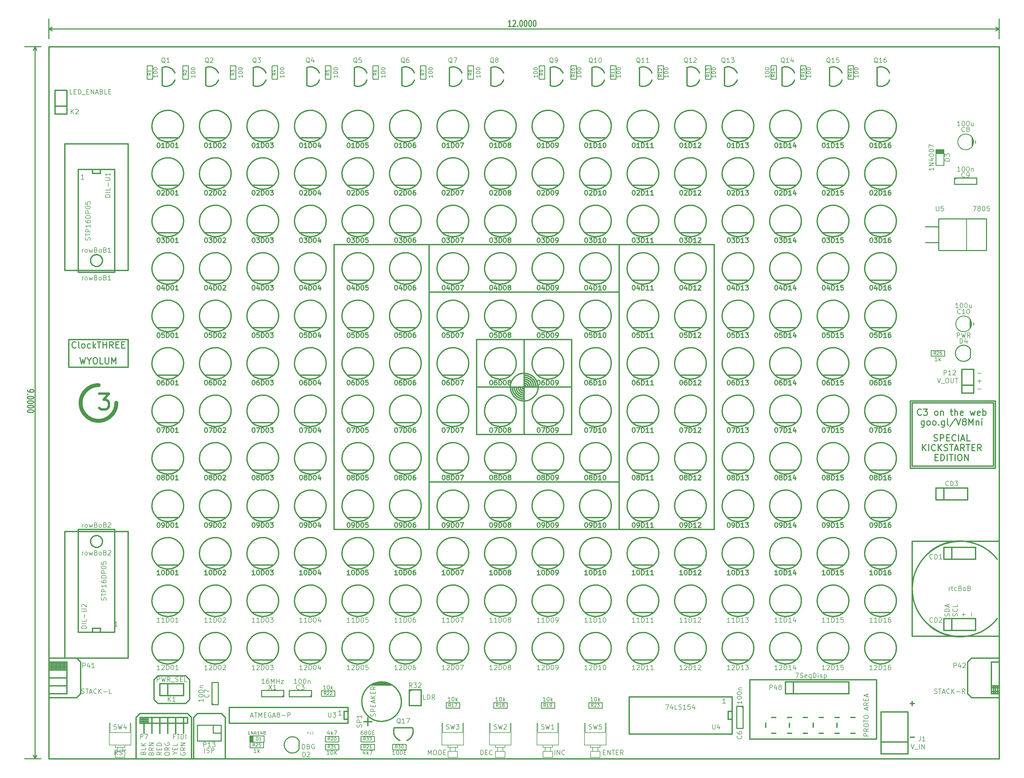
<source format=gto>
G04 (created by PCBNEW-RS274X (2010-05-05 BZR 2356)-stable) date 01/08/11 21:12:39*
G01*
G70*
G90*
%MOIN*%
G04 Gerber Fmt 3.4, Leading zero omitted, Abs format*
%FSLAX34Y34*%
G04 APERTURE LIST*
%ADD10C,0.005000*%
%ADD11C,0.015000*%
%ADD12C,0.012000*%
%ADD13C,0.030000*%
%ADD14C,0.050000*%
%ADD15C,0.006000*%
%ADD16C,0.010000*%
%ADD17C,0.003000*%
G04 APERTURE END LIST*
G54D10*
G54D11*
X118750Y-63250D02*
X118750Y-54750D01*
X129500Y-63250D02*
X118750Y-63250D01*
X129500Y-54750D02*
X129500Y-63250D01*
X118750Y-54750D02*
X129500Y-54750D01*
X119000Y-63000D02*
X119000Y-55000D01*
X129250Y-63000D02*
X119000Y-63000D01*
X129250Y-55000D02*
X129250Y-63000D01*
X119000Y-55000D02*
X129250Y-55000D01*
G54D12*
X121752Y-59786D02*
X121867Y-59824D01*
X122057Y-59824D01*
X122133Y-59786D01*
X122171Y-59748D01*
X122210Y-59671D01*
X122210Y-59595D01*
X122171Y-59519D01*
X122133Y-59481D01*
X122057Y-59443D01*
X121905Y-59405D01*
X121829Y-59367D01*
X121790Y-59329D01*
X121752Y-59252D01*
X121752Y-59176D01*
X121790Y-59100D01*
X121829Y-59062D01*
X121905Y-59024D01*
X122095Y-59024D01*
X122210Y-59062D01*
X122552Y-59824D02*
X122552Y-59024D01*
X122857Y-59024D01*
X122933Y-59062D01*
X122972Y-59100D01*
X123010Y-59176D01*
X123010Y-59290D01*
X122972Y-59367D01*
X122933Y-59405D01*
X122857Y-59443D01*
X122552Y-59443D01*
X123352Y-59405D02*
X123619Y-59405D01*
X123733Y-59824D02*
X123352Y-59824D01*
X123352Y-59024D01*
X123733Y-59024D01*
X124534Y-59748D02*
X124496Y-59786D01*
X124381Y-59824D01*
X124305Y-59824D01*
X124191Y-59786D01*
X124115Y-59710D01*
X124076Y-59633D01*
X124038Y-59481D01*
X124038Y-59367D01*
X124076Y-59214D01*
X124115Y-59138D01*
X124191Y-59062D01*
X124305Y-59024D01*
X124381Y-59024D01*
X124496Y-59062D01*
X124534Y-59100D01*
X124876Y-59824D02*
X124876Y-59024D01*
X125219Y-59595D02*
X125600Y-59595D01*
X125143Y-59824D02*
X125410Y-59024D01*
X125677Y-59824D01*
X126324Y-59824D02*
X125943Y-59824D01*
X125943Y-59024D01*
X120304Y-61064D02*
X120304Y-60264D01*
X120762Y-61064D02*
X120419Y-60607D01*
X120762Y-60264D02*
X120304Y-60721D01*
X121104Y-61064D02*
X121104Y-60264D01*
X121943Y-60988D02*
X121905Y-61026D01*
X121790Y-61064D01*
X121714Y-61064D01*
X121600Y-61026D01*
X121524Y-60950D01*
X121485Y-60873D01*
X121447Y-60721D01*
X121447Y-60607D01*
X121485Y-60454D01*
X121524Y-60378D01*
X121600Y-60302D01*
X121714Y-60264D01*
X121790Y-60264D01*
X121905Y-60302D01*
X121943Y-60340D01*
X122285Y-61064D02*
X122285Y-60264D01*
X122743Y-61064D02*
X122400Y-60607D01*
X122743Y-60264D02*
X122285Y-60721D01*
X123047Y-61026D02*
X123162Y-61064D01*
X123352Y-61064D01*
X123428Y-61026D01*
X123466Y-60988D01*
X123505Y-60911D01*
X123505Y-60835D01*
X123466Y-60759D01*
X123428Y-60721D01*
X123352Y-60683D01*
X123200Y-60645D01*
X123124Y-60607D01*
X123085Y-60569D01*
X123047Y-60492D01*
X123047Y-60416D01*
X123085Y-60340D01*
X123124Y-60302D01*
X123200Y-60264D01*
X123390Y-60264D01*
X123505Y-60302D01*
X123733Y-60264D02*
X124190Y-60264D01*
X123962Y-61064D02*
X123962Y-60264D01*
X124419Y-60835D02*
X124800Y-60835D01*
X124343Y-61064D02*
X124610Y-60264D01*
X124877Y-61064D01*
X125601Y-61064D02*
X125334Y-60683D01*
X125143Y-61064D02*
X125143Y-60264D01*
X125448Y-60264D01*
X125524Y-60302D01*
X125563Y-60340D01*
X125601Y-60416D01*
X125601Y-60530D01*
X125563Y-60607D01*
X125524Y-60645D01*
X125448Y-60683D01*
X125143Y-60683D01*
X125829Y-60264D02*
X126286Y-60264D01*
X126058Y-61064D02*
X126058Y-60264D01*
X126553Y-60645D02*
X126820Y-60645D01*
X126934Y-61064D02*
X126553Y-61064D01*
X126553Y-60264D01*
X126934Y-60264D01*
X127735Y-61064D02*
X127468Y-60683D01*
X127277Y-61064D02*
X127277Y-60264D01*
X127582Y-60264D01*
X127658Y-60302D01*
X127697Y-60340D01*
X127735Y-60416D01*
X127735Y-60530D01*
X127697Y-60607D01*
X127658Y-60645D01*
X127582Y-60683D01*
X127277Y-60683D01*
X121904Y-61885D02*
X122171Y-61885D01*
X122285Y-62304D02*
X121904Y-62304D01*
X121904Y-61504D01*
X122285Y-61504D01*
X122628Y-62304D02*
X122628Y-61504D01*
X122819Y-61504D01*
X122933Y-61542D01*
X123009Y-61618D01*
X123048Y-61694D01*
X123086Y-61847D01*
X123086Y-61961D01*
X123048Y-62113D01*
X123009Y-62190D01*
X122933Y-62266D01*
X122819Y-62304D01*
X122628Y-62304D01*
X123428Y-62304D02*
X123428Y-61504D01*
X123695Y-61504D02*
X124152Y-61504D01*
X123924Y-62304D02*
X123924Y-61504D01*
X124419Y-62304D02*
X124419Y-61504D01*
X124953Y-61504D02*
X125105Y-61504D01*
X125181Y-61542D01*
X125258Y-61618D01*
X125296Y-61770D01*
X125296Y-62037D01*
X125258Y-62190D01*
X125181Y-62266D01*
X125105Y-62304D01*
X124953Y-62304D01*
X124877Y-62266D01*
X124800Y-62190D01*
X124762Y-62037D01*
X124762Y-61770D01*
X124800Y-61618D01*
X124877Y-61542D01*
X124953Y-61504D01*
X125638Y-62304D02*
X125638Y-61504D01*
X126096Y-62304D01*
X126096Y-61504D01*
G54D11*
X119000Y-84500D02*
X130000Y-84500D01*
X119000Y-72500D02*
X130000Y-72500D01*
X121250Y-83248D02*
X121678Y-83557D01*
X122132Y-83827D01*
X122607Y-84057D01*
X123101Y-84244D01*
X123608Y-84388D01*
X124127Y-84487D01*
X124652Y-84540D01*
X125179Y-84548D01*
X125705Y-84509D01*
X126227Y-84425D01*
X126738Y-84295D01*
X127237Y-84122D01*
X127718Y-83905D01*
X128179Y-83648D01*
X128616Y-83351D01*
X129025Y-83017D01*
X129403Y-82649D01*
X129748Y-82250D01*
X129748Y-74750D02*
X129403Y-74351D01*
X129025Y-73983D01*
X128616Y-73649D01*
X128179Y-73352D01*
X127718Y-73095D01*
X127237Y-72878D01*
X126738Y-72705D01*
X126227Y-72575D01*
X125705Y-72491D01*
X125179Y-72452D01*
X124652Y-72460D01*
X124127Y-72513D01*
X123608Y-72612D01*
X123101Y-72756D01*
X122607Y-72943D01*
X122132Y-73173D01*
X121678Y-73443D01*
X121250Y-73752D01*
X119000Y-78500D02*
X119023Y-79022D01*
X119092Y-79541D01*
X119205Y-80052D01*
X119362Y-80552D01*
X119563Y-81035D01*
X119804Y-81499D01*
X120086Y-81941D01*
X120404Y-82356D01*
X120758Y-82742D01*
X121144Y-83096D01*
X121559Y-83414D01*
X122001Y-83696D01*
X122465Y-83937D01*
X122948Y-84138D01*
X123448Y-84295D01*
X123959Y-84408D01*
X124478Y-84477D01*
X125000Y-84500D01*
X125000Y-72500D02*
X124478Y-72523D01*
X123959Y-72592D01*
X123448Y-72705D01*
X122948Y-72862D01*
X122465Y-73063D01*
X122001Y-73304D01*
X121559Y-73586D01*
X121144Y-73904D01*
X120758Y-74258D01*
X120404Y-74644D01*
X120086Y-75059D01*
X119804Y-75501D01*
X119563Y-75965D01*
X119362Y-76448D01*
X119205Y-76948D01*
X119092Y-77459D01*
X119023Y-77978D01*
X119000Y-78500D01*
X20000Y-87250D02*
X12000Y-87250D01*
X12000Y-71250D02*
X20000Y-71250D01*
X27750Y-90000D02*
X27750Y-92500D01*
X98500Y-90000D02*
X98500Y-97500D01*
X114500Y-90000D02*
X114500Y-97500D01*
X114500Y-90000D02*
X98500Y-90000D01*
X114500Y-97500D02*
X98500Y-97500D01*
G54D12*
X120171Y-56498D02*
X120133Y-56536D01*
X120018Y-56574D01*
X119942Y-56574D01*
X119828Y-56536D01*
X119752Y-56460D01*
X119713Y-56383D01*
X119675Y-56231D01*
X119675Y-56117D01*
X119713Y-55964D01*
X119752Y-55888D01*
X119828Y-55812D01*
X119942Y-55774D01*
X120018Y-55774D01*
X120133Y-55812D01*
X120171Y-55850D01*
X120437Y-55774D02*
X120933Y-55774D01*
X120666Y-56079D01*
X120780Y-56079D01*
X120856Y-56117D01*
X120894Y-56155D01*
X120933Y-56231D01*
X120933Y-56421D01*
X120894Y-56498D01*
X120856Y-56536D01*
X120780Y-56574D01*
X120552Y-56574D01*
X120475Y-56536D01*
X120437Y-56498D01*
X122000Y-56574D02*
X121924Y-56536D01*
X121885Y-56498D01*
X121847Y-56421D01*
X121847Y-56193D01*
X121885Y-56117D01*
X121924Y-56079D01*
X122000Y-56040D01*
X122114Y-56040D01*
X122190Y-56079D01*
X122228Y-56117D01*
X122266Y-56193D01*
X122266Y-56421D01*
X122228Y-56498D01*
X122190Y-56536D01*
X122114Y-56574D01*
X122000Y-56574D01*
X122609Y-56040D02*
X122609Y-56574D01*
X122609Y-56117D02*
X122648Y-56079D01*
X122724Y-56040D01*
X122838Y-56040D01*
X122914Y-56079D01*
X122952Y-56155D01*
X122952Y-56574D01*
X123829Y-56040D02*
X124134Y-56040D01*
X123943Y-55774D02*
X123943Y-56460D01*
X123982Y-56536D01*
X124058Y-56574D01*
X124134Y-56574D01*
X124400Y-56574D02*
X124400Y-55774D01*
X124743Y-56574D02*
X124743Y-56155D01*
X124705Y-56079D01*
X124629Y-56040D01*
X124515Y-56040D01*
X124439Y-56079D01*
X124400Y-56117D01*
X125429Y-56536D02*
X125353Y-56574D01*
X125201Y-56574D01*
X125124Y-56536D01*
X125086Y-56460D01*
X125086Y-56155D01*
X125124Y-56079D01*
X125201Y-56040D01*
X125353Y-56040D01*
X125429Y-56079D01*
X125467Y-56155D01*
X125467Y-56231D01*
X125086Y-56307D01*
X126344Y-56040D02*
X126497Y-56574D01*
X126649Y-56193D01*
X126801Y-56574D01*
X126954Y-56040D01*
X127563Y-56536D02*
X127487Y-56574D01*
X127335Y-56574D01*
X127258Y-56536D01*
X127220Y-56460D01*
X127220Y-56155D01*
X127258Y-56079D01*
X127335Y-56040D01*
X127487Y-56040D01*
X127563Y-56079D01*
X127601Y-56155D01*
X127601Y-56231D01*
X127220Y-56307D01*
X127944Y-56574D02*
X127944Y-55774D01*
X127944Y-56079D02*
X128021Y-56040D01*
X128173Y-56040D01*
X128249Y-56079D01*
X128287Y-56117D01*
X128325Y-56193D01*
X128325Y-56421D01*
X128287Y-56498D01*
X128249Y-56536D01*
X128173Y-56574D01*
X128021Y-56574D01*
X127944Y-56536D01*
X120533Y-57280D02*
X120533Y-57928D01*
X120495Y-58004D01*
X120457Y-58042D01*
X120381Y-58080D01*
X120267Y-58080D01*
X120190Y-58042D01*
X120533Y-57776D02*
X120457Y-57814D01*
X120305Y-57814D01*
X120229Y-57776D01*
X120190Y-57738D01*
X120152Y-57661D01*
X120152Y-57433D01*
X120190Y-57357D01*
X120229Y-57319D01*
X120305Y-57280D01*
X120457Y-57280D01*
X120533Y-57319D01*
X121029Y-57814D02*
X120953Y-57776D01*
X120914Y-57738D01*
X120876Y-57661D01*
X120876Y-57433D01*
X120914Y-57357D01*
X120953Y-57319D01*
X121029Y-57280D01*
X121143Y-57280D01*
X121219Y-57319D01*
X121257Y-57357D01*
X121295Y-57433D01*
X121295Y-57661D01*
X121257Y-57738D01*
X121219Y-57776D01*
X121143Y-57814D01*
X121029Y-57814D01*
X121753Y-57814D02*
X121677Y-57776D01*
X121638Y-57738D01*
X121600Y-57661D01*
X121600Y-57433D01*
X121638Y-57357D01*
X121677Y-57319D01*
X121753Y-57280D01*
X121867Y-57280D01*
X121943Y-57319D01*
X121981Y-57357D01*
X122019Y-57433D01*
X122019Y-57661D01*
X121981Y-57738D01*
X121943Y-57776D01*
X121867Y-57814D01*
X121753Y-57814D01*
X122362Y-57738D02*
X122401Y-57776D01*
X122362Y-57814D01*
X122324Y-57776D01*
X122362Y-57738D01*
X122362Y-57814D01*
X123086Y-57280D02*
X123086Y-57928D01*
X123048Y-58004D01*
X123010Y-58042D01*
X122934Y-58080D01*
X122820Y-58080D01*
X122743Y-58042D01*
X123086Y-57776D02*
X123010Y-57814D01*
X122858Y-57814D01*
X122782Y-57776D01*
X122743Y-57738D01*
X122705Y-57661D01*
X122705Y-57433D01*
X122743Y-57357D01*
X122782Y-57319D01*
X122858Y-57280D01*
X123010Y-57280D01*
X123086Y-57319D01*
X123582Y-57814D02*
X123506Y-57776D01*
X123467Y-57700D01*
X123467Y-57014D01*
X124458Y-56976D02*
X123772Y-58004D01*
X124610Y-57014D02*
X124877Y-57814D01*
X125144Y-57014D01*
X125525Y-57357D02*
X125449Y-57319D01*
X125410Y-57280D01*
X125372Y-57204D01*
X125372Y-57166D01*
X125410Y-57090D01*
X125449Y-57052D01*
X125525Y-57014D01*
X125677Y-57014D01*
X125753Y-57052D01*
X125791Y-57090D01*
X125830Y-57166D01*
X125830Y-57204D01*
X125791Y-57280D01*
X125753Y-57319D01*
X125677Y-57357D01*
X125525Y-57357D01*
X125449Y-57395D01*
X125410Y-57433D01*
X125372Y-57509D01*
X125372Y-57661D01*
X125410Y-57738D01*
X125449Y-57776D01*
X125525Y-57814D01*
X125677Y-57814D01*
X125753Y-57776D01*
X125791Y-57738D01*
X125830Y-57661D01*
X125830Y-57509D01*
X125791Y-57433D01*
X125753Y-57395D01*
X125677Y-57357D01*
X126172Y-57814D02*
X126172Y-57014D01*
X126439Y-57585D01*
X126706Y-57014D01*
X126706Y-57814D01*
X127086Y-57280D02*
X127086Y-57814D01*
X127086Y-57357D02*
X127125Y-57319D01*
X127201Y-57280D01*
X127315Y-57280D01*
X127391Y-57319D01*
X127429Y-57395D01*
X127429Y-57814D01*
X127810Y-57814D02*
X127810Y-57280D01*
X127810Y-57014D02*
X127772Y-57052D01*
X127810Y-57090D01*
X127849Y-57052D01*
X127810Y-57014D01*
X127810Y-57090D01*
G54D11*
X32250Y-94750D02*
X32250Y-100000D01*
X31750Y-94250D02*
X32250Y-94750D01*
X28750Y-94250D02*
X31750Y-94250D01*
X126500Y-87250D02*
X130000Y-87250D01*
X16750Y-37000D02*
X16735Y-37145D01*
X16693Y-37285D01*
X16624Y-37415D01*
X16532Y-37528D01*
X16419Y-37621D01*
X16290Y-37691D01*
X16150Y-37734D01*
X16005Y-37749D01*
X15860Y-37736D01*
X15720Y-37695D01*
X15590Y-37627D01*
X15476Y-37535D01*
X15382Y-37423D01*
X15311Y-37295D01*
X15267Y-37155D01*
X15251Y-37010D01*
X15263Y-36865D01*
X15303Y-36724D01*
X15370Y-36594D01*
X15461Y-36480D01*
X15572Y-36385D01*
X15700Y-36313D01*
X15839Y-36268D01*
X15985Y-36251D01*
X16130Y-36262D01*
X16271Y-36301D01*
X16401Y-36367D01*
X16517Y-36457D01*
X16612Y-36568D01*
X16685Y-36695D01*
X16731Y-36834D01*
X16749Y-36980D01*
X16750Y-37000D01*
X16750Y-72500D02*
X16735Y-72645D01*
X16693Y-72785D01*
X16624Y-72915D01*
X16532Y-73028D01*
X16419Y-73121D01*
X16290Y-73191D01*
X16150Y-73234D01*
X16005Y-73249D01*
X15860Y-73236D01*
X15720Y-73195D01*
X15590Y-73127D01*
X15476Y-73035D01*
X15382Y-72923D01*
X15311Y-72795D01*
X15267Y-72655D01*
X15251Y-72510D01*
X15263Y-72365D01*
X15303Y-72224D01*
X15370Y-72094D01*
X15461Y-71980D01*
X15572Y-71885D01*
X15700Y-71813D01*
X15839Y-71768D01*
X15985Y-71751D01*
X16130Y-71762D01*
X16271Y-71801D01*
X16401Y-71867D01*
X16517Y-71957D01*
X16612Y-72068D01*
X16685Y-72195D01*
X16731Y-72334D01*
X16749Y-72480D01*
X16750Y-72500D01*
X20000Y-87250D02*
X20000Y-71250D01*
X12000Y-71250D02*
X12000Y-87250D01*
X20000Y-22250D02*
X20000Y-38250D01*
X16000Y-22250D02*
X20000Y-22250D01*
X12000Y-22250D02*
X16000Y-22250D01*
X12000Y-38250D02*
X12000Y-22250D01*
X16000Y-38250D02*
X12000Y-38250D01*
X16000Y-38250D02*
X20000Y-38250D01*
X27250Y-89500D02*
X25500Y-89500D01*
X27750Y-90000D02*
X27250Y-89500D01*
X27250Y-93000D02*
X27750Y-92500D01*
X23750Y-93000D02*
X27250Y-93000D01*
X23500Y-92750D02*
X23750Y-93000D01*
X23250Y-92500D02*
X23500Y-92750D01*
X23250Y-90000D02*
X23250Y-92500D01*
X23750Y-89500D02*
X23250Y-90000D01*
X25500Y-89500D02*
X23750Y-89500D01*
G54D13*
X16334Y-53810D02*
X17572Y-53810D01*
X16905Y-54571D01*
X17191Y-54571D01*
X17381Y-54667D01*
X17477Y-54762D01*
X17572Y-54952D01*
X17572Y-55429D01*
X17477Y-55619D01*
X17381Y-55714D01*
X17191Y-55810D01*
X16619Y-55810D01*
X16429Y-55714D01*
X16334Y-55619D01*
G54D14*
X16250Y-57250D02*
X16446Y-57241D01*
X16640Y-57215D01*
X16832Y-57173D01*
X17019Y-57114D01*
X17200Y-57039D01*
X17375Y-56948D01*
X17540Y-56843D01*
X17696Y-56723D01*
X17840Y-56590D01*
X17973Y-56446D01*
X18093Y-56290D01*
X18198Y-56125D01*
X18289Y-55950D01*
X18364Y-55769D01*
X18423Y-55582D01*
X18465Y-55390D01*
X18491Y-55196D01*
X18500Y-55000D01*
X16250Y-52750D02*
X16054Y-52759D01*
X15860Y-52785D01*
X15668Y-52827D01*
X15481Y-52886D01*
X15300Y-52961D01*
X15126Y-53052D01*
X14960Y-53157D01*
X14804Y-53277D01*
X14660Y-53410D01*
X14527Y-53554D01*
X14407Y-53710D01*
X14302Y-53875D01*
X14211Y-54050D01*
X14136Y-54231D01*
X14077Y-54418D01*
X14035Y-54610D01*
X14009Y-54804D01*
X14000Y-55000D01*
X14000Y-55000D02*
X14009Y-55196D01*
X14035Y-55390D01*
X14077Y-55582D01*
X14136Y-55769D01*
X14211Y-55950D01*
X14302Y-56125D01*
X14407Y-56290D01*
X14527Y-56446D01*
X14660Y-56590D01*
X14804Y-56723D01*
X14960Y-56843D01*
X15126Y-56948D01*
X15300Y-57039D01*
X15481Y-57114D01*
X15668Y-57173D01*
X15860Y-57215D01*
X16054Y-57241D01*
X16250Y-57250D01*
G54D11*
X128000Y-92250D02*
X126500Y-92250D01*
X13500Y-92250D02*
X12250Y-92250D01*
X13500Y-87250D02*
X12250Y-87250D01*
X128000Y-92250D02*
X130000Y-92250D01*
X126000Y-91750D02*
X126500Y-92250D01*
X126000Y-87750D02*
X126000Y-91750D01*
X126500Y-87250D02*
X126000Y-87750D01*
X12250Y-92250D02*
X10000Y-92250D01*
X14000Y-91750D02*
X13500Y-92250D01*
X14000Y-87750D02*
X14000Y-91750D01*
X13500Y-87250D02*
X14000Y-87750D01*
X10000Y-87250D02*
X12250Y-87250D01*
X28250Y-94750D02*
X28750Y-94250D01*
X28250Y-100000D02*
X28250Y-94750D01*
X28000Y-94750D02*
X28000Y-100000D01*
X27500Y-94250D02*
X28000Y-94750D01*
X21500Y-94250D02*
X27500Y-94250D01*
X21000Y-94750D02*
X21500Y-94250D01*
X21000Y-100000D02*
X21000Y-94750D01*
G54D15*
X127272Y-53264D02*
X127729Y-53264D01*
X127272Y-52264D02*
X127729Y-52264D01*
X127500Y-52493D02*
X127500Y-52036D01*
X127272Y-51264D02*
X127729Y-51264D01*
X123658Y-78743D02*
X123658Y-78343D01*
X123658Y-78457D02*
X123686Y-78400D01*
X123715Y-78371D01*
X123772Y-78343D01*
X123829Y-78343D01*
X123943Y-78343D02*
X124172Y-78343D01*
X124029Y-78143D02*
X124029Y-78657D01*
X124057Y-78714D01*
X124115Y-78743D01*
X124172Y-78743D01*
X124629Y-78714D02*
X124572Y-78743D01*
X124458Y-78743D01*
X124400Y-78714D01*
X124372Y-78686D01*
X124343Y-78629D01*
X124343Y-78457D01*
X124372Y-78400D01*
X124400Y-78371D01*
X124458Y-78343D01*
X124572Y-78343D01*
X124629Y-78371D01*
X125086Y-78429D02*
X125172Y-78457D01*
X125200Y-78486D01*
X125229Y-78543D01*
X125229Y-78629D01*
X125200Y-78686D01*
X125172Y-78714D01*
X125114Y-78743D01*
X124886Y-78743D01*
X124886Y-78143D01*
X125086Y-78143D01*
X125143Y-78171D01*
X125172Y-78200D01*
X125200Y-78257D01*
X125200Y-78314D01*
X125172Y-78371D01*
X125143Y-78400D01*
X125086Y-78429D01*
X124886Y-78429D01*
X125572Y-78743D02*
X125514Y-78714D01*
X125486Y-78686D01*
X125457Y-78629D01*
X125457Y-78457D01*
X125486Y-78400D01*
X125514Y-78371D01*
X125572Y-78343D01*
X125657Y-78343D01*
X125714Y-78371D01*
X125743Y-78400D01*
X125772Y-78457D01*
X125772Y-78629D01*
X125743Y-78686D01*
X125714Y-78714D01*
X125657Y-78743D01*
X125572Y-78743D01*
X126229Y-78429D02*
X126315Y-78457D01*
X126343Y-78486D01*
X126372Y-78543D01*
X126372Y-78629D01*
X126343Y-78686D01*
X126315Y-78714D01*
X126257Y-78743D01*
X126029Y-78743D01*
X126029Y-78143D01*
X126229Y-78143D01*
X126286Y-78171D01*
X126315Y-78200D01*
X126343Y-78257D01*
X126343Y-78314D01*
X126315Y-78371D01*
X126286Y-78400D01*
X126229Y-78429D01*
X126029Y-78429D01*
X123714Y-81978D02*
X123743Y-81892D01*
X123743Y-81749D01*
X123714Y-81692D01*
X123686Y-81663D01*
X123629Y-81635D01*
X123571Y-81635D01*
X123514Y-81663D01*
X123486Y-81692D01*
X123457Y-81749D01*
X123429Y-81863D01*
X123400Y-81921D01*
X123371Y-81949D01*
X123314Y-81978D01*
X123257Y-81978D01*
X123200Y-81949D01*
X123171Y-81921D01*
X123143Y-81863D01*
X123143Y-81721D01*
X123171Y-81635D01*
X123743Y-81378D02*
X123143Y-81378D01*
X123143Y-81235D01*
X123171Y-81150D01*
X123229Y-81092D01*
X123286Y-81064D01*
X123400Y-81035D01*
X123486Y-81035D01*
X123600Y-81064D01*
X123657Y-81092D01*
X123714Y-81150D01*
X123743Y-81235D01*
X123743Y-81378D01*
X123571Y-80807D02*
X123571Y-80521D01*
X123743Y-80864D02*
X123143Y-80664D01*
X123743Y-80464D01*
X124714Y-81964D02*
X124743Y-81878D01*
X124743Y-81735D01*
X124714Y-81678D01*
X124686Y-81649D01*
X124629Y-81621D01*
X124571Y-81621D01*
X124514Y-81649D01*
X124486Y-81678D01*
X124457Y-81735D01*
X124429Y-81849D01*
X124400Y-81907D01*
X124371Y-81935D01*
X124314Y-81964D01*
X124257Y-81964D01*
X124200Y-81935D01*
X124171Y-81907D01*
X124143Y-81849D01*
X124143Y-81707D01*
X124171Y-81621D01*
X124686Y-81021D02*
X124714Y-81050D01*
X124743Y-81136D01*
X124743Y-81193D01*
X124714Y-81278D01*
X124657Y-81336D01*
X124600Y-81364D01*
X124486Y-81393D01*
X124400Y-81393D01*
X124286Y-81364D01*
X124229Y-81336D01*
X124171Y-81278D01*
X124143Y-81193D01*
X124143Y-81136D01*
X124171Y-81050D01*
X124200Y-81021D01*
X124743Y-80478D02*
X124743Y-80764D01*
X124143Y-80764D01*
X125514Y-81978D02*
X125514Y-81521D01*
X125743Y-81750D02*
X125286Y-81750D01*
X126514Y-81978D02*
X126514Y-81521D01*
X113493Y-97128D02*
X112893Y-97128D01*
X112893Y-96900D01*
X112921Y-96842D01*
X112950Y-96814D01*
X113007Y-96785D01*
X113093Y-96785D01*
X113150Y-96814D01*
X113179Y-96842D01*
X113207Y-96900D01*
X113207Y-97128D01*
X113493Y-96185D02*
X113207Y-96385D01*
X113493Y-96528D02*
X112893Y-96528D01*
X112893Y-96300D01*
X112921Y-96242D01*
X112950Y-96214D01*
X113007Y-96185D01*
X113093Y-96185D01*
X113150Y-96214D01*
X113179Y-96242D01*
X113207Y-96300D01*
X113207Y-96528D01*
X112893Y-95814D02*
X112893Y-95700D01*
X112921Y-95642D01*
X112979Y-95585D01*
X113093Y-95557D01*
X113293Y-95557D01*
X113407Y-95585D01*
X113464Y-95642D01*
X113493Y-95700D01*
X113493Y-95814D01*
X113464Y-95871D01*
X113407Y-95928D01*
X113293Y-95957D01*
X113093Y-95957D01*
X112979Y-95928D01*
X112921Y-95871D01*
X112893Y-95814D01*
X112893Y-95385D02*
X112893Y-95042D01*
X113493Y-95213D02*
X112893Y-95213D01*
X112893Y-94728D02*
X112893Y-94614D01*
X112921Y-94556D01*
X112979Y-94499D01*
X113093Y-94471D01*
X113293Y-94471D01*
X113407Y-94499D01*
X113464Y-94556D01*
X113493Y-94614D01*
X113493Y-94728D01*
X113464Y-94785D01*
X113407Y-94842D01*
X113293Y-94871D01*
X113093Y-94871D01*
X112979Y-94842D01*
X112921Y-94785D01*
X112893Y-94728D01*
X113321Y-93785D02*
X113321Y-93499D01*
X113493Y-93842D02*
X112893Y-93642D01*
X113493Y-93442D01*
X113493Y-92899D02*
X113207Y-93099D01*
X113493Y-93242D02*
X112893Y-93242D01*
X112893Y-93014D01*
X112921Y-92956D01*
X112950Y-92928D01*
X113007Y-92899D01*
X113093Y-92899D01*
X113150Y-92928D01*
X113179Y-92956D01*
X113207Y-93014D01*
X113207Y-93242D01*
X113179Y-92642D02*
X113179Y-92442D01*
X113493Y-92356D02*
X113493Y-92642D01*
X112893Y-92642D01*
X112893Y-92356D01*
X113321Y-92128D02*
X113321Y-91842D01*
X113493Y-92185D02*
X112893Y-91985D01*
X113493Y-91785D01*
X95422Y-92993D02*
X95079Y-92993D01*
X95251Y-92993D02*
X95251Y-92393D01*
X95194Y-92479D01*
X95136Y-92536D01*
X95079Y-92564D01*
X46922Y-94493D02*
X46579Y-94493D01*
X46751Y-94493D02*
X46751Y-93893D01*
X46694Y-93979D01*
X46636Y-94036D01*
X46579Y-94064D01*
X14422Y-26743D02*
X14079Y-26743D01*
X14251Y-26743D02*
X14251Y-26143D01*
X14194Y-26229D01*
X14136Y-26286D01*
X14079Y-26314D01*
X18672Y-83243D02*
X18329Y-83243D01*
X18501Y-83243D02*
X18501Y-82643D01*
X18444Y-82729D01*
X18386Y-82786D01*
X18329Y-82814D01*
X14215Y-70743D02*
X14215Y-70343D01*
X14215Y-70457D02*
X14243Y-70400D01*
X14272Y-70371D01*
X14329Y-70343D01*
X14386Y-70343D01*
X14672Y-70743D02*
X14614Y-70714D01*
X14586Y-70686D01*
X14557Y-70629D01*
X14557Y-70457D01*
X14586Y-70400D01*
X14614Y-70371D01*
X14672Y-70343D01*
X14757Y-70343D01*
X14814Y-70371D01*
X14843Y-70400D01*
X14872Y-70457D01*
X14872Y-70629D01*
X14843Y-70686D01*
X14814Y-70714D01*
X14757Y-70743D01*
X14672Y-70743D01*
X15072Y-70343D02*
X15186Y-70743D01*
X15300Y-70457D01*
X15415Y-70743D01*
X15529Y-70343D01*
X15958Y-70429D02*
X16044Y-70457D01*
X16072Y-70486D01*
X16101Y-70543D01*
X16101Y-70629D01*
X16072Y-70686D01*
X16044Y-70714D01*
X15986Y-70743D01*
X15758Y-70743D01*
X15758Y-70143D01*
X15958Y-70143D01*
X16015Y-70171D01*
X16044Y-70200D01*
X16072Y-70257D01*
X16072Y-70314D01*
X16044Y-70371D01*
X16015Y-70400D01*
X15958Y-70429D01*
X15758Y-70429D01*
X16444Y-70743D02*
X16386Y-70714D01*
X16358Y-70686D01*
X16329Y-70629D01*
X16329Y-70457D01*
X16358Y-70400D01*
X16386Y-70371D01*
X16444Y-70343D01*
X16529Y-70343D01*
X16586Y-70371D01*
X16615Y-70400D01*
X16644Y-70457D01*
X16644Y-70629D01*
X16615Y-70686D01*
X16586Y-70714D01*
X16529Y-70743D01*
X16444Y-70743D01*
X17101Y-70429D02*
X17187Y-70457D01*
X17215Y-70486D01*
X17244Y-70543D01*
X17244Y-70629D01*
X17215Y-70686D01*
X17187Y-70714D01*
X17129Y-70743D01*
X16901Y-70743D01*
X16901Y-70143D01*
X17101Y-70143D01*
X17158Y-70171D01*
X17187Y-70200D01*
X17215Y-70257D01*
X17215Y-70314D01*
X17187Y-70371D01*
X17158Y-70400D01*
X17101Y-70429D01*
X16901Y-70429D01*
X17472Y-70200D02*
X17501Y-70171D01*
X17558Y-70143D01*
X17701Y-70143D01*
X17758Y-70171D01*
X17787Y-70200D01*
X17815Y-70257D01*
X17815Y-70314D01*
X17787Y-70400D01*
X17444Y-70743D01*
X17815Y-70743D01*
X14215Y-39493D02*
X14215Y-39093D01*
X14215Y-39207D02*
X14243Y-39150D01*
X14272Y-39121D01*
X14329Y-39093D01*
X14386Y-39093D01*
X14672Y-39493D02*
X14614Y-39464D01*
X14586Y-39436D01*
X14557Y-39379D01*
X14557Y-39207D01*
X14586Y-39150D01*
X14614Y-39121D01*
X14672Y-39093D01*
X14757Y-39093D01*
X14814Y-39121D01*
X14843Y-39150D01*
X14872Y-39207D01*
X14872Y-39379D01*
X14843Y-39436D01*
X14814Y-39464D01*
X14757Y-39493D01*
X14672Y-39493D01*
X15072Y-39093D02*
X15186Y-39493D01*
X15300Y-39207D01*
X15415Y-39493D01*
X15529Y-39093D01*
X15958Y-39179D02*
X16044Y-39207D01*
X16072Y-39236D01*
X16101Y-39293D01*
X16101Y-39379D01*
X16072Y-39436D01*
X16044Y-39464D01*
X15986Y-39493D01*
X15758Y-39493D01*
X15758Y-38893D01*
X15958Y-38893D01*
X16015Y-38921D01*
X16044Y-38950D01*
X16072Y-39007D01*
X16072Y-39064D01*
X16044Y-39121D01*
X16015Y-39150D01*
X15958Y-39179D01*
X15758Y-39179D01*
X16444Y-39493D02*
X16386Y-39464D01*
X16358Y-39436D01*
X16329Y-39379D01*
X16329Y-39207D01*
X16358Y-39150D01*
X16386Y-39121D01*
X16444Y-39093D01*
X16529Y-39093D01*
X16586Y-39121D01*
X16615Y-39150D01*
X16644Y-39207D01*
X16644Y-39379D01*
X16615Y-39436D01*
X16586Y-39464D01*
X16529Y-39493D01*
X16444Y-39493D01*
X17101Y-39179D02*
X17187Y-39207D01*
X17215Y-39236D01*
X17244Y-39293D01*
X17244Y-39379D01*
X17215Y-39436D01*
X17187Y-39464D01*
X17129Y-39493D01*
X16901Y-39493D01*
X16901Y-38893D01*
X17101Y-38893D01*
X17158Y-38921D01*
X17187Y-38950D01*
X17215Y-39007D01*
X17215Y-39064D01*
X17187Y-39121D01*
X17158Y-39150D01*
X17101Y-39179D01*
X16901Y-39179D01*
X17815Y-39493D02*
X17472Y-39493D01*
X17644Y-39493D02*
X17644Y-38893D01*
X17587Y-38979D01*
X17529Y-39036D01*
X17472Y-39064D01*
G54D11*
X20000Y-50500D02*
X20000Y-47000D01*
X12500Y-50500D02*
X20000Y-50500D01*
X20000Y-47000D02*
X12500Y-47000D01*
X12500Y-50500D02*
X12500Y-47000D01*
G54D12*
X13945Y-49274D02*
X14136Y-50074D01*
X14288Y-49502D01*
X14441Y-50074D01*
X14631Y-49274D01*
X15088Y-49693D02*
X15088Y-50074D01*
X14821Y-49274D02*
X15088Y-49693D01*
X15355Y-49274D01*
X15774Y-49274D02*
X15926Y-49274D01*
X16002Y-49312D01*
X16079Y-49388D01*
X16117Y-49540D01*
X16117Y-49807D01*
X16079Y-49960D01*
X16002Y-50036D01*
X15926Y-50074D01*
X15774Y-50074D01*
X15698Y-50036D01*
X15621Y-49960D01*
X15583Y-49807D01*
X15583Y-49540D01*
X15621Y-49388D01*
X15698Y-49312D01*
X15774Y-49274D01*
X16840Y-50074D02*
X16459Y-50074D01*
X16459Y-49274D01*
X17107Y-49274D02*
X17107Y-49921D01*
X17146Y-49998D01*
X17184Y-50036D01*
X17260Y-50074D01*
X17412Y-50074D01*
X17488Y-50036D01*
X17527Y-49998D01*
X17565Y-49921D01*
X17565Y-49274D01*
X17945Y-50074D02*
X17945Y-49274D01*
X18212Y-49845D01*
X18479Y-49274D01*
X18479Y-50074D01*
X13412Y-47998D02*
X13374Y-48036D01*
X13259Y-48074D01*
X13183Y-48074D01*
X13069Y-48036D01*
X12993Y-47960D01*
X12954Y-47883D01*
X12916Y-47731D01*
X12916Y-47617D01*
X12954Y-47464D01*
X12993Y-47388D01*
X13069Y-47312D01*
X13183Y-47274D01*
X13259Y-47274D01*
X13374Y-47312D01*
X13412Y-47350D01*
X13869Y-48074D02*
X13793Y-48036D01*
X13754Y-47960D01*
X13754Y-47274D01*
X14288Y-48074D02*
X14212Y-48036D01*
X14173Y-47998D01*
X14135Y-47921D01*
X14135Y-47693D01*
X14173Y-47617D01*
X14212Y-47579D01*
X14288Y-47540D01*
X14402Y-47540D01*
X14478Y-47579D01*
X14516Y-47617D01*
X14554Y-47693D01*
X14554Y-47921D01*
X14516Y-47998D01*
X14478Y-48036D01*
X14402Y-48074D01*
X14288Y-48074D01*
X15240Y-48036D02*
X15164Y-48074D01*
X15012Y-48074D01*
X14936Y-48036D01*
X14897Y-47998D01*
X14859Y-47921D01*
X14859Y-47693D01*
X14897Y-47617D01*
X14936Y-47579D01*
X15012Y-47540D01*
X15164Y-47540D01*
X15240Y-47579D01*
X15583Y-48074D02*
X15583Y-47274D01*
X15660Y-47769D02*
X15888Y-48074D01*
X15888Y-47540D02*
X15583Y-47845D01*
X16117Y-47274D02*
X16574Y-47274D01*
X16346Y-48074D02*
X16346Y-47274D01*
X16841Y-48074D02*
X16841Y-47274D01*
X16841Y-47655D02*
X17299Y-47655D01*
X17299Y-48074D02*
X17299Y-47274D01*
X18137Y-48074D02*
X17870Y-47693D01*
X17679Y-48074D02*
X17679Y-47274D01*
X17984Y-47274D01*
X18060Y-47312D01*
X18099Y-47350D01*
X18137Y-47426D01*
X18137Y-47540D01*
X18099Y-47617D01*
X18060Y-47655D01*
X17984Y-47693D01*
X17679Y-47693D01*
X18479Y-47655D02*
X18746Y-47655D01*
X18860Y-48074D02*
X18479Y-48074D01*
X18479Y-47274D01*
X18860Y-47274D01*
X19203Y-47655D02*
X19470Y-47655D01*
X19584Y-48074D02*
X19203Y-48074D01*
X19203Y-47274D01*
X19584Y-47274D01*
G54D11*
X119000Y-72500D02*
X119000Y-84500D01*
G54D12*
X07287Y-53372D02*
X07287Y-53487D01*
X07325Y-53544D01*
X07363Y-53572D01*
X07478Y-53630D01*
X07630Y-53658D01*
X07935Y-53658D01*
X08011Y-53630D01*
X08049Y-53601D01*
X08087Y-53544D01*
X08087Y-53430D01*
X08049Y-53372D01*
X08011Y-53344D01*
X07935Y-53315D01*
X07744Y-53315D01*
X07668Y-53344D01*
X07630Y-53372D01*
X07592Y-53430D01*
X07592Y-53544D01*
X07630Y-53601D01*
X07668Y-53630D01*
X07744Y-53658D01*
X07363Y-53915D02*
X07325Y-53943D01*
X07287Y-53915D01*
X07325Y-53886D01*
X07363Y-53915D01*
X07287Y-53915D01*
X08087Y-54315D02*
X08087Y-54372D01*
X08049Y-54429D01*
X08011Y-54458D01*
X07935Y-54487D01*
X07782Y-54515D01*
X07592Y-54515D01*
X07440Y-54487D01*
X07363Y-54458D01*
X07325Y-54429D01*
X07287Y-54372D01*
X07287Y-54315D01*
X07325Y-54258D01*
X07363Y-54229D01*
X07440Y-54201D01*
X07592Y-54172D01*
X07782Y-54172D01*
X07935Y-54201D01*
X08011Y-54229D01*
X08049Y-54258D01*
X08087Y-54315D01*
X08087Y-54886D02*
X08087Y-54943D01*
X08049Y-55000D01*
X08011Y-55029D01*
X07935Y-55058D01*
X07782Y-55086D01*
X07592Y-55086D01*
X07440Y-55058D01*
X07363Y-55029D01*
X07325Y-55000D01*
X07287Y-54943D01*
X07287Y-54886D01*
X07325Y-54829D01*
X07363Y-54800D01*
X07440Y-54772D01*
X07592Y-54743D01*
X07782Y-54743D01*
X07935Y-54772D01*
X08011Y-54800D01*
X08049Y-54829D01*
X08087Y-54886D01*
X08087Y-55457D02*
X08087Y-55514D01*
X08049Y-55571D01*
X08011Y-55600D01*
X07935Y-55629D01*
X07782Y-55657D01*
X07592Y-55657D01*
X07440Y-55629D01*
X07363Y-55600D01*
X07325Y-55571D01*
X07287Y-55514D01*
X07287Y-55457D01*
X07325Y-55400D01*
X07363Y-55371D01*
X07440Y-55343D01*
X07592Y-55314D01*
X07782Y-55314D01*
X07935Y-55343D01*
X08011Y-55371D01*
X08049Y-55400D01*
X08087Y-55457D01*
X08087Y-56028D02*
X08087Y-56085D01*
X08049Y-56142D01*
X08011Y-56171D01*
X07935Y-56200D01*
X07782Y-56228D01*
X07592Y-56228D01*
X07440Y-56200D01*
X07363Y-56171D01*
X07325Y-56142D01*
X07287Y-56085D01*
X07287Y-56028D01*
X07325Y-55971D01*
X07363Y-55942D01*
X07440Y-55914D01*
X07592Y-55885D01*
X07782Y-55885D01*
X07935Y-55914D01*
X08011Y-55942D01*
X08049Y-55971D01*
X08087Y-56028D01*
X08251Y-10000D02*
X08251Y-100000D01*
X09000Y-10000D02*
X06971Y-10000D01*
X09000Y-100000D02*
X06971Y-100000D01*
X08251Y-100000D02*
X08021Y-99557D01*
X08251Y-100000D02*
X08481Y-99557D01*
X08251Y-10000D02*
X08021Y-10443D01*
X08251Y-10000D02*
X08481Y-10443D01*
X68373Y-07435D02*
X68030Y-07435D01*
X68202Y-07435D02*
X68202Y-06635D01*
X68145Y-06749D01*
X68087Y-06825D01*
X68030Y-06863D01*
X68601Y-06711D02*
X68630Y-06673D01*
X68687Y-06635D01*
X68830Y-06635D01*
X68887Y-06673D01*
X68916Y-06711D01*
X68944Y-06787D01*
X68944Y-06863D01*
X68916Y-06978D01*
X68573Y-07435D01*
X68944Y-07435D01*
X69201Y-07359D02*
X69229Y-07397D01*
X69201Y-07435D01*
X69172Y-07397D01*
X69201Y-07359D01*
X69201Y-07435D01*
X69601Y-06635D02*
X69658Y-06635D01*
X69715Y-06673D01*
X69744Y-06711D01*
X69773Y-06787D01*
X69801Y-06940D01*
X69801Y-07130D01*
X69773Y-07282D01*
X69744Y-07359D01*
X69715Y-07397D01*
X69658Y-07435D01*
X69601Y-07435D01*
X69544Y-07397D01*
X69515Y-07359D01*
X69487Y-07282D01*
X69458Y-07130D01*
X69458Y-06940D01*
X69487Y-06787D01*
X69515Y-06711D01*
X69544Y-06673D01*
X69601Y-06635D01*
X70172Y-06635D02*
X70229Y-06635D01*
X70286Y-06673D01*
X70315Y-06711D01*
X70344Y-06787D01*
X70372Y-06940D01*
X70372Y-07130D01*
X70344Y-07282D01*
X70315Y-07359D01*
X70286Y-07397D01*
X70229Y-07435D01*
X70172Y-07435D01*
X70115Y-07397D01*
X70086Y-07359D01*
X70058Y-07282D01*
X70029Y-07130D01*
X70029Y-06940D01*
X70058Y-06787D01*
X70086Y-06711D01*
X70115Y-06673D01*
X70172Y-06635D01*
X70743Y-06635D02*
X70800Y-06635D01*
X70857Y-06673D01*
X70886Y-06711D01*
X70915Y-06787D01*
X70943Y-06940D01*
X70943Y-07130D01*
X70915Y-07282D01*
X70886Y-07359D01*
X70857Y-07397D01*
X70800Y-07435D01*
X70743Y-07435D01*
X70686Y-07397D01*
X70657Y-07359D01*
X70629Y-07282D01*
X70600Y-07130D01*
X70600Y-06940D01*
X70629Y-06787D01*
X70657Y-06711D01*
X70686Y-06673D01*
X70743Y-06635D01*
X71314Y-06635D02*
X71371Y-06635D01*
X71428Y-06673D01*
X71457Y-06711D01*
X71486Y-06787D01*
X71514Y-06940D01*
X71514Y-07130D01*
X71486Y-07282D01*
X71457Y-07359D01*
X71428Y-07397D01*
X71371Y-07435D01*
X71314Y-07435D01*
X71257Y-07397D01*
X71228Y-07359D01*
X71200Y-07282D01*
X71171Y-07130D01*
X71171Y-06940D01*
X71200Y-06787D01*
X71228Y-06711D01*
X71257Y-06673D01*
X71314Y-06635D01*
X10000Y-07751D02*
X130000Y-07751D01*
X10000Y-09000D02*
X10000Y-06471D01*
X130000Y-09000D02*
X130000Y-06471D01*
X130000Y-07751D02*
X129557Y-07981D01*
X130000Y-07751D02*
X129557Y-07521D01*
X10000Y-07751D02*
X10443Y-07981D01*
X10000Y-07751D02*
X10443Y-07521D01*
G54D15*
X26671Y-99207D02*
X26643Y-99264D01*
X26643Y-99350D01*
X26671Y-99435D01*
X26729Y-99493D01*
X26786Y-99521D01*
X26900Y-99550D01*
X26986Y-99550D01*
X27100Y-99521D01*
X27157Y-99493D01*
X27214Y-99435D01*
X27243Y-99350D01*
X27243Y-99293D01*
X27214Y-99207D01*
X27186Y-99178D01*
X26986Y-99178D01*
X26986Y-99293D01*
X27243Y-98578D02*
X26957Y-98778D01*
X27243Y-98921D02*
X26643Y-98921D01*
X26643Y-98693D01*
X26671Y-98635D01*
X26700Y-98607D01*
X26757Y-98578D01*
X26843Y-98578D01*
X26900Y-98607D01*
X26929Y-98635D01*
X26957Y-98693D01*
X26957Y-98921D01*
X27243Y-98321D02*
X26643Y-98321D01*
X27243Y-97978D01*
X26643Y-97978D01*
X25957Y-99264D02*
X26243Y-99264D01*
X25643Y-99464D02*
X25957Y-99264D01*
X25643Y-99064D01*
X25929Y-98864D02*
X25929Y-98664D01*
X26243Y-98578D02*
X26243Y-98864D01*
X25643Y-98864D01*
X25643Y-98578D01*
X26243Y-98035D02*
X26243Y-98321D01*
X25643Y-98321D01*
X24643Y-99407D02*
X24643Y-99293D01*
X24671Y-99235D01*
X24729Y-99178D01*
X24843Y-99150D01*
X25043Y-99150D01*
X25157Y-99178D01*
X25214Y-99235D01*
X25243Y-99293D01*
X25243Y-99407D01*
X25214Y-99464D01*
X25157Y-99521D01*
X25043Y-99550D01*
X24843Y-99550D01*
X24729Y-99521D01*
X24671Y-99464D01*
X24643Y-99407D01*
X25243Y-98549D02*
X24957Y-98749D01*
X25243Y-98892D02*
X24643Y-98892D01*
X24643Y-98664D01*
X24671Y-98606D01*
X24700Y-98578D01*
X24757Y-98549D01*
X24843Y-98549D01*
X24900Y-98578D01*
X24929Y-98606D01*
X24957Y-98664D01*
X24957Y-98892D01*
X24671Y-97978D02*
X24643Y-98035D01*
X24643Y-98121D01*
X24671Y-98206D01*
X24729Y-98264D01*
X24786Y-98292D01*
X24900Y-98321D01*
X24986Y-98321D01*
X25100Y-98292D01*
X25157Y-98264D01*
X25214Y-98206D01*
X25243Y-98121D01*
X25243Y-98064D01*
X25214Y-97978D01*
X25186Y-97949D01*
X24986Y-97949D01*
X24986Y-98064D01*
X24243Y-99135D02*
X23957Y-99335D01*
X24243Y-99478D02*
X23643Y-99478D01*
X23643Y-99250D01*
X23671Y-99192D01*
X23700Y-99164D01*
X23757Y-99135D01*
X23843Y-99135D01*
X23900Y-99164D01*
X23929Y-99192D01*
X23957Y-99250D01*
X23957Y-99478D01*
X23929Y-98878D02*
X23929Y-98678D01*
X24243Y-98592D02*
X24243Y-98878D01*
X23643Y-98878D01*
X23643Y-98592D01*
X24243Y-98335D02*
X23643Y-98335D01*
X23643Y-98192D01*
X23671Y-98107D01*
X23729Y-98049D01*
X23786Y-98021D01*
X23900Y-97992D01*
X23986Y-97992D01*
X24100Y-98021D01*
X24157Y-98049D01*
X24214Y-98107D01*
X24243Y-98192D01*
X24243Y-98335D01*
X22929Y-99321D02*
X22957Y-99235D01*
X22986Y-99207D01*
X23043Y-99178D01*
X23129Y-99178D01*
X23186Y-99207D01*
X23214Y-99235D01*
X23243Y-99293D01*
X23243Y-99521D01*
X22643Y-99521D01*
X22643Y-99321D01*
X22671Y-99264D01*
X22700Y-99235D01*
X22757Y-99207D01*
X22814Y-99207D01*
X22871Y-99235D01*
X22900Y-99264D01*
X22929Y-99321D01*
X22929Y-99521D01*
X23243Y-98578D02*
X22957Y-98778D01*
X23243Y-98921D02*
X22643Y-98921D01*
X22643Y-98693D01*
X22671Y-98635D01*
X22700Y-98607D01*
X22757Y-98578D01*
X22843Y-98578D01*
X22900Y-98607D01*
X22929Y-98635D01*
X22957Y-98693D01*
X22957Y-98921D01*
X23243Y-98321D02*
X22643Y-98321D01*
X23243Y-97978D01*
X22643Y-97978D01*
X21929Y-99250D02*
X21957Y-99164D01*
X21986Y-99136D01*
X22043Y-99107D01*
X22129Y-99107D01*
X22186Y-99136D01*
X22214Y-99164D01*
X22243Y-99222D01*
X22243Y-99450D01*
X21643Y-99450D01*
X21643Y-99250D01*
X21671Y-99193D01*
X21700Y-99164D01*
X21757Y-99136D01*
X21814Y-99136D01*
X21871Y-99164D01*
X21900Y-99193D01*
X21929Y-99250D01*
X21929Y-99450D01*
X22243Y-98564D02*
X22243Y-98850D01*
X21643Y-98850D01*
X22243Y-98364D02*
X21643Y-98364D01*
X22243Y-98021D02*
X21900Y-98278D01*
X21643Y-98021D02*
X21986Y-98364D01*
G54D11*
X10000Y-100000D02*
X10000Y-10000D01*
X130000Y-100000D02*
X10000Y-100000D01*
X130000Y-10000D02*
X130000Y-100000D01*
X10000Y-10000D02*
X130000Y-10000D01*
X71500Y-53000D02*
X71494Y-52870D01*
X71477Y-52740D01*
X71448Y-52612D01*
X71409Y-52487D01*
X71359Y-52367D01*
X71299Y-52251D01*
X71228Y-52140D01*
X71149Y-52036D01*
X71060Y-51940D01*
X70964Y-51851D01*
X70860Y-51772D01*
X70750Y-51701D01*
X70633Y-51641D01*
X70513Y-51591D01*
X70388Y-51552D01*
X70260Y-51523D01*
X70130Y-51506D01*
X70000Y-51500D01*
X68500Y-53000D02*
X68506Y-53130D01*
X68523Y-53260D01*
X68552Y-53388D01*
X68591Y-53513D01*
X68641Y-53633D01*
X68701Y-53749D01*
X68772Y-53860D01*
X68851Y-53964D01*
X68940Y-54060D01*
X69036Y-54149D01*
X69140Y-54228D01*
X69251Y-54299D01*
X69367Y-54359D01*
X69487Y-54409D01*
X69612Y-54448D01*
X69740Y-54477D01*
X69870Y-54494D01*
X70000Y-54500D01*
X71250Y-53000D02*
X71245Y-52892D01*
X71231Y-52783D01*
X71207Y-52677D01*
X71174Y-52573D01*
X71132Y-52472D01*
X71082Y-52376D01*
X71023Y-52284D01*
X70957Y-52197D01*
X70883Y-52117D01*
X70803Y-52043D01*
X70716Y-51977D01*
X70625Y-51918D01*
X70528Y-51868D01*
X70427Y-51826D01*
X70323Y-51793D01*
X70217Y-51769D01*
X70108Y-51755D01*
X70000Y-51750D01*
X68750Y-53000D02*
X68755Y-53108D01*
X68769Y-53217D01*
X68793Y-53323D01*
X68826Y-53427D01*
X68868Y-53528D01*
X68918Y-53625D01*
X68977Y-53716D01*
X69043Y-53803D01*
X69117Y-53883D01*
X69197Y-53957D01*
X69284Y-54023D01*
X69376Y-54082D01*
X69472Y-54132D01*
X69573Y-54174D01*
X69677Y-54207D01*
X69783Y-54231D01*
X69892Y-54245D01*
X70000Y-54250D01*
X71000Y-53000D02*
X70996Y-52913D01*
X70984Y-52827D01*
X70965Y-52742D01*
X70939Y-52658D01*
X70906Y-52578D01*
X70866Y-52501D01*
X70819Y-52427D01*
X70766Y-52358D01*
X70707Y-52293D01*
X70642Y-52234D01*
X70573Y-52181D01*
X70500Y-52134D01*
X70422Y-52094D01*
X70342Y-52061D01*
X70258Y-52035D01*
X70173Y-52016D01*
X70087Y-52004D01*
X70000Y-52000D01*
X69000Y-53000D02*
X69004Y-53087D01*
X69016Y-53173D01*
X69035Y-53258D01*
X69061Y-53342D01*
X69094Y-53422D01*
X69134Y-53499D01*
X69181Y-53573D01*
X69234Y-53642D01*
X69293Y-53707D01*
X69358Y-53766D01*
X69427Y-53819D01*
X69501Y-53866D01*
X69578Y-53906D01*
X69658Y-53939D01*
X69742Y-53965D01*
X69827Y-53984D01*
X69913Y-53996D01*
X70000Y-54000D01*
X70750Y-53000D02*
X70747Y-52935D01*
X70738Y-52870D01*
X70724Y-52806D01*
X70704Y-52744D01*
X70679Y-52684D01*
X70649Y-52626D01*
X70614Y-52570D01*
X70574Y-52518D01*
X70530Y-52470D01*
X70482Y-52426D01*
X70430Y-52386D01*
X70375Y-52351D01*
X70316Y-52321D01*
X70256Y-52296D01*
X70194Y-52276D01*
X70130Y-52262D01*
X70065Y-52253D01*
X70000Y-52250D01*
X69250Y-53000D02*
X69253Y-53065D01*
X69262Y-53130D01*
X69276Y-53194D01*
X69296Y-53256D01*
X69321Y-53316D01*
X69351Y-53374D01*
X69386Y-53430D01*
X69426Y-53482D01*
X69470Y-53530D01*
X69518Y-53574D01*
X69570Y-53614D01*
X69626Y-53649D01*
X69684Y-53679D01*
X69744Y-53704D01*
X69806Y-53724D01*
X69870Y-53738D01*
X69935Y-53747D01*
X70000Y-53750D01*
X70500Y-53000D02*
X70498Y-52957D01*
X70492Y-52914D01*
X70482Y-52871D01*
X70469Y-52829D01*
X70453Y-52789D01*
X70433Y-52751D01*
X70409Y-52714D01*
X70383Y-52679D01*
X70353Y-52647D01*
X70321Y-52617D01*
X70286Y-52591D01*
X70250Y-52567D01*
X70211Y-52547D01*
X70171Y-52531D01*
X70129Y-52518D01*
X70086Y-52508D01*
X70043Y-52502D01*
X70000Y-52500D01*
X69500Y-53000D02*
X69502Y-53043D01*
X69508Y-53086D01*
X69518Y-53129D01*
X69531Y-53171D01*
X69547Y-53211D01*
X69567Y-53249D01*
X69591Y-53286D01*
X69617Y-53321D01*
X69647Y-53353D01*
X69679Y-53383D01*
X69714Y-53409D01*
X69751Y-53433D01*
X69789Y-53453D01*
X69829Y-53469D01*
X69871Y-53482D01*
X69914Y-53492D01*
X69957Y-53498D01*
X70000Y-53500D01*
X70250Y-53000D02*
X70249Y-52979D01*
X70246Y-52957D01*
X70241Y-52936D01*
X70234Y-52915D01*
X70226Y-52895D01*
X70216Y-52876D01*
X70204Y-52857D01*
X70191Y-52840D01*
X70176Y-52824D01*
X70160Y-52809D01*
X70143Y-52796D01*
X70125Y-52784D01*
X70105Y-52774D01*
X70085Y-52766D01*
X70064Y-52759D01*
X70043Y-52754D01*
X70021Y-52751D01*
X70000Y-52750D01*
X69750Y-53000D02*
X69751Y-53021D01*
X69754Y-53043D01*
X69759Y-53064D01*
X69766Y-53085D01*
X69774Y-53105D01*
X69784Y-53124D01*
X69796Y-53143D01*
X69809Y-53160D01*
X69824Y-53176D01*
X69840Y-53191D01*
X69857Y-53204D01*
X69876Y-53216D01*
X69895Y-53226D01*
X69915Y-53234D01*
X69936Y-53241D01*
X69957Y-53246D01*
X69979Y-53249D01*
X70000Y-53250D01*
X70000Y-53000D02*
X70000Y-55500D01*
X70000Y-53000D02*
X70000Y-50500D01*
X70000Y-53000D02*
X67250Y-53000D01*
X70000Y-53000D02*
X72500Y-53000D01*
X71750Y-53000D02*
X71716Y-53339D01*
X71617Y-53666D01*
X71457Y-53968D01*
X71241Y-54233D01*
X70978Y-54450D01*
X70678Y-54613D01*
X70351Y-54714D01*
X70012Y-54749D01*
X69673Y-54719D01*
X69345Y-54622D01*
X69042Y-54464D01*
X68776Y-54250D01*
X68557Y-53988D01*
X68392Y-53689D01*
X68289Y-53363D01*
X68251Y-53024D01*
X68279Y-52685D01*
X68373Y-52356D01*
X68530Y-52053D01*
X68742Y-51785D01*
X69002Y-51563D01*
X69300Y-51397D01*
X69625Y-51291D01*
X69964Y-51251D01*
X70303Y-51277D01*
X70632Y-51369D01*
X70937Y-51523D01*
X71206Y-51733D01*
X71430Y-51992D01*
X71598Y-52289D01*
X71706Y-52613D01*
X71749Y-52952D01*
X71750Y-53000D01*
X76000Y-53000D02*
X64000Y-53000D01*
X70000Y-47000D02*
X70000Y-59000D01*
X76000Y-59000D02*
X64000Y-59000D01*
X76000Y-53000D02*
X76000Y-59000D01*
X64000Y-53000D02*
X64000Y-59000D01*
X76000Y-47000D02*
X76000Y-53000D01*
X70000Y-47000D02*
X76000Y-47000D01*
X64000Y-47000D02*
X64000Y-53000D01*
X70000Y-47000D02*
X64000Y-47000D01*
G54D12*
X39650Y-92150D02*
X36850Y-92150D01*
X36850Y-92150D02*
X36850Y-91350D01*
X36850Y-91350D02*
X39650Y-91350D01*
X39650Y-91350D02*
X39650Y-92150D01*
X39650Y-91950D02*
X39450Y-92150D01*
G54D16*
X51100Y-97850D02*
X51100Y-97150D01*
X51100Y-97150D02*
X49400Y-97150D01*
X49400Y-97150D02*
X49400Y-97850D01*
X49400Y-97850D02*
X51100Y-97850D01*
X53400Y-98150D02*
X53400Y-98850D01*
X53400Y-98850D02*
X55100Y-98850D01*
X55100Y-98850D02*
X55100Y-98150D01*
X55100Y-98150D02*
X53400Y-98150D01*
X44900Y-98150D02*
X44900Y-98850D01*
X44900Y-98850D02*
X46600Y-98850D01*
X46600Y-98850D02*
X46600Y-98150D01*
X46600Y-98150D02*
X44900Y-98150D01*
X123100Y-49100D02*
X123100Y-48400D01*
X123100Y-48400D02*
X121400Y-48400D01*
X121400Y-48400D02*
X121400Y-49100D01*
X121400Y-49100D02*
X123100Y-49100D01*
X37100Y-98600D02*
X37100Y-97900D01*
X37100Y-97900D02*
X35400Y-97900D01*
X35400Y-97900D02*
X35400Y-98600D01*
X35400Y-98600D02*
X37100Y-98600D01*
X44400Y-91400D02*
X44400Y-92100D01*
X44400Y-92100D02*
X46100Y-92100D01*
X46100Y-92100D02*
X46100Y-91400D01*
X46100Y-91400D02*
X44400Y-91400D01*
X49400Y-98150D02*
X49400Y-98850D01*
X49400Y-98850D02*
X51100Y-98850D01*
X51100Y-98850D02*
X51100Y-98150D01*
X51100Y-98150D02*
X49400Y-98150D01*
X26900Y-14100D02*
X27600Y-14100D01*
X27600Y-14100D02*
X27600Y-12400D01*
X27600Y-12400D02*
X26900Y-12400D01*
X26900Y-12400D02*
X26900Y-14100D01*
X32900Y-14100D02*
X33600Y-14100D01*
X33600Y-14100D02*
X33600Y-12400D01*
X33600Y-12400D02*
X32900Y-12400D01*
X32900Y-12400D02*
X32900Y-14100D01*
X38150Y-14100D02*
X38850Y-14100D01*
X38850Y-14100D02*
X38850Y-12400D01*
X38850Y-12400D02*
X38150Y-12400D01*
X38150Y-12400D02*
X38150Y-14100D01*
X44900Y-14100D02*
X45600Y-14100D01*
X45600Y-14100D02*
X45600Y-12400D01*
X45600Y-12400D02*
X44900Y-12400D01*
X44900Y-12400D02*
X44900Y-14100D01*
X50900Y-14100D02*
X51600Y-14100D01*
X51600Y-14100D02*
X51600Y-12400D01*
X51600Y-12400D02*
X50900Y-12400D01*
X50900Y-12400D02*
X50900Y-14100D01*
X56900Y-14100D02*
X57600Y-14100D01*
X57600Y-14100D02*
X57600Y-12400D01*
X57600Y-12400D02*
X56900Y-12400D01*
X56900Y-12400D02*
X56900Y-14100D01*
X62900Y-14100D02*
X63600Y-14100D01*
X63600Y-14100D02*
X63600Y-12400D01*
X63600Y-12400D02*
X62900Y-12400D01*
X62900Y-12400D02*
X62900Y-14100D01*
X71900Y-14100D02*
X72600Y-14100D01*
X72600Y-14100D02*
X72600Y-12400D01*
X72600Y-12400D02*
X71900Y-12400D01*
X71900Y-12400D02*
X71900Y-14100D01*
X75900Y-14100D02*
X76600Y-14100D01*
X76600Y-14100D02*
X76600Y-12400D01*
X76600Y-12400D02*
X75900Y-12400D01*
X75900Y-12400D02*
X75900Y-14100D01*
X80900Y-14100D02*
X81600Y-14100D01*
X81600Y-14100D02*
X81600Y-12400D01*
X81600Y-12400D02*
X80900Y-12400D01*
X80900Y-12400D02*
X80900Y-14100D01*
X86900Y-14100D02*
X87600Y-14100D01*
X87600Y-14100D02*
X87600Y-12400D01*
X87600Y-12400D02*
X86900Y-12400D01*
X86900Y-12400D02*
X86900Y-14100D01*
X92900Y-14100D02*
X93600Y-14100D01*
X93600Y-14100D02*
X93600Y-12400D01*
X93600Y-12400D02*
X92900Y-12400D01*
X92900Y-12400D02*
X92900Y-14100D01*
X101150Y-14100D02*
X101850Y-14100D01*
X101850Y-14100D02*
X101850Y-12400D01*
X101850Y-12400D02*
X101150Y-12400D01*
X101150Y-12400D02*
X101150Y-14100D01*
X104900Y-14100D02*
X105600Y-14100D01*
X105600Y-14100D02*
X105600Y-12400D01*
X105600Y-12400D02*
X104900Y-12400D01*
X104900Y-12400D02*
X104900Y-14100D01*
X110900Y-14100D02*
X111600Y-14100D01*
X111600Y-14100D02*
X111600Y-12400D01*
X111600Y-12400D02*
X110900Y-12400D01*
X110900Y-12400D02*
X110900Y-14100D01*
X60150Y-92900D02*
X60150Y-93600D01*
X60150Y-93600D02*
X61850Y-93600D01*
X61850Y-93600D02*
X61850Y-92900D01*
X61850Y-92900D02*
X60150Y-92900D01*
X66150Y-92900D02*
X66150Y-93600D01*
X66150Y-93600D02*
X67850Y-93600D01*
X67850Y-93600D02*
X67850Y-92900D01*
X67850Y-92900D02*
X66150Y-92900D01*
X72150Y-92900D02*
X72150Y-93600D01*
X72150Y-93600D02*
X73850Y-93600D01*
X73850Y-93600D02*
X73850Y-92900D01*
X73850Y-92900D02*
X72150Y-92900D01*
X46600Y-97850D02*
X46600Y-97150D01*
X46600Y-97150D02*
X44900Y-97150D01*
X44900Y-97150D02*
X44900Y-97850D01*
X44900Y-97850D02*
X46600Y-97850D01*
X22400Y-14100D02*
X23100Y-14100D01*
X23100Y-14100D02*
X23100Y-12400D01*
X23100Y-12400D02*
X22400Y-12400D01*
X22400Y-12400D02*
X22400Y-14100D01*
G54D11*
X122050Y-23100D02*
X122900Y-23100D01*
X122050Y-23200D02*
X122900Y-23200D01*
X122050Y-23300D02*
X122900Y-23300D01*
G54D16*
X123000Y-23400D02*
X122000Y-23400D01*
X122000Y-23500D02*
X123000Y-23500D01*
X122000Y-25000D02*
X123000Y-25000D01*
X122000Y-23000D02*
X123000Y-23000D01*
X122000Y-25000D02*
X122000Y-23000D01*
X123000Y-23000D02*
X123000Y-25000D01*
G54D12*
X124350Y-26600D02*
X127150Y-26600D01*
X127150Y-26600D02*
X127150Y-27400D01*
X127150Y-27400D02*
X124350Y-27400D01*
X124350Y-27400D02*
X124350Y-26600D01*
X124350Y-26800D02*
X124550Y-26600D01*
X30600Y-93150D02*
X30600Y-90350D01*
X30600Y-90350D02*
X31400Y-90350D01*
X31400Y-90350D02*
X31400Y-93150D01*
X31400Y-93150D02*
X30600Y-93150D01*
X30800Y-93150D02*
X30600Y-92950D01*
X97650Y-93350D02*
X97650Y-96150D01*
X97650Y-96150D02*
X96850Y-96150D01*
X96850Y-96150D02*
X96850Y-93350D01*
X96850Y-93350D02*
X97650Y-93350D01*
X97450Y-93350D02*
X97650Y-93550D01*
X43150Y-92150D02*
X40350Y-92150D01*
X40350Y-92150D02*
X40350Y-91350D01*
X40350Y-91350D02*
X43150Y-91350D01*
X43150Y-91350D02*
X43150Y-92150D01*
X43150Y-91950D02*
X42950Y-92150D01*
G54D11*
X32750Y-93500D02*
X47750Y-93500D01*
X47750Y-95500D02*
X32750Y-95500D01*
X32750Y-93500D02*
X32750Y-95500D01*
X47750Y-93500D02*
X47750Y-95500D01*
X47750Y-95000D02*
X47250Y-95000D01*
X47250Y-95000D02*
X47250Y-94000D01*
X47250Y-94000D02*
X47750Y-94000D01*
G54D16*
X78150Y-92900D02*
X78150Y-93600D01*
X78150Y-93600D02*
X79850Y-93600D01*
X79850Y-93600D02*
X79850Y-92900D01*
X79850Y-92900D02*
X78150Y-92900D01*
G54D11*
X101250Y-94750D02*
X101750Y-94750D01*
X103250Y-94750D02*
X103750Y-94750D01*
X105250Y-94750D02*
X105750Y-94750D01*
X107250Y-94750D02*
X107750Y-94750D01*
X109250Y-94750D02*
X109750Y-94750D01*
X111250Y-94750D02*
X111750Y-94750D01*
X101750Y-96750D02*
X101250Y-96750D01*
X103750Y-96750D02*
X103250Y-96750D01*
X105750Y-96750D02*
X105250Y-96750D01*
X107750Y-96750D02*
X107250Y-96750D01*
X109750Y-96750D02*
X109250Y-96750D01*
X111750Y-96750D02*
X111250Y-96750D01*
X100500Y-95500D02*
X100500Y-96000D01*
X103500Y-95500D02*
X103500Y-96000D01*
X106500Y-95500D02*
X106500Y-96000D01*
X109500Y-95500D02*
X109500Y-96000D01*
X83250Y-92150D02*
X83250Y-96850D01*
X96250Y-96850D02*
X96250Y-92150D01*
X96250Y-95000D02*
X95750Y-95000D01*
X95750Y-95000D02*
X95750Y-94000D01*
X95750Y-94000D02*
X96250Y-94000D01*
X96250Y-96850D02*
X83250Y-96850D01*
X83250Y-92150D02*
X96250Y-92150D01*
X18300Y-38500D02*
X13700Y-38500D01*
X13700Y-25500D02*
X18300Y-25500D01*
X16500Y-25500D02*
X16500Y-26000D01*
X16500Y-26000D02*
X15500Y-26000D01*
X15500Y-26000D02*
X15500Y-25500D01*
X18300Y-25500D02*
X18300Y-38500D01*
X13700Y-38500D02*
X13700Y-25500D01*
X13700Y-71000D02*
X18300Y-71000D01*
X18300Y-84000D02*
X13700Y-84000D01*
X15500Y-84000D02*
X15500Y-83500D01*
X15500Y-83500D02*
X16500Y-83500D01*
X16500Y-83500D02*
X16500Y-84000D01*
X13700Y-84000D02*
X13700Y-71000D01*
X18300Y-71000D02*
X18300Y-84000D01*
G54D12*
X41400Y-99030D02*
X41600Y-98800D01*
X41160Y-99180D02*
X41400Y-99030D01*
X40860Y-99260D02*
X41160Y-99180D01*
X40600Y-99250D02*
X40860Y-99260D01*
X40340Y-99180D02*
X40600Y-99250D01*
X40050Y-99000D02*
X40340Y-99180D01*
X39870Y-98780D02*
X40050Y-99000D01*
X39750Y-98530D02*
X39870Y-98780D01*
X39710Y-98230D02*
X39750Y-98530D01*
X39710Y-98250D02*
X39750Y-97950D01*
X39750Y-97950D02*
X39870Y-97700D01*
X39870Y-97700D02*
X40050Y-97480D01*
X40050Y-97480D02*
X40340Y-97300D01*
X40340Y-97300D02*
X40600Y-97230D01*
X40600Y-97230D02*
X40860Y-97220D01*
X40860Y-97220D02*
X41160Y-97300D01*
X41160Y-97300D02*
X41400Y-97450D01*
X41400Y-97450D02*
X41600Y-97680D01*
X41600Y-97680D02*
X41600Y-98800D01*
X126150Y-49530D02*
X126350Y-49300D01*
X125910Y-49680D02*
X126150Y-49530D01*
X125610Y-49760D02*
X125910Y-49680D01*
X125350Y-49750D02*
X125610Y-49760D01*
X125090Y-49680D02*
X125350Y-49750D01*
X124800Y-49500D02*
X125090Y-49680D01*
X124620Y-49280D02*
X124800Y-49500D01*
X124500Y-49030D02*
X124620Y-49280D01*
X124460Y-48730D02*
X124500Y-49030D01*
X124460Y-48750D02*
X124500Y-48450D01*
X124500Y-48450D02*
X124620Y-48200D01*
X124620Y-48200D02*
X124800Y-47980D01*
X124800Y-47980D02*
X125090Y-47800D01*
X125090Y-47800D02*
X125350Y-47730D01*
X125350Y-47730D02*
X125610Y-47720D01*
X125610Y-47720D02*
X125910Y-47800D01*
X125910Y-47800D02*
X126150Y-47950D01*
X126150Y-47950D02*
X126350Y-48180D01*
X126350Y-48180D02*
X126350Y-49300D01*
G54D11*
X116250Y-75500D02*
X113750Y-75500D01*
X117000Y-74000D02*
X116961Y-74388D01*
X116849Y-74762D01*
X116665Y-75106D01*
X116419Y-75409D01*
X116118Y-75658D01*
X115775Y-75843D01*
X115402Y-75959D01*
X115013Y-75999D01*
X114626Y-75964D01*
X114251Y-75854D01*
X113905Y-75673D01*
X113601Y-75428D01*
X113350Y-75129D01*
X113162Y-74787D01*
X113044Y-74415D01*
X113001Y-74027D01*
X113033Y-73639D01*
X113141Y-73264D01*
X113319Y-72917D01*
X113562Y-72611D01*
X113859Y-72358D01*
X114200Y-72168D01*
X114571Y-72047D01*
X114959Y-72001D01*
X115347Y-72031D01*
X115723Y-72136D01*
X116071Y-72312D01*
X116379Y-72552D01*
X116634Y-72848D01*
X116827Y-73187D01*
X116950Y-73557D01*
X116999Y-73945D01*
X117000Y-74000D01*
X110250Y-75500D02*
X107750Y-75500D01*
X111000Y-74000D02*
X110961Y-74388D01*
X110849Y-74762D01*
X110665Y-75106D01*
X110419Y-75409D01*
X110118Y-75658D01*
X109775Y-75843D01*
X109402Y-75959D01*
X109013Y-75999D01*
X108626Y-75964D01*
X108251Y-75854D01*
X107905Y-75673D01*
X107601Y-75428D01*
X107350Y-75129D01*
X107162Y-74787D01*
X107044Y-74415D01*
X107001Y-74027D01*
X107033Y-73639D01*
X107141Y-73264D01*
X107319Y-72917D01*
X107562Y-72611D01*
X107859Y-72358D01*
X108200Y-72168D01*
X108571Y-72047D01*
X108959Y-72001D01*
X109347Y-72031D01*
X109723Y-72136D01*
X110071Y-72312D01*
X110379Y-72552D01*
X110634Y-72848D01*
X110827Y-73187D01*
X110950Y-73557D01*
X110999Y-73945D01*
X111000Y-74000D01*
X104250Y-75500D02*
X101750Y-75500D01*
X105000Y-74000D02*
X104961Y-74388D01*
X104849Y-74762D01*
X104665Y-75106D01*
X104419Y-75409D01*
X104118Y-75658D01*
X103775Y-75843D01*
X103402Y-75959D01*
X103013Y-75999D01*
X102626Y-75964D01*
X102251Y-75854D01*
X101905Y-75673D01*
X101601Y-75428D01*
X101350Y-75129D01*
X101162Y-74787D01*
X101044Y-74415D01*
X101001Y-74027D01*
X101033Y-73639D01*
X101141Y-73264D01*
X101319Y-72917D01*
X101562Y-72611D01*
X101859Y-72358D01*
X102200Y-72168D01*
X102571Y-72047D01*
X102959Y-72001D01*
X103347Y-72031D01*
X103723Y-72136D01*
X104071Y-72312D01*
X104379Y-72552D01*
X104634Y-72848D01*
X104827Y-73187D01*
X104950Y-73557D01*
X104999Y-73945D01*
X105000Y-74000D01*
X98250Y-75500D02*
X95750Y-75500D01*
X99000Y-74000D02*
X98961Y-74388D01*
X98849Y-74762D01*
X98665Y-75106D01*
X98419Y-75409D01*
X98118Y-75658D01*
X97775Y-75843D01*
X97402Y-75959D01*
X97013Y-75999D01*
X96626Y-75964D01*
X96251Y-75854D01*
X95905Y-75673D01*
X95601Y-75428D01*
X95350Y-75129D01*
X95162Y-74787D01*
X95044Y-74415D01*
X95001Y-74027D01*
X95033Y-73639D01*
X95141Y-73264D01*
X95319Y-72917D01*
X95562Y-72611D01*
X95859Y-72358D01*
X96200Y-72168D01*
X96571Y-72047D01*
X96959Y-72001D01*
X97347Y-72031D01*
X97723Y-72136D01*
X98071Y-72312D01*
X98379Y-72552D01*
X98634Y-72848D01*
X98827Y-73187D01*
X98950Y-73557D01*
X98999Y-73945D01*
X99000Y-74000D01*
X92250Y-75500D02*
X89750Y-75500D01*
X93000Y-74000D02*
X92961Y-74388D01*
X92849Y-74762D01*
X92665Y-75106D01*
X92419Y-75409D01*
X92118Y-75658D01*
X91775Y-75843D01*
X91402Y-75959D01*
X91013Y-75999D01*
X90626Y-75964D01*
X90251Y-75854D01*
X89905Y-75673D01*
X89601Y-75428D01*
X89350Y-75129D01*
X89162Y-74787D01*
X89044Y-74415D01*
X89001Y-74027D01*
X89033Y-73639D01*
X89141Y-73264D01*
X89319Y-72917D01*
X89562Y-72611D01*
X89859Y-72358D01*
X90200Y-72168D01*
X90571Y-72047D01*
X90959Y-72001D01*
X91347Y-72031D01*
X91723Y-72136D01*
X92071Y-72312D01*
X92379Y-72552D01*
X92634Y-72848D01*
X92827Y-73187D01*
X92950Y-73557D01*
X92999Y-73945D01*
X93000Y-74000D01*
X86250Y-75500D02*
X83750Y-75500D01*
X87000Y-74000D02*
X86961Y-74388D01*
X86849Y-74762D01*
X86665Y-75106D01*
X86419Y-75409D01*
X86118Y-75658D01*
X85775Y-75843D01*
X85402Y-75959D01*
X85013Y-75999D01*
X84626Y-75964D01*
X84251Y-75854D01*
X83905Y-75673D01*
X83601Y-75428D01*
X83350Y-75129D01*
X83162Y-74787D01*
X83044Y-74415D01*
X83001Y-74027D01*
X83033Y-73639D01*
X83141Y-73264D01*
X83319Y-72917D01*
X83562Y-72611D01*
X83859Y-72358D01*
X84200Y-72168D01*
X84571Y-72047D01*
X84959Y-72001D01*
X85347Y-72031D01*
X85723Y-72136D01*
X86071Y-72312D01*
X86379Y-72552D01*
X86634Y-72848D01*
X86827Y-73187D01*
X86950Y-73557D01*
X86999Y-73945D01*
X87000Y-74000D01*
X80250Y-75500D02*
X77750Y-75500D01*
X81000Y-74000D02*
X80961Y-74388D01*
X80849Y-74762D01*
X80665Y-75106D01*
X80419Y-75409D01*
X80118Y-75658D01*
X79775Y-75843D01*
X79402Y-75959D01*
X79013Y-75999D01*
X78626Y-75964D01*
X78251Y-75854D01*
X77905Y-75673D01*
X77601Y-75428D01*
X77350Y-75129D01*
X77162Y-74787D01*
X77044Y-74415D01*
X77001Y-74027D01*
X77033Y-73639D01*
X77141Y-73264D01*
X77319Y-72917D01*
X77562Y-72611D01*
X77859Y-72358D01*
X78200Y-72168D01*
X78571Y-72047D01*
X78959Y-72001D01*
X79347Y-72031D01*
X79723Y-72136D01*
X80071Y-72312D01*
X80379Y-72552D01*
X80634Y-72848D01*
X80827Y-73187D01*
X80950Y-73557D01*
X80999Y-73945D01*
X81000Y-74000D01*
X74250Y-75500D02*
X71750Y-75500D01*
X75000Y-74000D02*
X74961Y-74388D01*
X74849Y-74762D01*
X74665Y-75106D01*
X74419Y-75409D01*
X74118Y-75658D01*
X73775Y-75843D01*
X73402Y-75959D01*
X73013Y-75999D01*
X72626Y-75964D01*
X72251Y-75854D01*
X71905Y-75673D01*
X71601Y-75428D01*
X71350Y-75129D01*
X71162Y-74787D01*
X71044Y-74415D01*
X71001Y-74027D01*
X71033Y-73639D01*
X71141Y-73264D01*
X71319Y-72917D01*
X71562Y-72611D01*
X71859Y-72358D01*
X72200Y-72168D01*
X72571Y-72047D01*
X72959Y-72001D01*
X73347Y-72031D01*
X73723Y-72136D01*
X74071Y-72312D01*
X74379Y-72552D01*
X74634Y-72848D01*
X74827Y-73187D01*
X74950Y-73557D01*
X74999Y-73945D01*
X75000Y-74000D01*
X68250Y-75500D02*
X65750Y-75500D01*
X69000Y-74000D02*
X68961Y-74388D01*
X68849Y-74762D01*
X68665Y-75106D01*
X68419Y-75409D01*
X68118Y-75658D01*
X67775Y-75843D01*
X67402Y-75959D01*
X67013Y-75999D01*
X66626Y-75964D01*
X66251Y-75854D01*
X65905Y-75673D01*
X65601Y-75428D01*
X65350Y-75129D01*
X65162Y-74787D01*
X65044Y-74415D01*
X65001Y-74027D01*
X65033Y-73639D01*
X65141Y-73264D01*
X65319Y-72917D01*
X65562Y-72611D01*
X65859Y-72358D01*
X66200Y-72168D01*
X66571Y-72047D01*
X66959Y-72001D01*
X67347Y-72031D01*
X67723Y-72136D01*
X68071Y-72312D01*
X68379Y-72552D01*
X68634Y-72848D01*
X68827Y-73187D01*
X68950Y-73557D01*
X68999Y-73945D01*
X69000Y-74000D01*
X62250Y-75500D02*
X59750Y-75500D01*
X63000Y-74000D02*
X62961Y-74388D01*
X62849Y-74762D01*
X62665Y-75106D01*
X62419Y-75409D01*
X62118Y-75658D01*
X61775Y-75843D01*
X61402Y-75959D01*
X61013Y-75999D01*
X60626Y-75964D01*
X60251Y-75854D01*
X59905Y-75673D01*
X59601Y-75428D01*
X59350Y-75129D01*
X59162Y-74787D01*
X59044Y-74415D01*
X59001Y-74027D01*
X59033Y-73639D01*
X59141Y-73264D01*
X59319Y-72917D01*
X59562Y-72611D01*
X59859Y-72358D01*
X60200Y-72168D01*
X60571Y-72047D01*
X60959Y-72001D01*
X61347Y-72031D01*
X61723Y-72136D01*
X62071Y-72312D01*
X62379Y-72552D01*
X62634Y-72848D01*
X62827Y-73187D01*
X62950Y-73557D01*
X62999Y-73945D01*
X63000Y-74000D01*
X56250Y-75500D02*
X53750Y-75500D01*
X57000Y-74000D02*
X56961Y-74388D01*
X56849Y-74762D01*
X56665Y-75106D01*
X56419Y-75409D01*
X56118Y-75658D01*
X55775Y-75843D01*
X55402Y-75959D01*
X55013Y-75999D01*
X54626Y-75964D01*
X54251Y-75854D01*
X53905Y-75673D01*
X53601Y-75428D01*
X53350Y-75129D01*
X53162Y-74787D01*
X53044Y-74415D01*
X53001Y-74027D01*
X53033Y-73639D01*
X53141Y-73264D01*
X53319Y-72917D01*
X53562Y-72611D01*
X53859Y-72358D01*
X54200Y-72168D01*
X54571Y-72047D01*
X54959Y-72001D01*
X55347Y-72031D01*
X55723Y-72136D01*
X56071Y-72312D01*
X56379Y-72552D01*
X56634Y-72848D01*
X56827Y-73187D01*
X56950Y-73557D01*
X56999Y-73945D01*
X57000Y-74000D01*
X50250Y-75500D02*
X47750Y-75500D01*
X51000Y-74000D02*
X50961Y-74388D01*
X50849Y-74762D01*
X50665Y-75106D01*
X50419Y-75409D01*
X50118Y-75658D01*
X49775Y-75843D01*
X49402Y-75959D01*
X49013Y-75999D01*
X48626Y-75964D01*
X48251Y-75854D01*
X47905Y-75673D01*
X47601Y-75428D01*
X47350Y-75129D01*
X47162Y-74787D01*
X47044Y-74415D01*
X47001Y-74027D01*
X47033Y-73639D01*
X47141Y-73264D01*
X47319Y-72917D01*
X47562Y-72611D01*
X47859Y-72358D01*
X48200Y-72168D01*
X48571Y-72047D01*
X48959Y-72001D01*
X49347Y-72031D01*
X49723Y-72136D01*
X50071Y-72312D01*
X50379Y-72552D01*
X50634Y-72848D01*
X50827Y-73187D01*
X50950Y-73557D01*
X50999Y-73945D01*
X51000Y-74000D01*
X44250Y-75500D02*
X41750Y-75500D01*
X45000Y-74000D02*
X44961Y-74388D01*
X44849Y-74762D01*
X44665Y-75106D01*
X44419Y-75409D01*
X44118Y-75658D01*
X43775Y-75843D01*
X43402Y-75959D01*
X43013Y-75999D01*
X42626Y-75964D01*
X42251Y-75854D01*
X41905Y-75673D01*
X41601Y-75428D01*
X41350Y-75129D01*
X41162Y-74787D01*
X41044Y-74415D01*
X41001Y-74027D01*
X41033Y-73639D01*
X41141Y-73264D01*
X41319Y-72917D01*
X41562Y-72611D01*
X41859Y-72358D01*
X42200Y-72168D01*
X42571Y-72047D01*
X42959Y-72001D01*
X43347Y-72031D01*
X43723Y-72136D01*
X44071Y-72312D01*
X44379Y-72552D01*
X44634Y-72848D01*
X44827Y-73187D01*
X44950Y-73557D01*
X44999Y-73945D01*
X45000Y-74000D01*
X38250Y-75500D02*
X35750Y-75500D01*
X39000Y-74000D02*
X38961Y-74388D01*
X38849Y-74762D01*
X38665Y-75106D01*
X38419Y-75409D01*
X38118Y-75658D01*
X37775Y-75843D01*
X37402Y-75959D01*
X37013Y-75999D01*
X36626Y-75964D01*
X36251Y-75854D01*
X35905Y-75673D01*
X35601Y-75428D01*
X35350Y-75129D01*
X35162Y-74787D01*
X35044Y-74415D01*
X35001Y-74027D01*
X35033Y-73639D01*
X35141Y-73264D01*
X35319Y-72917D01*
X35562Y-72611D01*
X35859Y-72358D01*
X36200Y-72168D01*
X36571Y-72047D01*
X36959Y-72001D01*
X37347Y-72031D01*
X37723Y-72136D01*
X38071Y-72312D01*
X38379Y-72552D01*
X38634Y-72848D01*
X38827Y-73187D01*
X38950Y-73557D01*
X38999Y-73945D01*
X39000Y-74000D01*
X32250Y-75500D02*
X29750Y-75500D01*
X33000Y-74000D02*
X32961Y-74388D01*
X32849Y-74762D01*
X32665Y-75106D01*
X32419Y-75409D01*
X32118Y-75658D01*
X31775Y-75843D01*
X31402Y-75959D01*
X31013Y-75999D01*
X30626Y-75964D01*
X30251Y-75854D01*
X29905Y-75673D01*
X29601Y-75428D01*
X29350Y-75129D01*
X29162Y-74787D01*
X29044Y-74415D01*
X29001Y-74027D01*
X29033Y-73639D01*
X29141Y-73264D01*
X29319Y-72917D01*
X29562Y-72611D01*
X29859Y-72358D01*
X30200Y-72168D01*
X30571Y-72047D01*
X30959Y-72001D01*
X31347Y-72031D01*
X31723Y-72136D01*
X32071Y-72312D01*
X32379Y-72552D01*
X32634Y-72848D01*
X32827Y-73187D01*
X32950Y-73557D01*
X32999Y-73945D01*
X33000Y-74000D01*
X26250Y-75500D02*
X23750Y-75500D01*
X27000Y-74000D02*
X26961Y-74388D01*
X26849Y-74762D01*
X26665Y-75106D01*
X26419Y-75409D01*
X26118Y-75658D01*
X25775Y-75843D01*
X25402Y-75959D01*
X25013Y-75999D01*
X24626Y-75964D01*
X24251Y-75854D01*
X23905Y-75673D01*
X23601Y-75428D01*
X23350Y-75129D01*
X23162Y-74787D01*
X23044Y-74415D01*
X23001Y-74027D01*
X23033Y-73639D01*
X23141Y-73264D01*
X23319Y-72917D01*
X23562Y-72611D01*
X23859Y-72358D01*
X24200Y-72168D01*
X24571Y-72047D01*
X24959Y-72001D01*
X25347Y-72031D01*
X25723Y-72136D01*
X26071Y-72312D01*
X26379Y-72552D01*
X26634Y-72848D01*
X26827Y-73187D01*
X26950Y-73557D01*
X26999Y-73945D01*
X27000Y-74000D01*
X116250Y-69500D02*
X113750Y-69500D01*
X117000Y-68000D02*
X116961Y-68388D01*
X116849Y-68762D01*
X116665Y-69106D01*
X116419Y-69409D01*
X116118Y-69658D01*
X115775Y-69843D01*
X115402Y-69959D01*
X115013Y-69999D01*
X114626Y-69964D01*
X114251Y-69854D01*
X113905Y-69673D01*
X113601Y-69428D01*
X113350Y-69129D01*
X113162Y-68787D01*
X113044Y-68415D01*
X113001Y-68027D01*
X113033Y-67639D01*
X113141Y-67264D01*
X113319Y-66917D01*
X113562Y-66611D01*
X113859Y-66358D01*
X114200Y-66168D01*
X114571Y-66047D01*
X114959Y-66001D01*
X115347Y-66031D01*
X115723Y-66136D01*
X116071Y-66312D01*
X116379Y-66552D01*
X116634Y-66848D01*
X116827Y-67187D01*
X116950Y-67557D01*
X116999Y-67945D01*
X117000Y-68000D01*
X110250Y-69500D02*
X107750Y-69500D01*
X111000Y-68000D02*
X110961Y-68388D01*
X110849Y-68762D01*
X110665Y-69106D01*
X110419Y-69409D01*
X110118Y-69658D01*
X109775Y-69843D01*
X109402Y-69959D01*
X109013Y-69999D01*
X108626Y-69964D01*
X108251Y-69854D01*
X107905Y-69673D01*
X107601Y-69428D01*
X107350Y-69129D01*
X107162Y-68787D01*
X107044Y-68415D01*
X107001Y-68027D01*
X107033Y-67639D01*
X107141Y-67264D01*
X107319Y-66917D01*
X107562Y-66611D01*
X107859Y-66358D01*
X108200Y-66168D01*
X108571Y-66047D01*
X108959Y-66001D01*
X109347Y-66031D01*
X109723Y-66136D01*
X110071Y-66312D01*
X110379Y-66552D01*
X110634Y-66848D01*
X110827Y-67187D01*
X110950Y-67557D01*
X110999Y-67945D01*
X111000Y-68000D01*
X104250Y-69500D02*
X101750Y-69500D01*
X105000Y-68000D02*
X104961Y-68388D01*
X104849Y-68762D01*
X104665Y-69106D01*
X104419Y-69409D01*
X104118Y-69658D01*
X103775Y-69843D01*
X103402Y-69959D01*
X103013Y-69999D01*
X102626Y-69964D01*
X102251Y-69854D01*
X101905Y-69673D01*
X101601Y-69428D01*
X101350Y-69129D01*
X101162Y-68787D01*
X101044Y-68415D01*
X101001Y-68027D01*
X101033Y-67639D01*
X101141Y-67264D01*
X101319Y-66917D01*
X101562Y-66611D01*
X101859Y-66358D01*
X102200Y-66168D01*
X102571Y-66047D01*
X102959Y-66001D01*
X103347Y-66031D01*
X103723Y-66136D01*
X104071Y-66312D01*
X104379Y-66552D01*
X104634Y-66848D01*
X104827Y-67187D01*
X104950Y-67557D01*
X104999Y-67945D01*
X105000Y-68000D01*
X98250Y-69500D02*
X95750Y-69500D01*
X99000Y-68000D02*
X98961Y-68388D01*
X98849Y-68762D01*
X98665Y-69106D01*
X98419Y-69409D01*
X98118Y-69658D01*
X97775Y-69843D01*
X97402Y-69959D01*
X97013Y-69999D01*
X96626Y-69964D01*
X96251Y-69854D01*
X95905Y-69673D01*
X95601Y-69428D01*
X95350Y-69129D01*
X95162Y-68787D01*
X95044Y-68415D01*
X95001Y-68027D01*
X95033Y-67639D01*
X95141Y-67264D01*
X95319Y-66917D01*
X95562Y-66611D01*
X95859Y-66358D01*
X96200Y-66168D01*
X96571Y-66047D01*
X96959Y-66001D01*
X97347Y-66031D01*
X97723Y-66136D01*
X98071Y-66312D01*
X98379Y-66552D01*
X98634Y-66848D01*
X98827Y-67187D01*
X98950Y-67557D01*
X98999Y-67945D01*
X99000Y-68000D01*
X92250Y-69500D02*
X89750Y-69500D01*
X93000Y-68000D02*
X92961Y-68388D01*
X92849Y-68762D01*
X92665Y-69106D01*
X92419Y-69409D01*
X92118Y-69658D01*
X91775Y-69843D01*
X91402Y-69959D01*
X91013Y-69999D01*
X90626Y-69964D01*
X90251Y-69854D01*
X89905Y-69673D01*
X89601Y-69428D01*
X89350Y-69129D01*
X89162Y-68787D01*
X89044Y-68415D01*
X89001Y-68027D01*
X89033Y-67639D01*
X89141Y-67264D01*
X89319Y-66917D01*
X89562Y-66611D01*
X89859Y-66358D01*
X90200Y-66168D01*
X90571Y-66047D01*
X90959Y-66001D01*
X91347Y-66031D01*
X91723Y-66136D01*
X92071Y-66312D01*
X92379Y-66552D01*
X92634Y-66848D01*
X92827Y-67187D01*
X92950Y-67557D01*
X92999Y-67945D01*
X93000Y-68000D01*
X86250Y-69500D02*
X83750Y-69500D01*
X87000Y-68000D02*
X86961Y-68388D01*
X86849Y-68762D01*
X86665Y-69106D01*
X86419Y-69409D01*
X86118Y-69658D01*
X85775Y-69843D01*
X85402Y-69959D01*
X85013Y-69999D01*
X84626Y-69964D01*
X84251Y-69854D01*
X83905Y-69673D01*
X83601Y-69428D01*
X83350Y-69129D01*
X83162Y-68787D01*
X83044Y-68415D01*
X83001Y-68027D01*
X83033Y-67639D01*
X83141Y-67264D01*
X83319Y-66917D01*
X83562Y-66611D01*
X83859Y-66358D01*
X84200Y-66168D01*
X84571Y-66047D01*
X84959Y-66001D01*
X85347Y-66031D01*
X85723Y-66136D01*
X86071Y-66312D01*
X86379Y-66552D01*
X86634Y-66848D01*
X86827Y-67187D01*
X86950Y-67557D01*
X86999Y-67945D01*
X87000Y-68000D01*
X80250Y-69500D02*
X77750Y-69500D01*
X81000Y-68000D02*
X80961Y-68388D01*
X80849Y-68762D01*
X80665Y-69106D01*
X80419Y-69409D01*
X80118Y-69658D01*
X79775Y-69843D01*
X79402Y-69959D01*
X79013Y-69999D01*
X78626Y-69964D01*
X78251Y-69854D01*
X77905Y-69673D01*
X77601Y-69428D01*
X77350Y-69129D01*
X77162Y-68787D01*
X77044Y-68415D01*
X77001Y-68027D01*
X77033Y-67639D01*
X77141Y-67264D01*
X77319Y-66917D01*
X77562Y-66611D01*
X77859Y-66358D01*
X78200Y-66168D01*
X78571Y-66047D01*
X78959Y-66001D01*
X79347Y-66031D01*
X79723Y-66136D01*
X80071Y-66312D01*
X80379Y-66552D01*
X80634Y-66848D01*
X80827Y-67187D01*
X80950Y-67557D01*
X80999Y-67945D01*
X81000Y-68000D01*
X74250Y-69500D02*
X71750Y-69500D01*
X75000Y-68000D02*
X74961Y-68388D01*
X74849Y-68762D01*
X74665Y-69106D01*
X74419Y-69409D01*
X74118Y-69658D01*
X73775Y-69843D01*
X73402Y-69959D01*
X73013Y-69999D01*
X72626Y-69964D01*
X72251Y-69854D01*
X71905Y-69673D01*
X71601Y-69428D01*
X71350Y-69129D01*
X71162Y-68787D01*
X71044Y-68415D01*
X71001Y-68027D01*
X71033Y-67639D01*
X71141Y-67264D01*
X71319Y-66917D01*
X71562Y-66611D01*
X71859Y-66358D01*
X72200Y-66168D01*
X72571Y-66047D01*
X72959Y-66001D01*
X73347Y-66031D01*
X73723Y-66136D01*
X74071Y-66312D01*
X74379Y-66552D01*
X74634Y-66848D01*
X74827Y-67187D01*
X74950Y-67557D01*
X74999Y-67945D01*
X75000Y-68000D01*
X68250Y-69500D02*
X65750Y-69500D01*
X69000Y-68000D02*
X68961Y-68388D01*
X68849Y-68762D01*
X68665Y-69106D01*
X68419Y-69409D01*
X68118Y-69658D01*
X67775Y-69843D01*
X67402Y-69959D01*
X67013Y-69999D01*
X66626Y-69964D01*
X66251Y-69854D01*
X65905Y-69673D01*
X65601Y-69428D01*
X65350Y-69129D01*
X65162Y-68787D01*
X65044Y-68415D01*
X65001Y-68027D01*
X65033Y-67639D01*
X65141Y-67264D01*
X65319Y-66917D01*
X65562Y-66611D01*
X65859Y-66358D01*
X66200Y-66168D01*
X66571Y-66047D01*
X66959Y-66001D01*
X67347Y-66031D01*
X67723Y-66136D01*
X68071Y-66312D01*
X68379Y-66552D01*
X68634Y-66848D01*
X68827Y-67187D01*
X68950Y-67557D01*
X68999Y-67945D01*
X69000Y-68000D01*
X62250Y-69500D02*
X59750Y-69500D01*
X63000Y-68000D02*
X62961Y-68388D01*
X62849Y-68762D01*
X62665Y-69106D01*
X62419Y-69409D01*
X62118Y-69658D01*
X61775Y-69843D01*
X61402Y-69959D01*
X61013Y-69999D01*
X60626Y-69964D01*
X60251Y-69854D01*
X59905Y-69673D01*
X59601Y-69428D01*
X59350Y-69129D01*
X59162Y-68787D01*
X59044Y-68415D01*
X59001Y-68027D01*
X59033Y-67639D01*
X59141Y-67264D01*
X59319Y-66917D01*
X59562Y-66611D01*
X59859Y-66358D01*
X60200Y-66168D01*
X60571Y-66047D01*
X60959Y-66001D01*
X61347Y-66031D01*
X61723Y-66136D01*
X62071Y-66312D01*
X62379Y-66552D01*
X62634Y-66848D01*
X62827Y-67187D01*
X62950Y-67557D01*
X62999Y-67945D01*
X63000Y-68000D01*
X56250Y-69500D02*
X53750Y-69500D01*
X57000Y-68000D02*
X56961Y-68388D01*
X56849Y-68762D01*
X56665Y-69106D01*
X56419Y-69409D01*
X56118Y-69658D01*
X55775Y-69843D01*
X55402Y-69959D01*
X55013Y-69999D01*
X54626Y-69964D01*
X54251Y-69854D01*
X53905Y-69673D01*
X53601Y-69428D01*
X53350Y-69129D01*
X53162Y-68787D01*
X53044Y-68415D01*
X53001Y-68027D01*
X53033Y-67639D01*
X53141Y-67264D01*
X53319Y-66917D01*
X53562Y-66611D01*
X53859Y-66358D01*
X54200Y-66168D01*
X54571Y-66047D01*
X54959Y-66001D01*
X55347Y-66031D01*
X55723Y-66136D01*
X56071Y-66312D01*
X56379Y-66552D01*
X56634Y-66848D01*
X56827Y-67187D01*
X56950Y-67557D01*
X56999Y-67945D01*
X57000Y-68000D01*
X50250Y-69500D02*
X47750Y-69500D01*
X51000Y-68000D02*
X50961Y-68388D01*
X50849Y-68762D01*
X50665Y-69106D01*
X50419Y-69409D01*
X50118Y-69658D01*
X49775Y-69843D01*
X49402Y-69959D01*
X49013Y-69999D01*
X48626Y-69964D01*
X48251Y-69854D01*
X47905Y-69673D01*
X47601Y-69428D01*
X47350Y-69129D01*
X47162Y-68787D01*
X47044Y-68415D01*
X47001Y-68027D01*
X47033Y-67639D01*
X47141Y-67264D01*
X47319Y-66917D01*
X47562Y-66611D01*
X47859Y-66358D01*
X48200Y-66168D01*
X48571Y-66047D01*
X48959Y-66001D01*
X49347Y-66031D01*
X49723Y-66136D01*
X50071Y-66312D01*
X50379Y-66552D01*
X50634Y-66848D01*
X50827Y-67187D01*
X50950Y-67557D01*
X50999Y-67945D01*
X51000Y-68000D01*
X44250Y-69500D02*
X41750Y-69500D01*
X45000Y-68000D02*
X44961Y-68388D01*
X44849Y-68762D01*
X44665Y-69106D01*
X44419Y-69409D01*
X44118Y-69658D01*
X43775Y-69843D01*
X43402Y-69959D01*
X43013Y-69999D01*
X42626Y-69964D01*
X42251Y-69854D01*
X41905Y-69673D01*
X41601Y-69428D01*
X41350Y-69129D01*
X41162Y-68787D01*
X41044Y-68415D01*
X41001Y-68027D01*
X41033Y-67639D01*
X41141Y-67264D01*
X41319Y-66917D01*
X41562Y-66611D01*
X41859Y-66358D01*
X42200Y-66168D01*
X42571Y-66047D01*
X42959Y-66001D01*
X43347Y-66031D01*
X43723Y-66136D01*
X44071Y-66312D01*
X44379Y-66552D01*
X44634Y-66848D01*
X44827Y-67187D01*
X44950Y-67557D01*
X44999Y-67945D01*
X45000Y-68000D01*
X38250Y-69500D02*
X35750Y-69500D01*
X39000Y-68000D02*
X38961Y-68388D01*
X38849Y-68762D01*
X38665Y-69106D01*
X38419Y-69409D01*
X38118Y-69658D01*
X37775Y-69843D01*
X37402Y-69959D01*
X37013Y-69999D01*
X36626Y-69964D01*
X36251Y-69854D01*
X35905Y-69673D01*
X35601Y-69428D01*
X35350Y-69129D01*
X35162Y-68787D01*
X35044Y-68415D01*
X35001Y-68027D01*
X35033Y-67639D01*
X35141Y-67264D01*
X35319Y-66917D01*
X35562Y-66611D01*
X35859Y-66358D01*
X36200Y-66168D01*
X36571Y-66047D01*
X36959Y-66001D01*
X37347Y-66031D01*
X37723Y-66136D01*
X38071Y-66312D01*
X38379Y-66552D01*
X38634Y-66848D01*
X38827Y-67187D01*
X38950Y-67557D01*
X38999Y-67945D01*
X39000Y-68000D01*
X32250Y-69500D02*
X29750Y-69500D01*
X33000Y-68000D02*
X32961Y-68388D01*
X32849Y-68762D01*
X32665Y-69106D01*
X32419Y-69409D01*
X32118Y-69658D01*
X31775Y-69843D01*
X31402Y-69959D01*
X31013Y-69999D01*
X30626Y-69964D01*
X30251Y-69854D01*
X29905Y-69673D01*
X29601Y-69428D01*
X29350Y-69129D01*
X29162Y-68787D01*
X29044Y-68415D01*
X29001Y-68027D01*
X29033Y-67639D01*
X29141Y-67264D01*
X29319Y-66917D01*
X29562Y-66611D01*
X29859Y-66358D01*
X30200Y-66168D01*
X30571Y-66047D01*
X30959Y-66001D01*
X31347Y-66031D01*
X31723Y-66136D01*
X32071Y-66312D01*
X32379Y-66552D01*
X32634Y-66848D01*
X32827Y-67187D01*
X32950Y-67557D01*
X32999Y-67945D01*
X33000Y-68000D01*
X26250Y-69500D02*
X23750Y-69500D01*
X27000Y-68000D02*
X26961Y-68388D01*
X26849Y-68762D01*
X26665Y-69106D01*
X26419Y-69409D01*
X26118Y-69658D01*
X25775Y-69843D01*
X25402Y-69959D01*
X25013Y-69999D01*
X24626Y-69964D01*
X24251Y-69854D01*
X23905Y-69673D01*
X23601Y-69428D01*
X23350Y-69129D01*
X23162Y-68787D01*
X23044Y-68415D01*
X23001Y-68027D01*
X23033Y-67639D01*
X23141Y-67264D01*
X23319Y-66917D01*
X23562Y-66611D01*
X23859Y-66358D01*
X24200Y-66168D01*
X24571Y-66047D01*
X24959Y-66001D01*
X25347Y-66031D01*
X25723Y-66136D01*
X26071Y-66312D01*
X26379Y-66552D01*
X26634Y-66848D01*
X26827Y-67187D01*
X26950Y-67557D01*
X26999Y-67945D01*
X27000Y-68000D01*
X116250Y-63500D02*
X113750Y-63500D01*
X117000Y-62000D02*
X116961Y-62388D01*
X116849Y-62762D01*
X116665Y-63106D01*
X116419Y-63409D01*
X116118Y-63658D01*
X115775Y-63843D01*
X115402Y-63959D01*
X115013Y-63999D01*
X114626Y-63964D01*
X114251Y-63854D01*
X113905Y-63673D01*
X113601Y-63428D01*
X113350Y-63129D01*
X113162Y-62787D01*
X113044Y-62415D01*
X113001Y-62027D01*
X113033Y-61639D01*
X113141Y-61264D01*
X113319Y-60917D01*
X113562Y-60611D01*
X113859Y-60358D01*
X114200Y-60168D01*
X114571Y-60047D01*
X114959Y-60001D01*
X115347Y-60031D01*
X115723Y-60136D01*
X116071Y-60312D01*
X116379Y-60552D01*
X116634Y-60848D01*
X116827Y-61187D01*
X116950Y-61557D01*
X116999Y-61945D01*
X117000Y-62000D01*
X110250Y-63500D02*
X107750Y-63500D01*
X111000Y-62000D02*
X110961Y-62388D01*
X110849Y-62762D01*
X110665Y-63106D01*
X110419Y-63409D01*
X110118Y-63658D01*
X109775Y-63843D01*
X109402Y-63959D01*
X109013Y-63999D01*
X108626Y-63964D01*
X108251Y-63854D01*
X107905Y-63673D01*
X107601Y-63428D01*
X107350Y-63129D01*
X107162Y-62787D01*
X107044Y-62415D01*
X107001Y-62027D01*
X107033Y-61639D01*
X107141Y-61264D01*
X107319Y-60917D01*
X107562Y-60611D01*
X107859Y-60358D01*
X108200Y-60168D01*
X108571Y-60047D01*
X108959Y-60001D01*
X109347Y-60031D01*
X109723Y-60136D01*
X110071Y-60312D01*
X110379Y-60552D01*
X110634Y-60848D01*
X110827Y-61187D01*
X110950Y-61557D01*
X110999Y-61945D01*
X111000Y-62000D01*
X104250Y-63500D02*
X101750Y-63500D01*
X105000Y-62000D02*
X104961Y-62388D01*
X104849Y-62762D01*
X104665Y-63106D01*
X104419Y-63409D01*
X104118Y-63658D01*
X103775Y-63843D01*
X103402Y-63959D01*
X103013Y-63999D01*
X102626Y-63964D01*
X102251Y-63854D01*
X101905Y-63673D01*
X101601Y-63428D01*
X101350Y-63129D01*
X101162Y-62787D01*
X101044Y-62415D01*
X101001Y-62027D01*
X101033Y-61639D01*
X101141Y-61264D01*
X101319Y-60917D01*
X101562Y-60611D01*
X101859Y-60358D01*
X102200Y-60168D01*
X102571Y-60047D01*
X102959Y-60001D01*
X103347Y-60031D01*
X103723Y-60136D01*
X104071Y-60312D01*
X104379Y-60552D01*
X104634Y-60848D01*
X104827Y-61187D01*
X104950Y-61557D01*
X104999Y-61945D01*
X105000Y-62000D01*
X98250Y-63500D02*
X95750Y-63500D01*
X99000Y-62000D02*
X98961Y-62388D01*
X98849Y-62762D01*
X98665Y-63106D01*
X98419Y-63409D01*
X98118Y-63658D01*
X97775Y-63843D01*
X97402Y-63959D01*
X97013Y-63999D01*
X96626Y-63964D01*
X96251Y-63854D01*
X95905Y-63673D01*
X95601Y-63428D01*
X95350Y-63129D01*
X95162Y-62787D01*
X95044Y-62415D01*
X95001Y-62027D01*
X95033Y-61639D01*
X95141Y-61264D01*
X95319Y-60917D01*
X95562Y-60611D01*
X95859Y-60358D01*
X96200Y-60168D01*
X96571Y-60047D01*
X96959Y-60001D01*
X97347Y-60031D01*
X97723Y-60136D01*
X98071Y-60312D01*
X98379Y-60552D01*
X98634Y-60848D01*
X98827Y-61187D01*
X98950Y-61557D01*
X98999Y-61945D01*
X99000Y-62000D01*
X92250Y-63500D02*
X89750Y-63500D01*
X93000Y-62000D02*
X92961Y-62388D01*
X92849Y-62762D01*
X92665Y-63106D01*
X92419Y-63409D01*
X92118Y-63658D01*
X91775Y-63843D01*
X91402Y-63959D01*
X91013Y-63999D01*
X90626Y-63964D01*
X90251Y-63854D01*
X89905Y-63673D01*
X89601Y-63428D01*
X89350Y-63129D01*
X89162Y-62787D01*
X89044Y-62415D01*
X89001Y-62027D01*
X89033Y-61639D01*
X89141Y-61264D01*
X89319Y-60917D01*
X89562Y-60611D01*
X89859Y-60358D01*
X90200Y-60168D01*
X90571Y-60047D01*
X90959Y-60001D01*
X91347Y-60031D01*
X91723Y-60136D01*
X92071Y-60312D01*
X92379Y-60552D01*
X92634Y-60848D01*
X92827Y-61187D01*
X92950Y-61557D01*
X92999Y-61945D01*
X93000Y-62000D01*
X86250Y-63500D02*
X83750Y-63500D01*
X87000Y-62000D02*
X86961Y-62388D01*
X86849Y-62762D01*
X86665Y-63106D01*
X86419Y-63409D01*
X86118Y-63658D01*
X85775Y-63843D01*
X85402Y-63959D01*
X85013Y-63999D01*
X84626Y-63964D01*
X84251Y-63854D01*
X83905Y-63673D01*
X83601Y-63428D01*
X83350Y-63129D01*
X83162Y-62787D01*
X83044Y-62415D01*
X83001Y-62027D01*
X83033Y-61639D01*
X83141Y-61264D01*
X83319Y-60917D01*
X83562Y-60611D01*
X83859Y-60358D01*
X84200Y-60168D01*
X84571Y-60047D01*
X84959Y-60001D01*
X85347Y-60031D01*
X85723Y-60136D01*
X86071Y-60312D01*
X86379Y-60552D01*
X86634Y-60848D01*
X86827Y-61187D01*
X86950Y-61557D01*
X86999Y-61945D01*
X87000Y-62000D01*
X80250Y-63500D02*
X77750Y-63500D01*
X81000Y-62000D02*
X80961Y-62388D01*
X80849Y-62762D01*
X80665Y-63106D01*
X80419Y-63409D01*
X80118Y-63658D01*
X79775Y-63843D01*
X79402Y-63959D01*
X79013Y-63999D01*
X78626Y-63964D01*
X78251Y-63854D01*
X77905Y-63673D01*
X77601Y-63428D01*
X77350Y-63129D01*
X77162Y-62787D01*
X77044Y-62415D01*
X77001Y-62027D01*
X77033Y-61639D01*
X77141Y-61264D01*
X77319Y-60917D01*
X77562Y-60611D01*
X77859Y-60358D01*
X78200Y-60168D01*
X78571Y-60047D01*
X78959Y-60001D01*
X79347Y-60031D01*
X79723Y-60136D01*
X80071Y-60312D01*
X80379Y-60552D01*
X80634Y-60848D01*
X80827Y-61187D01*
X80950Y-61557D01*
X80999Y-61945D01*
X81000Y-62000D01*
X74250Y-63500D02*
X71750Y-63500D01*
X75000Y-62000D02*
X74961Y-62388D01*
X74849Y-62762D01*
X74665Y-63106D01*
X74419Y-63409D01*
X74118Y-63658D01*
X73775Y-63843D01*
X73402Y-63959D01*
X73013Y-63999D01*
X72626Y-63964D01*
X72251Y-63854D01*
X71905Y-63673D01*
X71601Y-63428D01*
X71350Y-63129D01*
X71162Y-62787D01*
X71044Y-62415D01*
X71001Y-62027D01*
X71033Y-61639D01*
X71141Y-61264D01*
X71319Y-60917D01*
X71562Y-60611D01*
X71859Y-60358D01*
X72200Y-60168D01*
X72571Y-60047D01*
X72959Y-60001D01*
X73347Y-60031D01*
X73723Y-60136D01*
X74071Y-60312D01*
X74379Y-60552D01*
X74634Y-60848D01*
X74827Y-61187D01*
X74950Y-61557D01*
X74999Y-61945D01*
X75000Y-62000D01*
X68250Y-63500D02*
X65750Y-63500D01*
X69000Y-62000D02*
X68961Y-62388D01*
X68849Y-62762D01*
X68665Y-63106D01*
X68419Y-63409D01*
X68118Y-63658D01*
X67775Y-63843D01*
X67402Y-63959D01*
X67013Y-63999D01*
X66626Y-63964D01*
X66251Y-63854D01*
X65905Y-63673D01*
X65601Y-63428D01*
X65350Y-63129D01*
X65162Y-62787D01*
X65044Y-62415D01*
X65001Y-62027D01*
X65033Y-61639D01*
X65141Y-61264D01*
X65319Y-60917D01*
X65562Y-60611D01*
X65859Y-60358D01*
X66200Y-60168D01*
X66571Y-60047D01*
X66959Y-60001D01*
X67347Y-60031D01*
X67723Y-60136D01*
X68071Y-60312D01*
X68379Y-60552D01*
X68634Y-60848D01*
X68827Y-61187D01*
X68950Y-61557D01*
X68999Y-61945D01*
X69000Y-62000D01*
X62250Y-63500D02*
X59750Y-63500D01*
X63000Y-62000D02*
X62961Y-62388D01*
X62849Y-62762D01*
X62665Y-63106D01*
X62419Y-63409D01*
X62118Y-63658D01*
X61775Y-63843D01*
X61402Y-63959D01*
X61013Y-63999D01*
X60626Y-63964D01*
X60251Y-63854D01*
X59905Y-63673D01*
X59601Y-63428D01*
X59350Y-63129D01*
X59162Y-62787D01*
X59044Y-62415D01*
X59001Y-62027D01*
X59033Y-61639D01*
X59141Y-61264D01*
X59319Y-60917D01*
X59562Y-60611D01*
X59859Y-60358D01*
X60200Y-60168D01*
X60571Y-60047D01*
X60959Y-60001D01*
X61347Y-60031D01*
X61723Y-60136D01*
X62071Y-60312D01*
X62379Y-60552D01*
X62634Y-60848D01*
X62827Y-61187D01*
X62950Y-61557D01*
X62999Y-61945D01*
X63000Y-62000D01*
X56250Y-63500D02*
X53750Y-63500D01*
X57000Y-62000D02*
X56961Y-62388D01*
X56849Y-62762D01*
X56665Y-63106D01*
X56419Y-63409D01*
X56118Y-63658D01*
X55775Y-63843D01*
X55402Y-63959D01*
X55013Y-63999D01*
X54626Y-63964D01*
X54251Y-63854D01*
X53905Y-63673D01*
X53601Y-63428D01*
X53350Y-63129D01*
X53162Y-62787D01*
X53044Y-62415D01*
X53001Y-62027D01*
X53033Y-61639D01*
X53141Y-61264D01*
X53319Y-60917D01*
X53562Y-60611D01*
X53859Y-60358D01*
X54200Y-60168D01*
X54571Y-60047D01*
X54959Y-60001D01*
X55347Y-60031D01*
X55723Y-60136D01*
X56071Y-60312D01*
X56379Y-60552D01*
X56634Y-60848D01*
X56827Y-61187D01*
X56950Y-61557D01*
X56999Y-61945D01*
X57000Y-62000D01*
X50250Y-63500D02*
X47750Y-63500D01*
X51000Y-62000D02*
X50961Y-62388D01*
X50849Y-62762D01*
X50665Y-63106D01*
X50419Y-63409D01*
X50118Y-63658D01*
X49775Y-63843D01*
X49402Y-63959D01*
X49013Y-63999D01*
X48626Y-63964D01*
X48251Y-63854D01*
X47905Y-63673D01*
X47601Y-63428D01*
X47350Y-63129D01*
X47162Y-62787D01*
X47044Y-62415D01*
X47001Y-62027D01*
X47033Y-61639D01*
X47141Y-61264D01*
X47319Y-60917D01*
X47562Y-60611D01*
X47859Y-60358D01*
X48200Y-60168D01*
X48571Y-60047D01*
X48959Y-60001D01*
X49347Y-60031D01*
X49723Y-60136D01*
X50071Y-60312D01*
X50379Y-60552D01*
X50634Y-60848D01*
X50827Y-61187D01*
X50950Y-61557D01*
X50999Y-61945D01*
X51000Y-62000D01*
X44250Y-63500D02*
X41750Y-63500D01*
X45000Y-62000D02*
X44961Y-62388D01*
X44849Y-62762D01*
X44665Y-63106D01*
X44419Y-63409D01*
X44118Y-63658D01*
X43775Y-63843D01*
X43402Y-63959D01*
X43013Y-63999D01*
X42626Y-63964D01*
X42251Y-63854D01*
X41905Y-63673D01*
X41601Y-63428D01*
X41350Y-63129D01*
X41162Y-62787D01*
X41044Y-62415D01*
X41001Y-62027D01*
X41033Y-61639D01*
X41141Y-61264D01*
X41319Y-60917D01*
X41562Y-60611D01*
X41859Y-60358D01*
X42200Y-60168D01*
X42571Y-60047D01*
X42959Y-60001D01*
X43347Y-60031D01*
X43723Y-60136D01*
X44071Y-60312D01*
X44379Y-60552D01*
X44634Y-60848D01*
X44827Y-61187D01*
X44950Y-61557D01*
X44999Y-61945D01*
X45000Y-62000D01*
X38250Y-63500D02*
X35750Y-63500D01*
X39000Y-62000D02*
X38961Y-62388D01*
X38849Y-62762D01*
X38665Y-63106D01*
X38419Y-63409D01*
X38118Y-63658D01*
X37775Y-63843D01*
X37402Y-63959D01*
X37013Y-63999D01*
X36626Y-63964D01*
X36251Y-63854D01*
X35905Y-63673D01*
X35601Y-63428D01*
X35350Y-63129D01*
X35162Y-62787D01*
X35044Y-62415D01*
X35001Y-62027D01*
X35033Y-61639D01*
X35141Y-61264D01*
X35319Y-60917D01*
X35562Y-60611D01*
X35859Y-60358D01*
X36200Y-60168D01*
X36571Y-60047D01*
X36959Y-60001D01*
X37347Y-60031D01*
X37723Y-60136D01*
X38071Y-60312D01*
X38379Y-60552D01*
X38634Y-60848D01*
X38827Y-61187D01*
X38950Y-61557D01*
X38999Y-61945D01*
X39000Y-62000D01*
X32250Y-63500D02*
X29750Y-63500D01*
X33000Y-62000D02*
X32961Y-62388D01*
X32849Y-62762D01*
X32665Y-63106D01*
X32419Y-63409D01*
X32118Y-63658D01*
X31775Y-63843D01*
X31402Y-63959D01*
X31013Y-63999D01*
X30626Y-63964D01*
X30251Y-63854D01*
X29905Y-63673D01*
X29601Y-63428D01*
X29350Y-63129D01*
X29162Y-62787D01*
X29044Y-62415D01*
X29001Y-62027D01*
X29033Y-61639D01*
X29141Y-61264D01*
X29319Y-60917D01*
X29562Y-60611D01*
X29859Y-60358D01*
X30200Y-60168D01*
X30571Y-60047D01*
X30959Y-60001D01*
X31347Y-60031D01*
X31723Y-60136D01*
X32071Y-60312D01*
X32379Y-60552D01*
X32634Y-60848D01*
X32827Y-61187D01*
X32950Y-61557D01*
X32999Y-61945D01*
X33000Y-62000D01*
X26250Y-63500D02*
X23750Y-63500D01*
X27000Y-62000D02*
X26961Y-62388D01*
X26849Y-62762D01*
X26665Y-63106D01*
X26419Y-63409D01*
X26118Y-63658D01*
X25775Y-63843D01*
X25402Y-63959D01*
X25013Y-63999D01*
X24626Y-63964D01*
X24251Y-63854D01*
X23905Y-63673D01*
X23601Y-63428D01*
X23350Y-63129D01*
X23162Y-62787D01*
X23044Y-62415D01*
X23001Y-62027D01*
X23033Y-61639D01*
X23141Y-61264D01*
X23319Y-60917D01*
X23562Y-60611D01*
X23859Y-60358D01*
X24200Y-60168D01*
X24571Y-60047D01*
X24959Y-60001D01*
X25347Y-60031D01*
X25723Y-60136D01*
X26071Y-60312D01*
X26379Y-60552D01*
X26634Y-60848D01*
X26827Y-61187D01*
X26950Y-61557D01*
X26999Y-61945D01*
X27000Y-62000D01*
X116250Y-57500D02*
X113750Y-57500D01*
X117000Y-56000D02*
X116961Y-56388D01*
X116849Y-56762D01*
X116665Y-57106D01*
X116419Y-57409D01*
X116118Y-57658D01*
X115775Y-57843D01*
X115402Y-57959D01*
X115013Y-57999D01*
X114626Y-57964D01*
X114251Y-57854D01*
X113905Y-57673D01*
X113601Y-57428D01*
X113350Y-57129D01*
X113162Y-56787D01*
X113044Y-56415D01*
X113001Y-56027D01*
X113033Y-55639D01*
X113141Y-55264D01*
X113319Y-54917D01*
X113562Y-54611D01*
X113859Y-54358D01*
X114200Y-54168D01*
X114571Y-54047D01*
X114959Y-54001D01*
X115347Y-54031D01*
X115723Y-54136D01*
X116071Y-54312D01*
X116379Y-54552D01*
X116634Y-54848D01*
X116827Y-55187D01*
X116950Y-55557D01*
X116999Y-55945D01*
X117000Y-56000D01*
X110250Y-57500D02*
X107750Y-57500D01*
X111000Y-56000D02*
X110961Y-56388D01*
X110849Y-56762D01*
X110665Y-57106D01*
X110419Y-57409D01*
X110118Y-57658D01*
X109775Y-57843D01*
X109402Y-57959D01*
X109013Y-57999D01*
X108626Y-57964D01*
X108251Y-57854D01*
X107905Y-57673D01*
X107601Y-57428D01*
X107350Y-57129D01*
X107162Y-56787D01*
X107044Y-56415D01*
X107001Y-56027D01*
X107033Y-55639D01*
X107141Y-55264D01*
X107319Y-54917D01*
X107562Y-54611D01*
X107859Y-54358D01*
X108200Y-54168D01*
X108571Y-54047D01*
X108959Y-54001D01*
X109347Y-54031D01*
X109723Y-54136D01*
X110071Y-54312D01*
X110379Y-54552D01*
X110634Y-54848D01*
X110827Y-55187D01*
X110950Y-55557D01*
X110999Y-55945D01*
X111000Y-56000D01*
X104250Y-57500D02*
X101750Y-57500D01*
X105000Y-56000D02*
X104961Y-56388D01*
X104849Y-56762D01*
X104665Y-57106D01*
X104419Y-57409D01*
X104118Y-57658D01*
X103775Y-57843D01*
X103402Y-57959D01*
X103013Y-57999D01*
X102626Y-57964D01*
X102251Y-57854D01*
X101905Y-57673D01*
X101601Y-57428D01*
X101350Y-57129D01*
X101162Y-56787D01*
X101044Y-56415D01*
X101001Y-56027D01*
X101033Y-55639D01*
X101141Y-55264D01*
X101319Y-54917D01*
X101562Y-54611D01*
X101859Y-54358D01*
X102200Y-54168D01*
X102571Y-54047D01*
X102959Y-54001D01*
X103347Y-54031D01*
X103723Y-54136D01*
X104071Y-54312D01*
X104379Y-54552D01*
X104634Y-54848D01*
X104827Y-55187D01*
X104950Y-55557D01*
X104999Y-55945D01*
X105000Y-56000D01*
X98250Y-57500D02*
X95750Y-57500D01*
X99000Y-56000D02*
X98961Y-56388D01*
X98849Y-56762D01*
X98665Y-57106D01*
X98419Y-57409D01*
X98118Y-57658D01*
X97775Y-57843D01*
X97402Y-57959D01*
X97013Y-57999D01*
X96626Y-57964D01*
X96251Y-57854D01*
X95905Y-57673D01*
X95601Y-57428D01*
X95350Y-57129D01*
X95162Y-56787D01*
X95044Y-56415D01*
X95001Y-56027D01*
X95033Y-55639D01*
X95141Y-55264D01*
X95319Y-54917D01*
X95562Y-54611D01*
X95859Y-54358D01*
X96200Y-54168D01*
X96571Y-54047D01*
X96959Y-54001D01*
X97347Y-54031D01*
X97723Y-54136D01*
X98071Y-54312D01*
X98379Y-54552D01*
X98634Y-54848D01*
X98827Y-55187D01*
X98950Y-55557D01*
X98999Y-55945D01*
X99000Y-56000D01*
X92250Y-57500D02*
X89750Y-57500D01*
X93000Y-56000D02*
X92961Y-56388D01*
X92849Y-56762D01*
X92665Y-57106D01*
X92419Y-57409D01*
X92118Y-57658D01*
X91775Y-57843D01*
X91402Y-57959D01*
X91013Y-57999D01*
X90626Y-57964D01*
X90251Y-57854D01*
X89905Y-57673D01*
X89601Y-57428D01*
X89350Y-57129D01*
X89162Y-56787D01*
X89044Y-56415D01*
X89001Y-56027D01*
X89033Y-55639D01*
X89141Y-55264D01*
X89319Y-54917D01*
X89562Y-54611D01*
X89859Y-54358D01*
X90200Y-54168D01*
X90571Y-54047D01*
X90959Y-54001D01*
X91347Y-54031D01*
X91723Y-54136D01*
X92071Y-54312D01*
X92379Y-54552D01*
X92634Y-54848D01*
X92827Y-55187D01*
X92950Y-55557D01*
X92999Y-55945D01*
X93000Y-56000D01*
X86250Y-57500D02*
X83750Y-57500D01*
X87000Y-56000D02*
X86961Y-56388D01*
X86849Y-56762D01*
X86665Y-57106D01*
X86419Y-57409D01*
X86118Y-57658D01*
X85775Y-57843D01*
X85402Y-57959D01*
X85013Y-57999D01*
X84626Y-57964D01*
X84251Y-57854D01*
X83905Y-57673D01*
X83601Y-57428D01*
X83350Y-57129D01*
X83162Y-56787D01*
X83044Y-56415D01*
X83001Y-56027D01*
X83033Y-55639D01*
X83141Y-55264D01*
X83319Y-54917D01*
X83562Y-54611D01*
X83859Y-54358D01*
X84200Y-54168D01*
X84571Y-54047D01*
X84959Y-54001D01*
X85347Y-54031D01*
X85723Y-54136D01*
X86071Y-54312D01*
X86379Y-54552D01*
X86634Y-54848D01*
X86827Y-55187D01*
X86950Y-55557D01*
X86999Y-55945D01*
X87000Y-56000D01*
X80250Y-57500D02*
X77750Y-57500D01*
X81000Y-56000D02*
X80961Y-56388D01*
X80849Y-56762D01*
X80665Y-57106D01*
X80419Y-57409D01*
X80118Y-57658D01*
X79775Y-57843D01*
X79402Y-57959D01*
X79013Y-57999D01*
X78626Y-57964D01*
X78251Y-57854D01*
X77905Y-57673D01*
X77601Y-57428D01*
X77350Y-57129D01*
X77162Y-56787D01*
X77044Y-56415D01*
X77001Y-56027D01*
X77033Y-55639D01*
X77141Y-55264D01*
X77319Y-54917D01*
X77562Y-54611D01*
X77859Y-54358D01*
X78200Y-54168D01*
X78571Y-54047D01*
X78959Y-54001D01*
X79347Y-54031D01*
X79723Y-54136D01*
X80071Y-54312D01*
X80379Y-54552D01*
X80634Y-54848D01*
X80827Y-55187D01*
X80950Y-55557D01*
X80999Y-55945D01*
X81000Y-56000D01*
X74250Y-57500D02*
X71750Y-57500D01*
X75000Y-56000D02*
X74961Y-56388D01*
X74849Y-56762D01*
X74665Y-57106D01*
X74419Y-57409D01*
X74118Y-57658D01*
X73775Y-57843D01*
X73402Y-57959D01*
X73013Y-57999D01*
X72626Y-57964D01*
X72251Y-57854D01*
X71905Y-57673D01*
X71601Y-57428D01*
X71350Y-57129D01*
X71162Y-56787D01*
X71044Y-56415D01*
X71001Y-56027D01*
X71033Y-55639D01*
X71141Y-55264D01*
X71319Y-54917D01*
X71562Y-54611D01*
X71859Y-54358D01*
X72200Y-54168D01*
X72571Y-54047D01*
X72959Y-54001D01*
X73347Y-54031D01*
X73723Y-54136D01*
X74071Y-54312D01*
X74379Y-54552D01*
X74634Y-54848D01*
X74827Y-55187D01*
X74950Y-55557D01*
X74999Y-55945D01*
X75000Y-56000D01*
X68250Y-57500D02*
X65750Y-57500D01*
X69000Y-56000D02*
X68961Y-56388D01*
X68849Y-56762D01*
X68665Y-57106D01*
X68419Y-57409D01*
X68118Y-57658D01*
X67775Y-57843D01*
X67402Y-57959D01*
X67013Y-57999D01*
X66626Y-57964D01*
X66251Y-57854D01*
X65905Y-57673D01*
X65601Y-57428D01*
X65350Y-57129D01*
X65162Y-56787D01*
X65044Y-56415D01*
X65001Y-56027D01*
X65033Y-55639D01*
X65141Y-55264D01*
X65319Y-54917D01*
X65562Y-54611D01*
X65859Y-54358D01*
X66200Y-54168D01*
X66571Y-54047D01*
X66959Y-54001D01*
X67347Y-54031D01*
X67723Y-54136D01*
X68071Y-54312D01*
X68379Y-54552D01*
X68634Y-54848D01*
X68827Y-55187D01*
X68950Y-55557D01*
X68999Y-55945D01*
X69000Y-56000D01*
X62250Y-57500D02*
X59750Y-57500D01*
X63000Y-56000D02*
X62961Y-56388D01*
X62849Y-56762D01*
X62665Y-57106D01*
X62419Y-57409D01*
X62118Y-57658D01*
X61775Y-57843D01*
X61402Y-57959D01*
X61013Y-57999D01*
X60626Y-57964D01*
X60251Y-57854D01*
X59905Y-57673D01*
X59601Y-57428D01*
X59350Y-57129D01*
X59162Y-56787D01*
X59044Y-56415D01*
X59001Y-56027D01*
X59033Y-55639D01*
X59141Y-55264D01*
X59319Y-54917D01*
X59562Y-54611D01*
X59859Y-54358D01*
X60200Y-54168D01*
X60571Y-54047D01*
X60959Y-54001D01*
X61347Y-54031D01*
X61723Y-54136D01*
X62071Y-54312D01*
X62379Y-54552D01*
X62634Y-54848D01*
X62827Y-55187D01*
X62950Y-55557D01*
X62999Y-55945D01*
X63000Y-56000D01*
X56250Y-57500D02*
X53750Y-57500D01*
X57000Y-56000D02*
X56961Y-56388D01*
X56849Y-56762D01*
X56665Y-57106D01*
X56419Y-57409D01*
X56118Y-57658D01*
X55775Y-57843D01*
X55402Y-57959D01*
X55013Y-57999D01*
X54626Y-57964D01*
X54251Y-57854D01*
X53905Y-57673D01*
X53601Y-57428D01*
X53350Y-57129D01*
X53162Y-56787D01*
X53044Y-56415D01*
X53001Y-56027D01*
X53033Y-55639D01*
X53141Y-55264D01*
X53319Y-54917D01*
X53562Y-54611D01*
X53859Y-54358D01*
X54200Y-54168D01*
X54571Y-54047D01*
X54959Y-54001D01*
X55347Y-54031D01*
X55723Y-54136D01*
X56071Y-54312D01*
X56379Y-54552D01*
X56634Y-54848D01*
X56827Y-55187D01*
X56950Y-55557D01*
X56999Y-55945D01*
X57000Y-56000D01*
X50250Y-57500D02*
X47750Y-57500D01*
X51000Y-56000D02*
X50961Y-56388D01*
X50849Y-56762D01*
X50665Y-57106D01*
X50419Y-57409D01*
X50118Y-57658D01*
X49775Y-57843D01*
X49402Y-57959D01*
X49013Y-57999D01*
X48626Y-57964D01*
X48251Y-57854D01*
X47905Y-57673D01*
X47601Y-57428D01*
X47350Y-57129D01*
X47162Y-56787D01*
X47044Y-56415D01*
X47001Y-56027D01*
X47033Y-55639D01*
X47141Y-55264D01*
X47319Y-54917D01*
X47562Y-54611D01*
X47859Y-54358D01*
X48200Y-54168D01*
X48571Y-54047D01*
X48959Y-54001D01*
X49347Y-54031D01*
X49723Y-54136D01*
X50071Y-54312D01*
X50379Y-54552D01*
X50634Y-54848D01*
X50827Y-55187D01*
X50950Y-55557D01*
X50999Y-55945D01*
X51000Y-56000D01*
X44250Y-57500D02*
X41750Y-57500D01*
X45000Y-56000D02*
X44961Y-56388D01*
X44849Y-56762D01*
X44665Y-57106D01*
X44419Y-57409D01*
X44118Y-57658D01*
X43775Y-57843D01*
X43402Y-57959D01*
X43013Y-57999D01*
X42626Y-57964D01*
X42251Y-57854D01*
X41905Y-57673D01*
X41601Y-57428D01*
X41350Y-57129D01*
X41162Y-56787D01*
X41044Y-56415D01*
X41001Y-56027D01*
X41033Y-55639D01*
X41141Y-55264D01*
X41319Y-54917D01*
X41562Y-54611D01*
X41859Y-54358D01*
X42200Y-54168D01*
X42571Y-54047D01*
X42959Y-54001D01*
X43347Y-54031D01*
X43723Y-54136D01*
X44071Y-54312D01*
X44379Y-54552D01*
X44634Y-54848D01*
X44827Y-55187D01*
X44950Y-55557D01*
X44999Y-55945D01*
X45000Y-56000D01*
X38250Y-57500D02*
X35750Y-57500D01*
X39000Y-56000D02*
X38961Y-56388D01*
X38849Y-56762D01*
X38665Y-57106D01*
X38419Y-57409D01*
X38118Y-57658D01*
X37775Y-57843D01*
X37402Y-57959D01*
X37013Y-57999D01*
X36626Y-57964D01*
X36251Y-57854D01*
X35905Y-57673D01*
X35601Y-57428D01*
X35350Y-57129D01*
X35162Y-56787D01*
X35044Y-56415D01*
X35001Y-56027D01*
X35033Y-55639D01*
X35141Y-55264D01*
X35319Y-54917D01*
X35562Y-54611D01*
X35859Y-54358D01*
X36200Y-54168D01*
X36571Y-54047D01*
X36959Y-54001D01*
X37347Y-54031D01*
X37723Y-54136D01*
X38071Y-54312D01*
X38379Y-54552D01*
X38634Y-54848D01*
X38827Y-55187D01*
X38950Y-55557D01*
X38999Y-55945D01*
X39000Y-56000D01*
X32250Y-57500D02*
X29750Y-57500D01*
X33000Y-56000D02*
X32961Y-56388D01*
X32849Y-56762D01*
X32665Y-57106D01*
X32419Y-57409D01*
X32118Y-57658D01*
X31775Y-57843D01*
X31402Y-57959D01*
X31013Y-57999D01*
X30626Y-57964D01*
X30251Y-57854D01*
X29905Y-57673D01*
X29601Y-57428D01*
X29350Y-57129D01*
X29162Y-56787D01*
X29044Y-56415D01*
X29001Y-56027D01*
X29033Y-55639D01*
X29141Y-55264D01*
X29319Y-54917D01*
X29562Y-54611D01*
X29859Y-54358D01*
X30200Y-54168D01*
X30571Y-54047D01*
X30959Y-54001D01*
X31347Y-54031D01*
X31723Y-54136D01*
X32071Y-54312D01*
X32379Y-54552D01*
X32634Y-54848D01*
X32827Y-55187D01*
X32950Y-55557D01*
X32999Y-55945D01*
X33000Y-56000D01*
X26250Y-57500D02*
X23750Y-57500D01*
X27000Y-56000D02*
X26961Y-56388D01*
X26849Y-56762D01*
X26665Y-57106D01*
X26419Y-57409D01*
X26118Y-57658D01*
X25775Y-57843D01*
X25402Y-57959D01*
X25013Y-57999D01*
X24626Y-57964D01*
X24251Y-57854D01*
X23905Y-57673D01*
X23601Y-57428D01*
X23350Y-57129D01*
X23162Y-56787D01*
X23044Y-56415D01*
X23001Y-56027D01*
X23033Y-55639D01*
X23141Y-55264D01*
X23319Y-54917D01*
X23562Y-54611D01*
X23859Y-54358D01*
X24200Y-54168D01*
X24571Y-54047D01*
X24959Y-54001D01*
X25347Y-54031D01*
X25723Y-54136D01*
X26071Y-54312D01*
X26379Y-54552D01*
X26634Y-54848D01*
X26827Y-55187D01*
X26950Y-55557D01*
X26999Y-55945D01*
X27000Y-56000D01*
X116250Y-51500D02*
X113750Y-51500D01*
X117000Y-50000D02*
X116961Y-50388D01*
X116849Y-50762D01*
X116665Y-51106D01*
X116419Y-51409D01*
X116118Y-51658D01*
X115775Y-51843D01*
X115402Y-51959D01*
X115013Y-51999D01*
X114626Y-51964D01*
X114251Y-51854D01*
X113905Y-51673D01*
X113601Y-51428D01*
X113350Y-51129D01*
X113162Y-50787D01*
X113044Y-50415D01*
X113001Y-50027D01*
X113033Y-49639D01*
X113141Y-49264D01*
X113319Y-48917D01*
X113562Y-48611D01*
X113859Y-48358D01*
X114200Y-48168D01*
X114571Y-48047D01*
X114959Y-48001D01*
X115347Y-48031D01*
X115723Y-48136D01*
X116071Y-48312D01*
X116379Y-48552D01*
X116634Y-48848D01*
X116827Y-49187D01*
X116950Y-49557D01*
X116999Y-49945D01*
X117000Y-50000D01*
X110250Y-51500D02*
X107750Y-51500D01*
X111000Y-50000D02*
X110961Y-50388D01*
X110849Y-50762D01*
X110665Y-51106D01*
X110419Y-51409D01*
X110118Y-51658D01*
X109775Y-51843D01*
X109402Y-51959D01*
X109013Y-51999D01*
X108626Y-51964D01*
X108251Y-51854D01*
X107905Y-51673D01*
X107601Y-51428D01*
X107350Y-51129D01*
X107162Y-50787D01*
X107044Y-50415D01*
X107001Y-50027D01*
X107033Y-49639D01*
X107141Y-49264D01*
X107319Y-48917D01*
X107562Y-48611D01*
X107859Y-48358D01*
X108200Y-48168D01*
X108571Y-48047D01*
X108959Y-48001D01*
X109347Y-48031D01*
X109723Y-48136D01*
X110071Y-48312D01*
X110379Y-48552D01*
X110634Y-48848D01*
X110827Y-49187D01*
X110950Y-49557D01*
X110999Y-49945D01*
X111000Y-50000D01*
X104250Y-51500D02*
X101750Y-51500D01*
X105000Y-50000D02*
X104961Y-50388D01*
X104849Y-50762D01*
X104665Y-51106D01*
X104419Y-51409D01*
X104118Y-51658D01*
X103775Y-51843D01*
X103402Y-51959D01*
X103013Y-51999D01*
X102626Y-51964D01*
X102251Y-51854D01*
X101905Y-51673D01*
X101601Y-51428D01*
X101350Y-51129D01*
X101162Y-50787D01*
X101044Y-50415D01*
X101001Y-50027D01*
X101033Y-49639D01*
X101141Y-49264D01*
X101319Y-48917D01*
X101562Y-48611D01*
X101859Y-48358D01*
X102200Y-48168D01*
X102571Y-48047D01*
X102959Y-48001D01*
X103347Y-48031D01*
X103723Y-48136D01*
X104071Y-48312D01*
X104379Y-48552D01*
X104634Y-48848D01*
X104827Y-49187D01*
X104950Y-49557D01*
X104999Y-49945D01*
X105000Y-50000D01*
X98250Y-51500D02*
X95750Y-51500D01*
X99000Y-50000D02*
X98961Y-50388D01*
X98849Y-50762D01*
X98665Y-51106D01*
X98419Y-51409D01*
X98118Y-51658D01*
X97775Y-51843D01*
X97402Y-51959D01*
X97013Y-51999D01*
X96626Y-51964D01*
X96251Y-51854D01*
X95905Y-51673D01*
X95601Y-51428D01*
X95350Y-51129D01*
X95162Y-50787D01*
X95044Y-50415D01*
X95001Y-50027D01*
X95033Y-49639D01*
X95141Y-49264D01*
X95319Y-48917D01*
X95562Y-48611D01*
X95859Y-48358D01*
X96200Y-48168D01*
X96571Y-48047D01*
X96959Y-48001D01*
X97347Y-48031D01*
X97723Y-48136D01*
X98071Y-48312D01*
X98379Y-48552D01*
X98634Y-48848D01*
X98827Y-49187D01*
X98950Y-49557D01*
X98999Y-49945D01*
X99000Y-50000D01*
X92250Y-51500D02*
X89750Y-51500D01*
X93000Y-50000D02*
X92961Y-50388D01*
X92849Y-50762D01*
X92665Y-51106D01*
X92419Y-51409D01*
X92118Y-51658D01*
X91775Y-51843D01*
X91402Y-51959D01*
X91013Y-51999D01*
X90626Y-51964D01*
X90251Y-51854D01*
X89905Y-51673D01*
X89601Y-51428D01*
X89350Y-51129D01*
X89162Y-50787D01*
X89044Y-50415D01*
X89001Y-50027D01*
X89033Y-49639D01*
X89141Y-49264D01*
X89319Y-48917D01*
X89562Y-48611D01*
X89859Y-48358D01*
X90200Y-48168D01*
X90571Y-48047D01*
X90959Y-48001D01*
X91347Y-48031D01*
X91723Y-48136D01*
X92071Y-48312D01*
X92379Y-48552D01*
X92634Y-48848D01*
X92827Y-49187D01*
X92950Y-49557D01*
X92999Y-49945D01*
X93000Y-50000D01*
X86250Y-51500D02*
X83750Y-51500D01*
X87000Y-50000D02*
X86961Y-50388D01*
X86849Y-50762D01*
X86665Y-51106D01*
X86419Y-51409D01*
X86118Y-51658D01*
X85775Y-51843D01*
X85402Y-51959D01*
X85013Y-51999D01*
X84626Y-51964D01*
X84251Y-51854D01*
X83905Y-51673D01*
X83601Y-51428D01*
X83350Y-51129D01*
X83162Y-50787D01*
X83044Y-50415D01*
X83001Y-50027D01*
X83033Y-49639D01*
X83141Y-49264D01*
X83319Y-48917D01*
X83562Y-48611D01*
X83859Y-48358D01*
X84200Y-48168D01*
X84571Y-48047D01*
X84959Y-48001D01*
X85347Y-48031D01*
X85723Y-48136D01*
X86071Y-48312D01*
X86379Y-48552D01*
X86634Y-48848D01*
X86827Y-49187D01*
X86950Y-49557D01*
X86999Y-49945D01*
X87000Y-50000D01*
X80250Y-51500D02*
X77750Y-51500D01*
X81000Y-50000D02*
X80961Y-50388D01*
X80849Y-50762D01*
X80665Y-51106D01*
X80419Y-51409D01*
X80118Y-51658D01*
X79775Y-51843D01*
X79402Y-51959D01*
X79013Y-51999D01*
X78626Y-51964D01*
X78251Y-51854D01*
X77905Y-51673D01*
X77601Y-51428D01*
X77350Y-51129D01*
X77162Y-50787D01*
X77044Y-50415D01*
X77001Y-50027D01*
X77033Y-49639D01*
X77141Y-49264D01*
X77319Y-48917D01*
X77562Y-48611D01*
X77859Y-48358D01*
X78200Y-48168D01*
X78571Y-48047D01*
X78959Y-48001D01*
X79347Y-48031D01*
X79723Y-48136D01*
X80071Y-48312D01*
X80379Y-48552D01*
X80634Y-48848D01*
X80827Y-49187D01*
X80950Y-49557D01*
X80999Y-49945D01*
X81000Y-50000D01*
X74250Y-51500D02*
X71750Y-51500D01*
X75000Y-50000D02*
X74961Y-50388D01*
X74849Y-50762D01*
X74665Y-51106D01*
X74419Y-51409D01*
X74118Y-51658D01*
X73775Y-51843D01*
X73402Y-51959D01*
X73013Y-51999D01*
X72626Y-51964D01*
X72251Y-51854D01*
X71905Y-51673D01*
X71601Y-51428D01*
X71350Y-51129D01*
X71162Y-50787D01*
X71044Y-50415D01*
X71001Y-50027D01*
X71033Y-49639D01*
X71141Y-49264D01*
X71319Y-48917D01*
X71562Y-48611D01*
X71859Y-48358D01*
X72200Y-48168D01*
X72571Y-48047D01*
X72959Y-48001D01*
X73347Y-48031D01*
X73723Y-48136D01*
X74071Y-48312D01*
X74379Y-48552D01*
X74634Y-48848D01*
X74827Y-49187D01*
X74950Y-49557D01*
X74999Y-49945D01*
X75000Y-50000D01*
X68250Y-51500D02*
X65750Y-51500D01*
X69000Y-50000D02*
X68961Y-50388D01*
X68849Y-50762D01*
X68665Y-51106D01*
X68419Y-51409D01*
X68118Y-51658D01*
X67775Y-51843D01*
X67402Y-51959D01*
X67013Y-51999D01*
X66626Y-51964D01*
X66251Y-51854D01*
X65905Y-51673D01*
X65601Y-51428D01*
X65350Y-51129D01*
X65162Y-50787D01*
X65044Y-50415D01*
X65001Y-50027D01*
X65033Y-49639D01*
X65141Y-49264D01*
X65319Y-48917D01*
X65562Y-48611D01*
X65859Y-48358D01*
X66200Y-48168D01*
X66571Y-48047D01*
X66959Y-48001D01*
X67347Y-48031D01*
X67723Y-48136D01*
X68071Y-48312D01*
X68379Y-48552D01*
X68634Y-48848D01*
X68827Y-49187D01*
X68950Y-49557D01*
X68999Y-49945D01*
X69000Y-50000D01*
X62250Y-51500D02*
X59750Y-51500D01*
X63000Y-50000D02*
X62961Y-50388D01*
X62849Y-50762D01*
X62665Y-51106D01*
X62419Y-51409D01*
X62118Y-51658D01*
X61775Y-51843D01*
X61402Y-51959D01*
X61013Y-51999D01*
X60626Y-51964D01*
X60251Y-51854D01*
X59905Y-51673D01*
X59601Y-51428D01*
X59350Y-51129D01*
X59162Y-50787D01*
X59044Y-50415D01*
X59001Y-50027D01*
X59033Y-49639D01*
X59141Y-49264D01*
X59319Y-48917D01*
X59562Y-48611D01*
X59859Y-48358D01*
X60200Y-48168D01*
X60571Y-48047D01*
X60959Y-48001D01*
X61347Y-48031D01*
X61723Y-48136D01*
X62071Y-48312D01*
X62379Y-48552D01*
X62634Y-48848D01*
X62827Y-49187D01*
X62950Y-49557D01*
X62999Y-49945D01*
X63000Y-50000D01*
X56250Y-51500D02*
X53750Y-51500D01*
X57000Y-50000D02*
X56961Y-50388D01*
X56849Y-50762D01*
X56665Y-51106D01*
X56419Y-51409D01*
X56118Y-51658D01*
X55775Y-51843D01*
X55402Y-51959D01*
X55013Y-51999D01*
X54626Y-51964D01*
X54251Y-51854D01*
X53905Y-51673D01*
X53601Y-51428D01*
X53350Y-51129D01*
X53162Y-50787D01*
X53044Y-50415D01*
X53001Y-50027D01*
X53033Y-49639D01*
X53141Y-49264D01*
X53319Y-48917D01*
X53562Y-48611D01*
X53859Y-48358D01*
X54200Y-48168D01*
X54571Y-48047D01*
X54959Y-48001D01*
X55347Y-48031D01*
X55723Y-48136D01*
X56071Y-48312D01*
X56379Y-48552D01*
X56634Y-48848D01*
X56827Y-49187D01*
X56950Y-49557D01*
X56999Y-49945D01*
X57000Y-50000D01*
X50250Y-51500D02*
X47750Y-51500D01*
X51000Y-50000D02*
X50961Y-50388D01*
X50849Y-50762D01*
X50665Y-51106D01*
X50419Y-51409D01*
X50118Y-51658D01*
X49775Y-51843D01*
X49402Y-51959D01*
X49013Y-51999D01*
X48626Y-51964D01*
X48251Y-51854D01*
X47905Y-51673D01*
X47601Y-51428D01*
X47350Y-51129D01*
X47162Y-50787D01*
X47044Y-50415D01*
X47001Y-50027D01*
X47033Y-49639D01*
X47141Y-49264D01*
X47319Y-48917D01*
X47562Y-48611D01*
X47859Y-48358D01*
X48200Y-48168D01*
X48571Y-48047D01*
X48959Y-48001D01*
X49347Y-48031D01*
X49723Y-48136D01*
X50071Y-48312D01*
X50379Y-48552D01*
X50634Y-48848D01*
X50827Y-49187D01*
X50950Y-49557D01*
X50999Y-49945D01*
X51000Y-50000D01*
X44250Y-51500D02*
X41750Y-51500D01*
X45000Y-50000D02*
X44961Y-50388D01*
X44849Y-50762D01*
X44665Y-51106D01*
X44419Y-51409D01*
X44118Y-51658D01*
X43775Y-51843D01*
X43402Y-51959D01*
X43013Y-51999D01*
X42626Y-51964D01*
X42251Y-51854D01*
X41905Y-51673D01*
X41601Y-51428D01*
X41350Y-51129D01*
X41162Y-50787D01*
X41044Y-50415D01*
X41001Y-50027D01*
X41033Y-49639D01*
X41141Y-49264D01*
X41319Y-48917D01*
X41562Y-48611D01*
X41859Y-48358D01*
X42200Y-48168D01*
X42571Y-48047D01*
X42959Y-48001D01*
X43347Y-48031D01*
X43723Y-48136D01*
X44071Y-48312D01*
X44379Y-48552D01*
X44634Y-48848D01*
X44827Y-49187D01*
X44950Y-49557D01*
X44999Y-49945D01*
X45000Y-50000D01*
X38250Y-51500D02*
X35750Y-51500D01*
X39000Y-50000D02*
X38961Y-50388D01*
X38849Y-50762D01*
X38665Y-51106D01*
X38419Y-51409D01*
X38118Y-51658D01*
X37775Y-51843D01*
X37402Y-51959D01*
X37013Y-51999D01*
X36626Y-51964D01*
X36251Y-51854D01*
X35905Y-51673D01*
X35601Y-51428D01*
X35350Y-51129D01*
X35162Y-50787D01*
X35044Y-50415D01*
X35001Y-50027D01*
X35033Y-49639D01*
X35141Y-49264D01*
X35319Y-48917D01*
X35562Y-48611D01*
X35859Y-48358D01*
X36200Y-48168D01*
X36571Y-48047D01*
X36959Y-48001D01*
X37347Y-48031D01*
X37723Y-48136D01*
X38071Y-48312D01*
X38379Y-48552D01*
X38634Y-48848D01*
X38827Y-49187D01*
X38950Y-49557D01*
X38999Y-49945D01*
X39000Y-50000D01*
X32250Y-51500D02*
X29750Y-51500D01*
X33000Y-50000D02*
X32961Y-50388D01*
X32849Y-50762D01*
X32665Y-51106D01*
X32419Y-51409D01*
X32118Y-51658D01*
X31775Y-51843D01*
X31402Y-51959D01*
X31013Y-51999D01*
X30626Y-51964D01*
X30251Y-51854D01*
X29905Y-51673D01*
X29601Y-51428D01*
X29350Y-51129D01*
X29162Y-50787D01*
X29044Y-50415D01*
X29001Y-50027D01*
X29033Y-49639D01*
X29141Y-49264D01*
X29319Y-48917D01*
X29562Y-48611D01*
X29859Y-48358D01*
X30200Y-48168D01*
X30571Y-48047D01*
X30959Y-48001D01*
X31347Y-48031D01*
X31723Y-48136D01*
X32071Y-48312D01*
X32379Y-48552D01*
X32634Y-48848D01*
X32827Y-49187D01*
X32950Y-49557D01*
X32999Y-49945D01*
X33000Y-50000D01*
X26250Y-51500D02*
X23750Y-51500D01*
X27000Y-50000D02*
X26961Y-50388D01*
X26849Y-50762D01*
X26665Y-51106D01*
X26419Y-51409D01*
X26118Y-51658D01*
X25775Y-51843D01*
X25402Y-51959D01*
X25013Y-51999D01*
X24626Y-51964D01*
X24251Y-51854D01*
X23905Y-51673D01*
X23601Y-51428D01*
X23350Y-51129D01*
X23162Y-50787D01*
X23044Y-50415D01*
X23001Y-50027D01*
X23033Y-49639D01*
X23141Y-49264D01*
X23319Y-48917D01*
X23562Y-48611D01*
X23859Y-48358D01*
X24200Y-48168D01*
X24571Y-48047D01*
X24959Y-48001D01*
X25347Y-48031D01*
X25723Y-48136D01*
X26071Y-48312D01*
X26379Y-48552D01*
X26634Y-48848D01*
X26827Y-49187D01*
X26950Y-49557D01*
X26999Y-49945D01*
X27000Y-50000D01*
X116250Y-45500D02*
X113750Y-45500D01*
X117000Y-44000D02*
X116961Y-44388D01*
X116849Y-44762D01*
X116665Y-45106D01*
X116419Y-45409D01*
X116118Y-45658D01*
X115775Y-45843D01*
X115402Y-45959D01*
X115013Y-45999D01*
X114626Y-45964D01*
X114251Y-45854D01*
X113905Y-45673D01*
X113601Y-45428D01*
X113350Y-45129D01*
X113162Y-44787D01*
X113044Y-44415D01*
X113001Y-44027D01*
X113033Y-43639D01*
X113141Y-43264D01*
X113319Y-42917D01*
X113562Y-42611D01*
X113859Y-42358D01*
X114200Y-42168D01*
X114571Y-42047D01*
X114959Y-42001D01*
X115347Y-42031D01*
X115723Y-42136D01*
X116071Y-42312D01*
X116379Y-42552D01*
X116634Y-42848D01*
X116827Y-43187D01*
X116950Y-43557D01*
X116999Y-43945D01*
X117000Y-44000D01*
X110250Y-45500D02*
X107750Y-45500D01*
X111000Y-44000D02*
X110961Y-44388D01*
X110849Y-44762D01*
X110665Y-45106D01*
X110419Y-45409D01*
X110118Y-45658D01*
X109775Y-45843D01*
X109402Y-45959D01*
X109013Y-45999D01*
X108626Y-45964D01*
X108251Y-45854D01*
X107905Y-45673D01*
X107601Y-45428D01*
X107350Y-45129D01*
X107162Y-44787D01*
X107044Y-44415D01*
X107001Y-44027D01*
X107033Y-43639D01*
X107141Y-43264D01*
X107319Y-42917D01*
X107562Y-42611D01*
X107859Y-42358D01*
X108200Y-42168D01*
X108571Y-42047D01*
X108959Y-42001D01*
X109347Y-42031D01*
X109723Y-42136D01*
X110071Y-42312D01*
X110379Y-42552D01*
X110634Y-42848D01*
X110827Y-43187D01*
X110950Y-43557D01*
X110999Y-43945D01*
X111000Y-44000D01*
X104250Y-45500D02*
X101750Y-45500D01*
X105000Y-44000D02*
X104961Y-44388D01*
X104849Y-44762D01*
X104665Y-45106D01*
X104419Y-45409D01*
X104118Y-45658D01*
X103775Y-45843D01*
X103402Y-45959D01*
X103013Y-45999D01*
X102626Y-45964D01*
X102251Y-45854D01*
X101905Y-45673D01*
X101601Y-45428D01*
X101350Y-45129D01*
X101162Y-44787D01*
X101044Y-44415D01*
X101001Y-44027D01*
X101033Y-43639D01*
X101141Y-43264D01*
X101319Y-42917D01*
X101562Y-42611D01*
X101859Y-42358D01*
X102200Y-42168D01*
X102571Y-42047D01*
X102959Y-42001D01*
X103347Y-42031D01*
X103723Y-42136D01*
X104071Y-42312D01*
X104379Y-42552D01*
X104634Y-42848D01*
X104827Y-43187D01*
X104950Y-43557D01*
X104999Y-43945D01*
X105000Y-44000D01*
X98250Y-45500D02*
X95750Y-45500D01*
X99000Y-44000D02*
X98961Y-44388D01*
X98849Y-44762D01*
X98665Y-45106D01*
X98419Y-45409D01*
X98118Y-45658D01*
X97775Y-45843D01*
X97402Y-45959D01*
X97013Y-45999D01*
X96626Y-45964D01*
X96251Y-45854D01*
X95905Y-45673D01*
X95601Y-45428D01*
X95350Y-45129D01*
X95162Y-44787D01*
X95044Y-44415D01*
X95001Y-44027D01*
X95033Y-43639D01*
X95141Y-43264D01*
X95319Y-42917D01*
X95562Y-42611D01*
X95859Y-42358D01*
X96200Y-42168D01*
X96571Y-42047D01*
X96959Y-42001D01*
X97347Y-42031D01*
X97723Y-42136D01*
X98071Y-42312D01*
X98379Y-42552D01*
X98634Y-42848D01*
X98827Y-43187D01*
X98950Y-43557D01*
X98999Y-43945D01*
X99000Y-44000D01*
X92250Y-45500D02*
X89750Y-45500D01*
X93000Y-44000D02*
X92961Y-44388D01*
X92849Y-44762D01*
X92665Y-45106D01*
X92419Y-45409D01*
X92118Y-45658D01*
X91775Y-45843D01*
X91402Y-45959D01*
X91013Y-45999D01*
X90626Y-45964D01*
X90251Y-45854D01*
X89905Y-45673D01*
X89601Y-45428D01*
X89350Y-45129D01*
X89162Y-44787D01*
X89044Y-44415D01*
X89001Y-44027D01*
X89033Y-43639D01*
X89141Y-43264D01*
X89319Y-42917D01*
X89562Y-42611D01*
X89859Y-42358D01*
X90200Y-42168D01*
X90571Y-42047D01*
X90959Y-42001D01*
X91347Y-42031D01*
X91723Y-42136D01*
X92071Y-42312D01*
X92379Y-42552D01*
X92634Y-42848D01*
X92827Y-43187D01*
X92950Y-43557D01*
X92999Y-43945D01*
X93000Y-44000D01*
X86250Y-45500D02*
X83750Y-45500D01*
X87000Y-44000D02*
X86961Y-44388D01*
X86849Y-44762D01*
X86665Y-45106D01*
X86419Y-45409D01*
X86118Y-45658D01*
X85775Y-45843D01*
X85402Y-45959D01*
X85013Y-45999D01*
X84626Y-45964D01*
X84251Y-45854D01*
X83905Y-45673D01*
X83601Y-45428D01*
X83350Y-45129D01*
X83162Y-44787D01*
X83044Y-44415D01*
X83001Y-44027D01*
X83033Y-43639D01*
X83141Y-43264D01*
X83319Y-42917D01*
X83562Y-42611D01*
X83859Y-42358D01*
X84200Y-42168D01*
X84571Y-42047D01*
X84959Y-42001D01*
X85347Y-42031D01*
X85723Y-42136D01*
X86071Y-42312D01*
X86379Y-42552D01*
X86634Y-42848D01*
X86827Y-43187D01*
X86950Y-43557D01*
X86999Y-43945D01*
X87000Y-44000D01*
X80250Y-45500D02*
X77750Y-45500D01*
X81000Y-44000D02*
X80961Y-44388D01*
X80849Y-44762D01*
X80665Y-45106D01*
X80419Y-45409D01*
X80118Y-45658D01*
X79775Y-45843D01*
X79402Y-45959D01*
X79013Y-45999D01*
X78626Y-45964D01*
X78251Y-45854D01*
X77905Y-45673D01*
X77601Y-45428D01*
X77350Y-45129D01*
X77162Y-44787D01*
X77044Y-44415D01*
X77001Y-44027D01*
X77033Y-43639D01*
X77141Y-43264D01*
X77319Y-42917D01*
X77562Y-42611D01*
X77859Y-42358D01*
X78200Y-42168D01*
X78571Y-42047D01*
X78959Y-42001D01*
X79347Y-42031D01*
X79723Y-42136D01*
X80071Y-42312D01*
X80379Y-42552D01*
X80634Y-42848D01*
X80827Y-43187D01*
X80950Y-43557D01*
X80999Y-43945D01*
X81000Y-44000D01*
X74250Y-45500D02*
X71750Y-45500D01*
X75000Y-44000D02*
X74961Y-44388D01*
X74849Y-44762D01*
X74665Y-45106D01*
X74419Y-45409D01*
X74118Y-45658D01*
X73775Y-45843D01*
X73402Y-45959D01*
X73013Y-45999D01*
X72626Y-45964D01*
X72251Y-45854D01*
X71905Y-45673D01*
X71601Y-45428D01*
X71350Y-45129D01*
X71162Y-44787D01*
X71044Y-44415D01*
X71001Y-44027D01*
X71033Y-43639D01*
X71141Y-43264D01*
X71319Y-42917D01*
X71562Y-42611D01*
X71859Y-42358D01*
X72200Y-42168D01*
X72571Y-42047D01*
X72959Y-42001D01*
X73347Y-42031D01*
X73723Y-42136D01*
X74071Y-42312D01*
X74379Y-42552D01*
X74634Y-42848D01*
X74827Y-43187D01*
X74950Y-43557D01*
X74999Y-43945D01*
X75000Y-44000D01*
X68250Y-45500D02*
X65750Y-45500D01*
X69000Y-44000D02*
X68961Y-44388D01*
X68849Y-44762D01*
X68665Y-45106D01*
X68419Y-45409D01*
X68118Y-45658D01*
X67775Y-45843D01*
X67402Y-45959D01*
X67013Y-45999D01*
X66626Y-45964D01*
X66251Y-45854D01*
X65905Y-45673D01*
X65601Y-45428D01*
X65350Y-45129D01*
X65162Y-44787D01*
X65044Y-44415D01*
X65001Y-44027D01*
X65033Y-43639D01*
X65141Y-43264D01*
X65319Y-42917D01*
X65562Y-42611D01*
X65859Y-42358D01*
X66200Y-42168D01*
X66571Y-42047D01*
X66959Y-42001D01*
X67347Y-42031D01*
X67723Y-42136D01*
X68071Y-42312D01*
X68379Y-42552D01*
X68634Y-42848D01*
X68827Y-43187D01*
X68950Y-43557D01*
X68999Y-43945D01*
X69000Y-44000D01*
X62250Y-45500D02*
X59750Y-45500D01*
X63000Y-44000D02*
X62961Y-44388D01*
X62849Y-44762D01*
X62665Y-45106D01*
X62419Y-45409D01*
X62118Y-45658D01*
X61775Y-45843D01*
X61402Y-45959D01*
X61013Y-45999D01*
X60626Y-45964D01*
X60251Y-45854D01*
X59905Y-45673D01*
X59601Y-45428D01*
X59350Y-45129D01*
X59162Y-44787D01*
X59044Y-44415D01*
X59001Y-44027D01*
X59033Y-43639D01*
X59141Y-43264D01*
X59319Y-42917D01*
X59562Y-42611D01*
X59859Y-42358D01*
X60200Y-42168D01*
X60571Y-42047D01*
X60959Y-42001D01*
X61347Y-42031D01*
X61723Y-42136D01*
X62071Y-42312D01*
X62379Y-42552D01*
X62634Y-42848D01*
X62827Y-43187D01*
X62950Y-43557D01*
X62999Y-43945D01*
X63000Y-44000D01*
X56250Y-45500D02*
X53750Y-45500D01*
X57000Y-44000D02*
X56961Y-44388D01*
X56849Y-44762D01*
X56665Y-45106D01*
X56419Y-45409D01*
X56118Y-45658D01*
X55775Y-45843D01*
X55402Y-45959D01*
X55013Y-45999D01*
X54626Y-45964D01*
X54251Y-45854D01*
X53905Y-45673D01*
X53601Y-45428D01*
X53350Y-45129D01*
X53162Y-44787D01*
X53044Y-44415D01*
X53001Y-44027D01*
X53033Y-43639D01*
X53141Y-43264D01*
X53319Y-42917D01*
X53562Y-42611D01*
X53859Y-42358D01*
X54200Y-42168D01*
X54571Y-42047D01*
X54959Y-42001D01*
X55347Y-42031D01*
X55723Y-42136D01*
X56071Y-42312D01*
X56379Y-42552D01*
X56634Y-42848D01*
X56827Y-43187D01*
X56950Y-43557D01*
X56999Y-43945D01*
X57000Y-44000D01*
X50250Y-45500D02*
X47750Y-45500D01*
X51000Y-44000D02*
X50961Y-44388D01*
X50849Y-44762D01*
X50665Y-45106D01*
X50419Y-45409D01*
X50118Y-45658D01*
X49775Y-45843D01*
X49402Y-45959D01*
X49013Y-45999D01*
X48626Y-45964D01*
X48251Y-45854D01*
X47905Y-45673D01*
X47601Y-45428D01*
X47350Y-45129D01*
X47162Y-44787D01*
X47044Y-44415D01*
X47001Y-44027D01*
X47033Y-43639D01*
X47141Y-43264D01*
X47319Y-42917D01*
X47562Y-42611D01*
X47859Y-42358D01*
X48200Y-42168D01*
X48571Y-42047D01*
X48959Y-42001D01*
X49347Y-42031D01*
X49723Y-42136D01*
X50071Y-42312D01*
X50379Y-42552D01*
X50634Y-42848D01*
X50827Y-43187D01*
X50950Y-43557D01*
X50999Y-43945D01*
X51000Y-44000D01*
X44250Y-45500D02*
X41750Y-45500D01*
X45000Y-44000D02*
X44961Y-44388D01*
X44849Y-44762D01*
X44665Y-45106D01*
X44419Y-45409D01*
X44118Y-45658D01*
X43775Y-45843D01*
X43402Y-45959D01*
X43013Y-45999D01*
X42626Y-45964D01*
X42251Y-45854D01*
X41905Y-45673D01*
X41601Y-45428D01*
X41350Y-45129D01*
X41162Y-44787D01*
X41044Y-44415D01*
X41001Y-44027D01*
X41033Y-43639D01*
X41141Y-43264D01*
X41319Y-42917D01*
X41562Y-42611D01*
X41859Y-42358D01*
X42200Y-42168D01*
X42571Y-42047D01*
X42959Y-42001D01*
X43347Y-42031D01*
X43723Y-42136D01*
X44071Y-42312D01*
X44379Y-42552D01*
X44634Y-42848D01*
X44827Y-43187D01*
X44950Y-43557D01*
X44999Y-43945D01*
X45000Y-44000D01*
X38250Y-45500D02*
X35750Y-45500D01*
X39000Y-44000D02*
X38961Y-44388D01*
X38849Y-44762D01*
X38665Y-45106D01*
X38419Y-45409D01*
X38118Y-45658D01*
X37775Y-45843D01*
X37402Y-45959D01*
X37013Y-45999D01*
X36626Y-45964D01*
X36251Y-45854D01*
X35905Y-45673D01*
X35601Y-45428D01*
X35350Y-45129D01*
X35162Y-44787D01*
X35044Y-44415D01*
X35001Y-44027D01*
X35033Y-43639D01*
X35141Y-43264D01*
X35319Y-42917D01*
X35562Y-42611D01*
X35859Y-42358D01*
X36200Y-42168D01*
X36571Y-42047D01*
X36959Y-42001D01*
X37347Y-42031D01*
X37723Y-42136D01*
X38071Y-42312D01*
X38379Y-42552D01*
X38634Y-42848D01*
X38827Y-43187D01*
X38950Y-43557D01*
X38999Y-43945D01*
X39000Y-44000D01*
X32250Y-45500D02*
X29750Y-45500D01*
X33000Y-44000D02*
X32961Y-44388D01*
X32849Y-44762D01*
X32665Y-45106D01*
X32419Y-45409D01*
X32118Y-45658D01*
X31775Y-45843D01*
X31402Y-45959D01*
X31013Y-45999D01*
X30626Y-45964D01*
X30251Y-45854D01*
X29905Y-45673D01*
X29601Y-45428D01*
X29350Y-45129D01*
X29162Y-44787D01*
X29044Y-44415D01*
X29001Y-44027D01*
X29033Y-43639D01*
X29141Y-43264D01*
X29319Y-42917D01*
X29562Y-42611D01*
X29859Y-42358D01*
X30200Y-42168D01*
X30571Y-42047D01*
X30959Y-42001D01*
X31347Y-42031D01*
X31723Y-42136D01*
X32071Y-42312D01*
X32379Y-42552D01*
X32634Y-42848D01*
X32827Y-43187D01*
X32950Y-43557D01*
X32999Y-43945D01*
X33000Y-44000D01*
X26250Y-45500D02*
X23750Y-45500D01*
X27000Y-44000D02*
X26961Y-44388D01*
X26849Y-44762D01*
X26665Y-45106D01*
X26419Y-45409D01*
X26118Y-45658D01*
X25775Y-45843D01*
X25402Y-45959D01*
X25013Y-45999D01*
X24626Y-45964D01*
X24251Y-45854D01*
X23905Y-45673D01*
X23601Y-45428D01*
X23350Y-45129D01*
X23162Y-44787D01*
X23044Y-44415D01*
X23001Y-44027D01*
X23033Y-43639D01*
X23141Y-43264D01*
X23319Y-42917D01*
X23562Y-42611D01*
X23859Y-42358D01*
X24200Y-42168D01*
X24571Y-42047D01*
X24959Y-42001D01*
X25347Y-42031D01*
X25723Y-42136D01*
X26071Y-42312D01*
X26379Y-42552D01*
X26634Y-42848D01*
X26827Y-43187D01*
X26950Y-43557D01*
X26999Y-43945D01*
X27000Y-44000D01*
X116250Y-39500D02*
X113750Y-39500D01*
X117000Y-38000D02*
X116961Y-38388D01*
X116849Y-38762D01*
X116665Y-39106D01*
X116419Y-39409D01*
X116118Y-39658D01*
X115775Y-39843D01*
X115402Y-39959D01*
X115013Y-39999D01*
X114626Y-39964D01*
X114251Y-39854D01*
X113905Y-39673D01*
X113601Y-39428D01*
X113350Y-39129D01*
X113162Y-38787D01*
X113044Y-38415D01*
X113001Y-38027D01*
X113033Y-37639D01*
X113141Y-37264D01*
X113319Y-36917D01*
X113562Y-36611D01*
X113859Y-36358D01*
X114200Y-36168D01*
X114571Y-36047D01*
X114959Y-36001D01*
X115347Y-36031D01*
X115723Y-36136D01*
X116071Y-36312D01*
X116379Y-36552D01*
X116634Y-36848D01*
X116827Y-37187D01*
X116950Y-37557D01*
X116999Y-37945D01*
X117000Y-38000D01*
X110250Y-39500D02*
X107750Y-39500D01*
X111000Y-38000D02*
X110961Y-38388D01*
X110849Y-38762D01*
X110665Y-39106D01*
X110419Y-39409D01*
X110118Y-39658D01*
X109775Y-39843D01*
X109402Y-39959D01*
X109013Y-39999D01*
X108626Y-39964D01*
X108251Y-39854D01*
X107905Y-39673D01*
X107601Y-39428D01*
X107350Y-39129D01*
X107162Y-38787D01*
X107044Y-38415D01*
X107001Y-38027D01*
X107033Y-37639D01*
X107141Y-37264D01*
X107319Y-36917D01*
X107562Y-36611D01*
X107859Y-36358D01*
X108200Y-36168D01*
X108571Y-36047D01*
X108959Y-36001D01*
X109347Y-36031D01*
X109723Y-36136D01*
X110071Y-36312D01*
X110379Y-36552D01*
X110634Y-36848D01*
X110827Y-37187D01*
X110950Y-37557D01*
X110999Y-37945D01*
X111000Y-38000D01*
X104250Y-39500D02*
X101750Y-39500D01*
X105000Y-38000D02*
X104961Y-38388D01*
X104849Y-38762D01*
X104665Y-39106D01*
X104419Y-39409D01*
X104118Y-39658D01*
X103775Y-39843D01*
X103402Y-39959D01*
X103013Y-39999D01*
X102626Y-39964D01*
X102251Y-39854D01*
X101905Y-39673D01*
X101601Y-39428D01*
X101350Y-39129D01*
X101162Y-38787D01*
X101044Y-38415D01*
X101001Y-38027D01*
X101033Y-37639D01*
X101141Y-37264D01*
X101319Y-36917D01*
X101562Y-36611D01*
X101859Y-36358D01*
X102200Y-36168D01*
X102571Y-36047D01*
X102959Y-36001D01*
X103347Y-36031D01*
X103723Y-36136D01*
X104071Y-36312D01*
X104379Y-36552D01*
X104634Y-36848D01*
X104827Y-37187D01*
X104950Y-37557D01*
X104999Y-37945D01*
X105000Y-38000D01*
X98250Y-39500D02*
X95750Y-39500D01*
X99000Y-38000D02*
X98961Y-38388D01*
X98849Y-38762D01*
X98665Y-39106D01*
X98419Y-39409D01*
X98118Y-39658D01*
X97775Y-39843D01*
X97402Y-39959D01*
X97013Y-39999D01*
X96626Y-39964D01*
X96251Y-39854D01*
X95905Y-39673D01*
X95601Y-39428D01*
X95350Y-39129D01*
X95162Y-38787D01*
X95044Y-38415D01*
X95001Y-38027D01*
X95033Y-37639D01*
X95141Y-37264D01*
X95319Y-36917D01*
X95562Y-36611D01*
X95859Y-36358D01*
X96200Y-36168D01*
X96571Y-36047D01*
X96959Y-36001D01*
X97347Y-36031D01*
X97723Y-36136D01*
X98071Y-36312D01*
X98379Y-36552D01*
X98634Y-36848D01*
X98827Y-37187D01*
X98950Y-37557D01*
X98999Y-37945D01*
X99000Y-38000D01*
X92250Y-39500D02*
X89750Y-39500D01*
X93000Y-38000D02*
X92961Y-38388D01*
X92849Y-38762D01*
X92665Y-39106D01*
X92419Y-39409D01*
X92118Y-39658D01*
X91775Y-39843D01*
X91402Y-39959D01*
X91013Y-39999D01*
X90626Y-39964D01*
X90251Y-39854D01*
X89905Y-39673D01*
X89601Y-39428D01*
X89350Y-39129D01*
X89162Y-38787D01*
X89044Y-38415D01*
X89001Y-38027D01*
X89033Y-37639D01*
X89141Y-37264D01*
X89319Y-36917D01*
X89562Y-36611D01*
X89859Y-36358D01*
X90200Y-36168D01*
X90571Y-36047D01*
X90959Y-36001D01*
X91347Y-36031D01*
X91723Y-36136D01*
X92071Y-36312D01*
X92379Y-36552D01*
X92634Y-36848D01*
X92827Y-37187D01*
X92950Y-37557D01*
X92999Y-37945D01*
X93000Y-38000D01*
X86250Y-39500D02*
X83750Y-39500D01*
X87000Y-38000D02*
X86961Y-38388D01*
X86849Y-38762D01*
X86665Y-39106D01*
X86419Y-39409D01*
X86118Y-39658D01*
X85775Y-39843D01*
X85402Y-39959D01*
X85013Y-39999D01*
X84626Y-39964D01*
X84251Y-39854D01*
X83905Y-39673D01*
X83601Y-39428D01*
X83350Y-39129D01*
X83162Y-38787D01*
X83044Y-38415D01*
X83001Y-38027D01*
X83033Y-37639D01*
X83141Y-37264D01*
X83319Y-36917D01*
X83562Y-36611D01*
X83859Y-36358D01*
X84200Y-36168D01*
X84571Y-36047D01*
X84959Y-36001D01*
X85347Y-36031D01*
X85723Y-36136D01*
X86071Y-36312D01*
X86379Y-36552D01*
X86634Y-36848D01*
X86827Y-37187D01*
X86950Y-37557D01*
X86999Y-37945D01*
X87000Y-38000D01*
X80250Y-39500D02*
X77750Y-39500D01*
X81000Y-38000D02*
X80961Y-38388D01*
X80849Y-38762D01*
X80665Y-39106D01*
X80419Y-39409D01*
X80118Y-39658D01*
X79775Y-39843D01*
X79402Y-39959D01*
X79013Y-39999D01*
X78626Y-39964D01*
X78251Y-39854D01*
X77905Y-39673D01*
X77601Y-39428D01*
X77350Y-39129D01*
X77162Y-38787D01*
X77044Y-38415D01*
X77001Y-38027D01*
X77033Y-37639D01*
X77141Y-37264D01*
X77319Y-36917D01*
X77562Y-36611D01*
X77859Y-36358D01*
X78200Y-36168D01*
X78571Y-36047D01*
X78959Y-36001D01*
X79347Y-36031D01*
X79723Y-36136D01*
X80071Y-36312D01*
X80379Y-36552D01*
X80634Y-36848D01*
X80827Y-37187D01*
X80950Y-37557D01*
X80999Y-37945D01*
X81000Y-38000D01*
X74250Y-39500D02*
X71750Y-39500D01*
X75000Y-38000D02*
X74961Y-38388D01*
X74849Y-38762D01*
X74665Y-39106D01*
X74419Y-39409D01*
X74118Y-39658D01*
X73775Y-39843D01*
X73402Y-39959D01*
X73013Y-39999D01*
X72626Y-39964D01*
X72251Y-39854D01*
X71905Y-39673D01*
X71601Y-39428D01*
X71350Y-39129D01*
X71162Y-38787D01*
X71044Y-38415D01*
X71001Y-38027D01*
X71033Y-37639D01*
X71141Y-37264D01*
X71319Y-36917D01*
X71562Y-36611D01*
X71859Y-36358D01*
X72200Y-36168D01*
X72571Y-36047D01*
X72959Y-36001D01*
X73347Y-36031D01*
X73723Y-36136D01*
X74071Y-36312D01*
X74379Y-36552D01*
X74634Y-36848D01*
X74827Y-37187D01*
X74950Y-37557D01*
X74999Y-37945D01*
X75000Y-38000D01*
X68250Y-39500D02*
X65750Y-39500D01*
X69000Y-38000D02*
X68961Y-38388D01*
X68849Y-38762D01*
X68665Y-39106D01*
X68419Y-39409D01*
X68118Y-39658D01*
X67775Y-39843D01*
X67402Y-39959D01*
X67013Y-39999D01*
X66626Y-39964D01*
X66251Y-39854D01*
X65905Y-39673D01*
X65601Y-39428D01*
X65350Y-39129D01*
X65162Y-38787D01*
X65044Y-38415D01*
X65001Y-38027D01*
X65033Y-37639D01*
X65141Y-37264D01*
X65319Y-36917D01*
X65562Y-36611D01*
X65859Y-36358D01*
X66200Y-36168D01*
X66571Y-36047D01*
X66959Y-36001D01*
X67347Y-36031D01*
X67723Y-36136D01*
X68071Y-36312D01*
X68379Y-36552D01*
X68634Y-36848D01*
X68827Y-37187D01*
X68950Y-37557D01*
X68999Y-37945D01*
X69000Y-38000D01*
X62250Y-39500D02*
X59750Y-39500D01*
X63000Y-38000D02*
X62961Y-38388D01*
X62849Y-38762D01*
X62665Y-39106D01*
X62419Y-39409D01*
X62118Y-39658D01*
X61775Y-39843D01*
X61402Y-39959D01*
X61013Y-39999D01*
X60626Y-39964D01*
X60251Y-39854D01*
X59905Y-39673D01*
X59601Y-39428D01*
X59350Y-39129D01*
X59162Y-38787D01*
X59044Y-38415D01*
X59001Y-38027D01*
X59033Y-37639D01*
X59141Y-37264D01*
X59319Y-36917D01*
X59562Y-36611D01*
X59859Y-36358D01*
X60200Y-36168D01*
X60571Y-36047D01*
X60959Y-36001D01*
X61347Y-36031D01*
X61723Y-36136D01*
X62071Y-36312D01*
X62379Y-36552D01*
X62634Y-36848D01*
X62827Y-37187D01*
X62950Y-37557D01*
X62999Y-37945D01*
X63000Y-38000D01*
X56250Y-39500D02*
X53750Y-39500D01*
X57000Y-38000D02*
X56961Y-38388D01*
X56849Y-38762D01*
X56665Y-39106D01*
X56419Y-39409D01*
X56118Y-39658D01*
X55775Y-39843D01*
X55402Y-39959D01*
X55013Y-39999D01*
X54626Y-39964D01*
X54251Y-39854D01*
X53905Y-39673D01*
X53601Y-39428D01*
X53350Y-39129D01*
X53162Y-38787D01*
X53044Y-38415D01*
X53001Y-38027D01*
X53033Y-37639D01*
X53141Y-37264D01*
X53319Y-36917D01*
X53562Y-36611D01*
X53859Y-36358D01*
X54200Y-36168D01*
X54571Y-36047D01*
X54959Y-36001D01*
X55347Y-36031D01*
X55723Y-36136D01*
X56071Y-36312D01*
X56379Y-36552D01*
X56634Y-36848D01*
X56827Y-37187D01*
X56950Y-37557D01*
X56999Y-37945D01*
X57000Y-38000D01*
X50250Y-39500D02*
X47750Y-39500D01*
X51000Y-38000D02*
X50961Y-38388D01*
X50849Y-38762D01*
X50665Y-39106D01*
X50419Y-39409D01*
X50118Y-39658D01*
X49775Y-39843D01*
X49402Y-39959D01*
X49013Y-39999D01*
X48626Y-39964D01*
X48251Y-39854D01*
X47905Y-39673D01*
X47601Y-39428D01*
X47350Y-39129D01*
X47162Y-38787D01*
X47044Y-38415D01*
X47001Y-38027D01*
X47033Y-37639D01*
X47141Y-37264D01*
X47319Y-36917D01*
X47562Y-36611D01*
X47859Y-36358D01*
X48200Y-36168D01*
X48571Y-36047D01*
X48959Y-36001D01*
X49347Y-36031D01*
X49723Y-36136D01*
X50071Y-36312D01*
X50379Y-36552D01*
X50634Y-36848D01*
X50827Y-37187D01*
X50950Y-37557D01*
X50999Y-37945D01*
X51000Y-38000D01*
X44250Y-39500D02*
X41750Y-39500D01*
X45000Y-38000D02*
X44961Y-38388D01*
X44849Y-38762D01*
X44665Y-39106D01*
X44419Y-39409D01*
X44118Y-39658D01*
X43775Y-39843D01*
X43402Y-39959D01*
X43013Y-39999D01*
X42626Y-39964D01*
X42251Y-39854D01*
X41905Y-39673D01*
X41601Y-39428D01*
X41350Y-39129D01*
X41162Y-38787D01*
X41044Y-38415D01*
X41001Y-38027D01*
X41033Y-37639D01*
X41141Y-37264D01*
X41319Y-36917D01*
X41562Y-36611D01*
X41859Y-36358D01*
X42200Y-36168D01*
X42571Y-36047D01*
X42959Y-36001D01*
X43347Y-36031D01*
X43723Y-36136D01*
X44071Y-36312D01*
X44379Y-36552D01*
X44634Y-36848D01*
X44827Y-37187D01*
X44950Y-37557D01*
X44999Y-37945D01*
X45000Y-38000D01*
X38250Y-39500D02*
X35750Y-39500D01*
X39000Y-38000D02*
X38961Y-38388D01*
X38849Y-38762D01*
X38665Y-39106D01*
X38419Y-39409D01*
X38118Y-39658D01*
X37775Y-39843D01*
X37402Y-39959D01*
X37013Y-39999D01*
X36626Y-39964D01*
X36251Y-39854D01*
X35905Y-39673D01*
X35601Y-39428D01*
X35350Y-39129D01*
X35162Y-38787D01*
X35044Y-38415D01*
X35001Y-38027D01*
X35033Y-37639D01*
X35141Y-37264D01*
X35319Y-36917D01*
X35562Y-36611D01*
X35859Y-36358D01*
X36200Y-36168D01*
X36571Y-36047D01*
X36959Y-36001D01*
X37347Y-36031D01*
X37723Y-36136D01*
X38071Y-36312D01*
X38379Y-36552D01*
X38634Y-36848D01*
X38827Y-37187D01*
X38950Y-37557D01*
X38999Y-37945D01*
X39000Y-38000D01*
X32250Y-39500D02*
X29750Y-39500D01*
X33000Y-38000D02*
X32961Y-38388D01*
X32849Y-38762D01*
X32665Y-39106D01*
X32419Y-39409D01*
X32118Y-39658D01*
X31775Y-39843D01*
X31402Y-39959D01*
X31013Y-39999D01*
X30626Y-39964D01*
X30251Y-39854D01*
X29905Y-39673D01*
X29601Y-39428D01*
X29350Y-39129D01*
X29162Y-38787D01*
X29044Y-38415D01*
X29001Y-38027D01*
X29033Y-37639D01*
X29141Y-37264D01*
X29319Y-36917D01*
X29562Y-36611D01*
X29859Y-36358D01*
X30200Y-36168D01*
X30571Y-36047D01*
X30959Y-36001D01*
X31347Y-36031D01*
X31723Y-36136D01*
X32071Y-36312D01*
X32379Y-36552D01*
X32634Y-36848D01*
X32827Y-37187D01*
X32950Y-37557D01*
X32999Y-37945D01*
X33000Y-38000D01*
X26250Y-39500D02*
X23750Y-39500D01*
X27000Y-38000D02*
X26961Y-38388D01*
X26849Y-38762D01*
X26665Y-39106D01*
X26419Y-39409D01*
X26118Y-39658D01*
X25775Y-39843D01*
X25402Y-39959D01*
X25013Y-39999D01*
X24626Y-39964D01*
X24251Y-39854D01*
X23905Y-39673D01*
X23601Y-39428D01*
X23350Y-39129D01*
X23162Y-38787D01*
X23044Y-38415D01*
X23001Y-38027D01*
X23033Y-37639D01*
X23141Y-37264D01*
X23319Y-36917D01*
X23562Y-36611D01*
X23859Y-36358D01*
X24200Y-36168D01*
X24571Y-36047D01*
X24959Y-36001D01*
X25347Y-36031D01*
X25723Y-36136D01*
X26071Y-36312D01*
X26379Y-36552D01*
X26634Y-36848D01*
X26827Y-37187D01*
X26950Y-37557D01*
X26999Y-37945D01*
X27000Y-38000D01*
X116250Y-33500D02*
X113750Y-33500D01*
X117000Y-32000D02*
X116961Y-32388D01*
X116849Y-32762D01*
X116665Y-33106D01*
X116419Y-33409D01*
X116118Y-33658D01*
X115775Y-33843D01*
X115402Y-33959D01*
X115013Y-33999D01*
X114626Y-33964D01*
X114251Y-33854D01*
X113905Y-33673D01*
X113601Y-33428D01*
X113350Y-33129D01*
X113162Y-32787D01*
X113044Y-32415D01*
X113001Y-32027D01*
X113033Y-31639D01*
X113141Y-31264D01*
X113319Y-30917D01*
X113562Y-30611D01*
X113859Y-30358D01*
X114200Y-30168D01*
X114571Y-30047D01*
X114959Y-30001D01*
X115347Y-30031D01*
X115723Y-30136D01*
X116071Y-30312D01*
X116379Y-30552D01*
X116634Y-30848D01*
X116827Y-31187D01*
X116950Y-31557D01*
X116999Y-31945D01*
X117000Y-32000D01*
X110250Y-33500D02*
X107750Y-33500D01*
X111000Y-32000D02*
X110961Y-32388D01*
X110849Y-32762D01*
X110665Y-33106D01*
X110419Y-33409D01*
X110118Y-33658D01*
X109775Y-33843D01*
X109402Y-33959D01*
X109013Y-33999D01*
X108626Y-33964D01*
X108251Y-33854D01*
X107905Y-33673D01*
X107601Y-33428D01*
X107350Y-33129D01*
X107162Y-32787D01*
X107044Y-32415D01*
X107001Y-32027D01*
X107033Y-31639D01*
X107141Y-31264D01*
X107319Y-30917D01*
X107562Y-30611D01*
X107859Y-30358D01*
X108200Y-30168D01*
X108571Y-30047D01*
X108959Y-30001D01*
X109347Y-30031D01*
X109723Y-30136D01*
X110071Y-30312D01*
X110379Y-30552D01*
X110634Y-30848D01*
X110827Y-31187D01*
X110950Y-31557D01*
X110999Y-31945D01*
X111000Y-32000D01*
X104250Y-33500D02*
X101750Y-33500D01*
X105000Y-32000D02*
X104961Y-32388D01*
X104849Y-32762D01*
X104665Y-33106D01*
X104419Y-33409D01*
X104118Y-33658D01*
X103775Y-33843D01*
X103402Y-33959D01*
X103013Y-33999D01*
X102626Y-33964D01*
X102251Y-33854D01*
X101905Y-33673D01*
X101601Y-33428D01*
X101350Y-33129D01*
X101162Y-32787D01*
X101044Y-32415D01*
X101001Y-32027D01*
X101033Y-31639D01*
X101141Y-31264D01*
X101319Y-30917D01*
X101562Y-30611D01*
X101859Y-30358D01*
X102200Y-30168D01*
X102571Y-30047D01*
X102959Y-30001D01*
X103347Y-30031D01*
X103723Y-30136D01*
X104071Y-30312D01*
X104379Y-30552D01*
X104634Y-30848D01*
X104827Y-31187D01*
X104950Y-31557D01*
X104999Y-31945D01*
X105000Y-32000D01*
X98250Y-33500D02*
X95750Y-33500D01*
X99000Y-32000D02*
X98961Y-32388D01*
X98849Y-32762D01*
X98665Y-33106D01*
X98419Y-33409D01*
X98118Y-33658D01*
X97775Y-33843D01*
X97402Y-33959D01*
X97013Y-33999D01*
X96626Y-33964D01*
X96251Y-33854D01*
X95905Y-33673D01*
X95601Y-33428D01*
X95350Y-33129D01*
X95162Y-32787D01*
X95044Y-32415D01*
X95001Y-32027D01*
X95033Y-31639D01*
X95141Y-31264D01*
X95319Y-30917D01*
X95562Y-30611D01*
X95859Y-30358D01*
X96200Y-30168D01*
X96571Y-30047D01*
X96959Y-30001D01*
X97347Y-30031D01*
X97723Y-30136D01*
X98071Y-30312D01*
X98379Y-30552D01*
X98634Y-30848D01*
X98827Y-31187D01*
X98950Y-31557D01*
X98999Y-31945D01*
X99000Y-32000D01*
X92250Y-33500D02*
X89750Y-33500D01*
X93000Y-32000D02*
X92961Y-32388D01*
X92849Y-32762D01*
X92665Y-33106D01*
X92419Y-33409D01*
X92118Y-33658D01*
X91775Y-33843D01*
X91402Y-33959D01*
X91013Y-33999D01*
X90626Y-33964D01*
X90251Y-33854D01*
X89905Y-33673D01*
X89601Y-33428D01*
X89350Y-33129D01*
X89162Y-32787D01*
X89044Y-32415D01*
X89001Y-32027D01*
X89033Y-31639D01*
X89141Y-31264D01*
X89319Y-30917D01*
X89562Y-30611D01*
X89859Y-30358D01*
X90200Y-30168D01*
X90571Y-30047D01*
X90959Y-30001D01*
X91347Y-30031D01*
X91723Y-30136D01*
X92071Y-30312D01*
X92379Y-30552D01*
X92634Y-30848D01*
X92827Y-31187D01*
X92950Y-31557D01*
X92999Y-31945D01*
X93000Y-32000D01*
X86250Y-33500D02*
X83750Y-33500D01*
X87000Y-32000D02*
X86961Y-32388D01*
X86849Y-32762D01*
X86665Y-33106D01*
X86419Y-33409D01*
X86118Y-33658D01*
X85775Y-33843D01*
X85402Y-33959D01*
X85013Y-33999D01*
X84626Y-33964D01*
X84251Y-33854D01*
X83905Y-33673D01*
X83601Y-33428D01*
X83350Y-33129D01*
X83162Y-32787D01*
X83044Y-32415D01*
X83001Y-32027D01*
X83033Y-31639D01*
X83141Y-31264D01*
X83319Y-30917D01*
X83562Y-30611D01*
X83859Y-30358D01*
X84200Y-30168D01*
X84571Y-30047D01*
X84959Y-30001D01*
X85347Y-30031D01*
X85723Y-30136D01*
X86071Y-30312D01*
X86379Y-30552D01*
X86634Y-30848D01*
X86827Y-31187D01*
X86950Y-31557D01*
X86999Y-31945D01*
X87000Y-32000D01*
X80250Y-33500D02*
X77750Y-33500D01*
X81000Y-32000D02*
X80961Y-32388D01*
X80849Y-32762D01*
X80665Y-33106D01*
X80419Y-33409D01*
X80118Y-33658D01*
X79775Y-33843D01*
X79402Y-33959D01*
X79013Y-33999D01*
X78626Y-33964D01*
X78251Y-33854D01*
X77905Y-33673D01*
X77601Y-33428D01*
X77350Y-33129D01*
X77162Y-32787D01*
X77044Y-32415D01*
X77001Y-32027D01*
X77033Y-31639D01*
X77141Y-31264D01*
X77319Y-30917D01*
X77562Y-30611D01*
X77859Y-30358D01*
X78200Y-30168D01*
X78571Y-30047D01*
X78959Y-30001D01*
X79347Y-30031D01*
X79723Y-30136D01*
X80071Y-30312D01*
X80379Y-30552D01*
X80634Y-30848D01*
X80827Y-31187D01*
X80950Y-31557D01*
X80999Y-31945D01*
X81000Y-32000D01*
X74250Y-33500D02*
X71750Y-33500D01*
X75000Y-32000D02*
X74961Y-32388D01*
X74849Y-32762D01*
X74665Y-33106D01*
X74419Y-33409D01*
X74118Y-33658D01*
X73775Y-33843D01*
X73402Y-33959D01*
X73013Y-33999D01*
X72626Y-33964D01*
X72251Y-33854D01*
X71905Y-33673D01*
X71601Y-33428D01*
X71350Y-33129D01*
X71162Y-32787D01*
X71044Y-32415D01*
X71001Y-32027D01*
X71033Y-31639D01*
X71141Y-31264D01*
X71319Y-30917D01*
X71562Y-30611D01*
X71859Y-30358D01*
X72200Y-30168D01*
X72571Y-30047D01*
X72959Y-30001D01*
X73347Y-30031D01*
X73723Y-30136D01*
X74071Y-30312D01*
X74379Y-30552D01*
X74634Y-30848D01*
X74827Y-31187D01*
X74950Y-31557D01*
X74999Y-31945D01*
X75000Y-32000D01*
X68250Y-33500D02*
X65750Y-33500D01*
X69000Y-32000D02*
X68961Y-32388D01*
X68849Y-32762D01*
X68665Y-33106D01*
X68419Y-33409D01*
X68118Y-33658D01*
X67775Y-33843D01*
X67402Y-33959D01*
X67013Y-33999D01*
X66626Y-33964D01*
X66251Y-33854D01*
X65905Y-33673D01*
X65601Y-33428D01*
X65350Y-33129D01*
X65162Y-32787D01*
X65044Y-32415D01*
X65001Y-32027D01*
X65033Y-31639D01*
X65141Y-31264D01*
X65319Y-30917D01*
X65562Y-30611D01*
X65859Y-30358D01*
X66200Y-30168D01*
X66571Y-30047D01*
X66959Y-30001D01*
X67347Y-30031D01*
X67723Y-30136D01*
X68071Y-30312D01*
X68379Y-30552D01*
X68634Y-30848D01*
X68827Y-31187D01*
X68950Y-31557D01*
X68999Y-31945D01*
X69000Y-32000D01*
X62250Y-33500D02*
X59750Y-33500D01*
X63000Y-32000D02*
X62961Y-32388D01*
X62849Y-32762D01*
X62665Y-33106D01*
X62419Y-33409D01*
X62118Y-33658D01*
X61775Y-33843D01*
X61402Y-33959D01*
X61013Y-33999D01*
X60626Y-33964D01*
X60251Y-33854D01*
X59905Y-33673D01*
X59601Y-33428D01*
X59350Y-33129D01*
X59162Y-32787D01*
X59044Y-32415D01*
X59001Y-32027D01*
X59033Y-31639D01*
X59141Y-31264D01*
X59319Y-30917D01*
X59562Y-30611D01*
X59859Y-30358D01*
X60200Y-30168D01*
X60571Y-30047D01*
X60959Y-30001D01*
X61347Y-30031D01*
X61723Y-30136D01*
X62071Y-30312D01*
X62379Y-30552D01*
X62634Y-30848D01*
X62827Y-31187D01*
X62950Y-31557D01*
X62999Y-31945D01*
X63000Y-32000D01*
X56250Y-33500D02*
X53750Y-33500D01*
X57000Y-32000D02*
X56961Y-32388D01*
X56849Y-32762D01*
X56665Y-33106D01*
X56419Y-33409D01*
X56118Y-33658D01*
X55775Y-33843D01*
X55402Y-33959D01*
X55013Y-33999D01*
X54626Y-33964D01*
X54251Y-33854D01*
X53905Y-33673D01*
X53601Y-33428D01*
X53350Y-33129D01*
X53162Y-32787D01*
X53044Y-32415D01*
X53001Y-32027D01*
X53033Y-31639D01*
X53141Y-31264D01*
X53319Y-30917D01*
X53562Y-30611D01*
X53859Y-30358D01*
X54200Y-30168D01*
X54571Y-30047D01*
X54959Y-30001D01*
X55347Y-30031D01*
X55723Y-30136D01*
X56071Y-30312D01*
X56379Y-30552D01*
X56634Y-30848D01*
X56827Y-31187D01*
X56950Y-31557D01*
X56999Y-31945D01*
X57000Y-32000D01*
X50250Y-33500D02*
X47750Y-33500D01*
X51000Y-32000D02*
X50961Y-32388D01*
X50849Y-32762D01*
X50665Y-33106D01*
X50419Y-33409D01*
X50118Y-33658D01*
X49775Y-33843D01*
X49402Y-33959D01*
X49013Y-33999D01*
X48626Y-33964D01*
X48251Y-33854D01*
X47905Y-33673D01*
X47601Y-33428D01*
X47350Y-33129D01*
X47162Y-32787D01*
X47044Y-32415D01*
X47001Y-32027D01*
X47033Y-31639D01*
X47141Y-31264D01*
X47319Y-30917D01*
X47562Y-30611D01*
X47859Y-30358D01*
X48200Y-30168D01*
X48571Y-30047D01*
X48959Y-30001D01*
X49347Y-30031D01*
X49723Y-30136D01*
X50071Y-30312D01*
X50379Y-30552D01*
X50634Y-30848D01*
X50827Y-31187D01*
X50950Y-31557D01*
X50999Y-31945D01*
X51000Y-32000D01*
X44250Y-33500D02*
X41750Y-33500D01*
X45000Y-32000D02*
X44961Y-32388D01*
X44849Y-32762D01*
X44665Y-33106D01*
X44419Y-33409D01*
X44118Y-33658D01*
X43775Y-33843D01*
X43402Y-33959D01*
X43013Y-33999D01*
X42626Y-33964D01*
X42251Y-33854D01*
X41905Y-33673D01*
X41601Y-33428D01*
X41350Y-33129D01*
X41162Y-32787D01*
X41044Y-32415D01*
X41001Y-32027D01*
X41033Y-31639D01*
X41141Y-31264D01*
X41319Y-30917D01*
X41562Y-30611D01*
X41859Y-30358D01*
X42200Y-30168D01*
X42571Y-30047D01*
X42959Y-30001D01*
X43347Y-30031D01*
X43723Y-30136D01*
X44071Y-30312D01*
X44379Y-30552D01*
X44634Y-30848D01*
X44827Y-31187D01*
X44950Y-31557D01*
X44999Y-31945D01*
X45000Y-32000D01*
X38250Y-33500D02*
X35750Y-33500D01*
X39000Y-32000D02*
X38961Y-32388D01*
X38849Y-32762D01*
X38665Y-33106D01*
X38419Y-33409D01*
X38118Y-33658D01*
X37775Y-33843D01*
X37402Y-33959D01*
X37013Y-33999D01*
X36626Y-33964D01*
X36251Y-33854D01*
X35905Y-33673D01*
X35601Y-33428D01*
X35350Y-33129D01*
X35162Y-32787D01*
X35044Y-32415D01*
X35001Y-32027D01*
X35033Y-31639D01*
X35141Y-31264D01*
X35319Y-30917D01*
X35562Y-30611D01*
X35859Y-30358D01*
X36200Y-30168D01*
X36571Y-30047D01*
X36959Y-30001D01*
X37347Y-30031D01*
X37723Y-30136D01*
X38071Y-30312D01*
X38379Y-30552D01*
X38634Y-30848D01*
X38827Y-31187D01*
X38950Y-31557D01*
X38999Y-31945D01*
X39000Y-32000D01*
X32250Y-33500D02*
X29750Y-33500D01*
X33000Y-32000D02*
X32961Y-32388D01*
X32849Y-32762D01*
X32665Y-33106D01*
X32419Y-33409D01*
X32118Y-33658D01*
X31775Y-33843D01*
X31402Y-33959D01*
X31013Y-33999D01*
X30626Y-33964D01*
X30251Y-33854D01*
X29905Y-33673D01*
X29601Y-33428D01*
X29350Y-33129D01*
X29162Y-32787D01*
X29044Y-32415D01*
X29001Y-32027D01*
X29033Y-31639D01*
X29141Y-31264D01*
X29319Y-30917D01*
X29562Y-30611D01*
X29859Y-30358D01*
X30200Y-30168D01*
X30571Y-30047D01*
X30959Y-30001D01*
X31347Y-30031D01*
X31723Y-30136D01*
X32071Y-30312D01*
X32379Y-30552D01*
X32634Y-30848D01*
X32827Y-31187D01*
X32950Y-31557D01*
X32999Y-31945D01*
X33000Y-32000D01*
X26250Y-33500D02*
X23750Y-33500D01*
X27000Y-32000D02*
X26961Y-32388D01*
X26849Y-32762D01*
X26665Y-33106D01*
X26419Y-33409D01*
X26118Y-33658D01*
X25775Y-33843D01*
X25402Y-33959D01*
X25013Y-33999D01*
X24626Y-33964D01*
X24251Y-33854D01*
X23905Y-33673D01*
X23601Y-33428D01*
X23350Y-33129D01*
X23162Y-32787D01*
X23044Y-32415D01*
X23001Y-32027D01*
X23033Y-31639D01*
X23141Y-31264D01*
X23319Y-30917D01*
X23562Y-30611D01*
X23859Y-30358D01*
X24200Y-30168D01*
X24571Y-30047D01*
X24959Y-30001D01*
X25347Y-30031D01*
X25723Y-30136D01*
X26071Y-30312D01*
X26379Y-30552D01*
X26634Y-30848D01*
X26827Y-31187D01*
X26950Y-31557D01*
X26999Y-31945D01*
X27000Y-32000D01*
X116250Y-27500D02*
X113750Y-27500D01*
X117000Y-26000D02*
X116961Y-26388D01*
X116849Y-26762D01*
X116665Y-27106D01*
X116419Y-27409D01*
X116118Y-27658D01*
X115775Y-27843D01*
X115402Y-27959D01*
X115013Y-27999D01*
X114626Y-27964D01*
X114251Y-27854D01*
X113905Y-27673D01*
X113601Y-27428D01*
X113350Y-27129D01*
X113162Y-26787D01*
X113044Y-26415D01*
X113001Y-26027D01*
X113033Y-25639D01*
X113141Y-25264D01*
X113319Y-24917D01*
X113562Y-24611D01*
X113859Y-24358D01*
X114200Y-24168D01*
X114571Y-24047D01*
X114959Y-24001D01*
X115347Y-24031D01*
X115723Y-24136D01*
X116071Y-24312D01*
X116379Y-24552D01*
X116634Y-24848D01*
X116827Y-25187D01*
X116950Y-25557D01*
X116999Y-25945D01*
X117000Y-26000D01*
X110250Y-27500D02*
X107750Y-27500D01*
X111000Y-26000D02*
X110961Y-26388D01*
X110849Y-26762D01*
X110665Y-27106D01*
X110419Y-27409D01*
X110118Y-27658D01*
X109775Y-27843D01*
X109402Y-27959D01*
X109013Y-27999D01*
X108626Y-27964D01*
X108251Y-27854D01*
X107905Y-27673D01*
X107601Y-27428D01*
X107350Y-27129D01*
X107162Y-26787D01*
X107044Y-26415D01*
X107001Y-26027D01*
X107033Y-25639D01*
X107141Y-25264D01*
X107319Y-24917D01*
X107562Y-24611D01*
X107859Y-24358D01*
X108200Y-24168D01*
X108571Y-24047D01*
X108959Y-24001D01*
X109347Y-24031D01*
X109723Y-24136D01*
X110071Y-24312D01*
X110379Y-24552D01*
X110634Y-24848D01*
X110827Y-25187D01*
X110950Y-25557D01*
X110999Y-25945D01*
X111000Y-26000D01*
X104250Y-27500D02*
X101750Y-27500D01*
X105000Y-26000D02*
X104961Y-26388D01*
X104849Y-26762D01*
X104665Y-27106D01*
X104419Y-27409D01*
X104118Y-27658D01*
X103775Y-27843D01*
X103402Y-27959D01*
X103013Y-27999D01*
X102626Y-27964D01*
X102251Y-27854D01*
X101905Y-27673D01*
X101601Y-27428D01*
X101350Y-27129D01*
X101162Y-26787D01*
X101044Y-26415D01*
X101001Y-26027D01*
X101033Y-25639D01*
X101141Y-25264D01*
X101319Y-24917D01*
X101562Y-24611D01*
X101859Y-24358D01*
X102200Y-24168D01*
X102571Y-24047D01*
X102959Y-24001D01*
X103347Y-24031D01*
X103723Y-24136D01*
X104071Y-24312D01*
X104379Y-24552D01*
X104634Y-24848D01*
X104827Y-25187D01*
X104950Y-25557D01*
X104999Y-25945D01*
X105000Y-26000D01*
X98250Y-27500D02*
X95750Y-27500D01*
X99000Y-26000D02*
X98961Y-26388D01*
X98849Y-26762D01*
X98665Y-27106D01*
X98419Y-27409D01*
X98118Y-27658D01*
X97775Y-27843D01*
X97402Y-27959D01*
X97013Y-27999D01*
X96626Y-27964D01*
X96251Y-27854D01*
X95905Y-27673D01*
X95601Y-27428D01*
X95350Y-27129D01*
X95162Y-26787D01*
X95044Y-26415D01*
X95001Y-26027D01*
X95033Y-25639D01*
X95141Y-25264D01*
X95319Y-24917D01*
X95562Y-24611D01*
X95859Y-24358D01*
X96200Y-24168D01*
X96571Y-24047D01*
X96959Y-24001D01*
X97347Y-24031D01*
X97723Y-24136D01*
X98071Y-24312D01*
X98379Y-24552D01*
X98634Y-24848D01*
X98827Y-25187D01*
X98950Y-25557D01*
X98999Y-25945D01*
X99000Y-26000D01*
X92250Y-27500D02*
X89750Y-27500D01*
X93000Y-26000D02*
X92961Y-26388D01*
X92849Y-26762D01*
X92665Y-27106D01*
X92419Y-27409D01*
X92118Y-27658D01*
X91775Y-27843D01*
X91402Y-27959D01*
X91013Y-27999D01*
X90626Y-27964D01*
X90251Y-27854D01*
X89905Y-27673D01*
X89601Y-27428D01*
X89350Y-27129D01*
X89162Y-26787D01*
X89044Y-26415D01*
X89001Y-26027D01*
X89033Y-25639D01*
X89141Y-25264D01*
X89319Y-24917D01*
X89562Y-24611D01*
X89859Y-24358D01*
X90200Y-24168D01*
X90571Y-24047D01*
X90959Y-24001D01*
X91347Y-24031D01*
X91723Y-24136D01*
X92071Y-24312D01*
X92379Y-24552D01*
X92634Y-24848D01*
X92827Y-25187D01*
X92950Y-25557D01*
X92999Y-25945D01*
X93000Y-26000D01*
X86250Y-27500D02*
X83750Y-27500D01*
X87000Y-26000D02*
X86961Y-26388D01*
X86849Y-26762D01*
X86665Y-27106D01*
X86419Y-27409D01*
X86118Y-27658D01*
X85775Y-27843D01*
X85402Y-27959D01*
X85013Y-27999D01*
X84626Y-27964D01*
X84251Y-27854D01*
X83905Y-27673D01*
X83601Y-27428D01*
X83350Y-27129D01*
X83162Y-26787D01*
X83044Y-26415D01*
X83001Y-26027D01*
X83033Y-25639D01*
X83141Y-25264D01*
X83319Y-24917D01*
X83562Y-24611D01*
X83859Y-24358D01*
X84200Y-24168D01*
X84571Y-24047D01*
X84959Y-24001D01*
X85347Y-24031D01*
X85723Y-24136D01*
X86071Y-24312D01*
X86379Y-24552D01*
X86634Y-24848D01*
X86827Y-25187D01*
X86950Y-25557D01*
X86999Y-25945D01*
X87000Y-26000D01*
X80250Y-27500D02*
X77750Y-27500D01*
X81000Y-26000D02*
X80961Y-26388D01*
X80849Y-26762D01*
X80665Y-27106D01*
X80419Y-27409D01*
X80118Y-27658D01*
X79775Y-27843D01*
X79402Y-27959D01*
X79013Y-27999D01*
X78626Y-27964D01*
X78251Y-27854D01*
X77905Y-27673D01*
X77601Y-27428D01*
X77350Y-27129D01*
X77162Y-26787D01*
X77044Y-26415D01*
X77001Y-26027D01*
X77033Y-25639D01*
X77141Y-25264D01*
X77319Y-24917D01*
X77562Y-24611D01*
X77859Y-24358D01*
X78200Y-24168D01*
X78571Y-24047D01*
X78959Y-24001D01*
X79347Y-24031D01*
X79723Y-24136D01*
X80071Y-24312D01*
X80379Y-24552D01*
X80634Y-24848D01*
X80827Y-25187D01*
X80950Y-25557D01*
X80999Y-25945D01*
X81000Y-26000D01*
X74250Y-27500D02*
X71750Y-27500D01*
X75000Y-26000D02*
X74961Y-26388D01*
X74849Y-26762D01*
X74665Y-27106D01*
X74419Y-27409D01*
X74118Y-27658D01*
X73775Y-27843D01*
X73402Y-27959D01*
X73013Y-27999D01*
X72626Y-27964D01*
X72251Y-27854D01*
X71905Y-27673D01*
X71601Y-27428D01*
X71350Y-27129D01*
X71162Y-26787D01*
X71044Y-26415D01*
X71001Y-26027D01*
X71033Y-25639D01*
X71141Y-25264D01*
X71319Y-24917D01*
X71562Y-24611D01*
X71859Y-24358D01*
X72200Y-24168D01*
X72571Y-24047D01*
X72959Y-24001D01*
X73347Y-24031D01*
X73723Y-24136D01*
X74071Y-24312D01*
X74379Y-24552D01*
X74634Y-24848D01*
X74827Y-25187D01*
X74950Y-25557D01*
X74999Y-25945D01*
X75000Y-26000D01*
X68250Y-27500D02*
X65750Y-27500D01*
X69000Y-26000D02*
X68961Y-26388D01*
X68849Y-26762D01*
X68665Y-27106D01*
X68419Y-27409D01*
X68118Y-27658D01*
X67775Y-27843D01*
X67402Y-27959D01*
X67013Y-27999D01*
X66626Y-27964D01*
X66251Y-27854D01*
X65905Y-27673D01*
X65601Y-27428D01*
X65350Y-27129D01*
X65162Y-26787D01*
X65044Y-26415D01*
X65001Y-26027D01*
X65033Y-25639D01*
X65141Y-25264D01*
X65319Y-24917D01*
X65562Y-24611D01*
X65859Y-24358D01*
X66200Y-24168D01*
X66571Y-24047D01*
X66959Y-24001D01*
X67347Y-24031D01*
X67723Y-24136D01*
X68071Y-24312D01*
X68379Y-24552D01*
X68634Y-24848D01*
X68827Y-25187D01*
X68950Y-25557D01*
X68999Y-25945D01*
X69000Y-26000D01*
X62250Y-27500D02*
X59750Y-27500D01*
X63000Y-26000D02*
X62961Y-26388D01*
X62849Y-26762D01*
X62665Y-27106D01*
X62419Y-27409D01*
X62118Y-27658D01*
X61775Y-27843D01*
X61402Y-27959D01*
X61013Y-27999D01*
X60626Y-27964D01*
X60251Y-27854D01*
X59905Y-27673D01*
X59601Y-27428D01*
X59350Y-27129D01*
X59162Y-26787D01*
X59044Y-26415D01*
X59001Y-26027D01*
X59033Y-25639D01*
X59141Y-25264D01*
X59319Y-24917D01*
X59562Y-24611D01*
X59859Y-24358D01*
X60200Y-24168D01*
X60571Y-24047D01*
X60959Y-24001D01*
X61347Y-24031D01*
X61723Y-24136D01*
X62071Y-24312D01*
X62379Y-24552D01*
X62634Y-24848D01*
X62827Y-25187D01*
X62950Y-25557D01*
X62999Y-25945D01*
X63000Y-26000D01*
X56250Y-27500D02*
X53750Y-27500D01*
X57000Y-26000D02*
X56961Y-26388D01*
X56849Y-26762D01*
X56665Y-27106D01*
X56419Y-27409D01*
X56118Y-27658D01*
X55775Y-27843D01*
X55402Y-27959D01*
X55013Y-27999D01*
X54626Y-27964D01*
X54251Y-27854D01*
X53905Y-27673D01*
X53601Y-27428D01*
X53350Y-27129D01*
X53162Y-26787D01*
X53044Y-26415D01*
X53001Y-26027D01*
X53033Y-25639D01*
X53141Y-25264D01*
X53319Y-24917D01*
X53562Y-24611D01*
X53859Y-24358D01*
X54200Y-24168D01*
X54571Y-24047D01*
X54959Y-24001D01*
X55347Y-24031D01*
X55723Y-24136D01*
X56071Y-24312D01*
X56379Y-24552D01*
X56634Y-24848D01*
X56827Y-25187D01*
X56950Y-25557D01*
X56999Y-25945D01*
X57000Y-26000D01*
X50250Y-27500D02*
X47750Y-27500D01*
X51000Y-26000D02*
X50961Y-26388D01*
X50849Y-26762D01*
X50665Y-27106D01*
X50419Y-27409D01*
X50118Y-27658D01*
X49775Y-27843D01*
X49402Y-27959D01*
X49013Y-27999D01*
X48626Y-27964D01*
X48251Y-27854D01*
X47905Y-27673D01*
X47601Y-27428D01*
X47350Y-27129D01*
X47162Y-26787D01*
X47044Y-26415D01*
X47001Y-26027D01*
X47033Y-25639D01*
X47141Y-25264D01*
X47319Y-24917D01*
X47562Y-24611D01*
X47859Y-24358D01*
X48200Y-24168D01*
X48571Y-24047D01*
X48959Y-24001D01*
X49347Y-24031D01*
X49723Y-24136D01*
X50071Y-24312D01*
X50379Y-24552D01*
X50634Y-24848D01*
X50827Y-25187D01*
X50950Y-25557D01*
X50999Y-25945D01*
X51000Y-26000D01*
X44250Y-27500D02*
X41750Y-27500D01*
X45000Y-26000D02*
X44961Y-26388D01*
X44849Y-26762D01*
X44665Y-27106D01*
X44419Y-27409D01*
X44118Y-27658D01*
X43775Y-27843D01*
X43402Y-27959D01*
X43013Y-27999D01*
X42626Y-27964D01*
X42251Y-27854D01*
X41905Y-27673D01*
X41601Y-27428D01*
X41350Y-27129D01*
X41162Y-26787D01*
X41044Y-26415D01*
X41001Y-26027D01*
X41033Y-25639D01*
X41141Y-25264D01*
X41319Y-24917D01*
X41562Y-24611D01*
X41859Y-24358D01*
X42200Y-24168D01*
X42571Y-24047D01*
X42959Y-24001D01*
X43347Y-24031D01*
X43723Y-24136D01*
X44071Y-24312D01*
X44379Y-24552D01*
X44634Y-24848D01*
X44827Y-25187D01*
X44950Y-25557D01*
X44999Y-25945D01*
X45000Y-26000D01*
X38250Y-27500D02*
X35750Y-27500D01*
X39000Y-26000D02*
X38961Y-26388D01*
X38849Y-26762D01*
X38665Y-27106D01*
X38419Y-27409D01*
X38118Y-27658D01*
X37775Y-27843D01*
X37402Y-27959D01*
X37013Y-27999D01*
X36626Y-27964D01*
X36251Y-27854D01*
X35905Y-27673D01*
X35601Y-27428D01*
X35350Y-27129D01*
X35162Y-26787D01*
X35044Y-26415D01*
X35001Y-26027D01*
X35033Y-25639D01*
X35141Y-25264D01*
X35319Y-24917D01*
X35562Y-24611D01*
X35859Y-24358D01*
X36200Y-24168D01*
X36571Y-24047D01*
X36959Y-24001D01*
X37347Y-24031D01*
X37723Y-24136D01*
X38071Y-24312D01*
X38379Y-24552D01*
X38634Y-24848D01*
X38827Y-25187D01*
X38950Y-25557D01*
X38999Y-25945D01*
X39000Y-26000D01*
X32250Y-27500D02*
X29750Y-27500D01*
X33000Y-26000D02*
X32961Y-26388D01*
X32849Y-26762D01*
X32665Y-27106D01*
X32419Y-27409D01*
X32118Y-27658D01*
X31775Y-27843D01*
X31402Y-27959D01*
X31013Y-27999D01*
X30626Y-27964D01*
X30251Y-27854D01*
X29905Y-27673D01*
X29601Y-27428D01*
X29350Y-27129D01*
X29162Y-26787D01*
X29044Y-26415D01*
X29001Y-26027D01*
X29033Y-25639D01*
X29141Y-25264D01*
X29319Y-24917D01*
X29562Y-24611D01*
X29859Y-24358D01*
X30200Y-24168D01*
X30571Y-24047D01*
X30959Y-24001D01*
X31347Y-24031D01*
X31723Y-24136D01*
X32071Y-24312D01*
X32379Y-24552D01*
X32634Y-24848D01*
X32827Y-25187D01*
X32950Y-25557D01*
X32999Y-25945D01*
X33000Y-26000D01*
X26250Y-27500D02*
X23750Y-27500D01*
X27000Y-26000D02*
X26961Y-26388D01*
X26849Y-26762D01*
X26665Y-27106D01*
X26419Y-27409D01*
X26118Y-27658D01*
X25775Y-27843D01*
X25402Y-27959D01*
X25013Y-27999D01*
X24626Y-27964D01*
X24251Y-27854D01*
X23905Y-27673D01*
X23601Y-27428D01*
X23350Y-27129D01*
X23162Y-26787D01*
X23044Y-26415D01*
X23001Y-26027D01*
X23033Y-25639D01*
X23141Y-25264D01*
X23319Y-24917D01*
X23562Y-24611D01*
X23859Y-24358D01*
X24200Y-24168D01*
X24571Y-24047D01*
X24959Y-24001D01*
X25347Y-24031D01*
X25723Y-24136D01*
X26071Y-24312D01*
X26379Y-24552D01*
X26634Y-24848D01*
X26827Y-25187D01*
X26950Y-25557D01*
X26999Y-25945D01*
X27000Y-26000D01*
X116250Y-21500D02*
X113750Y-21500D01*
X117000Y-20000D02*
X116961Y-20388D01*
X116849Y-20762D01*
X116665Y-21106D01*
X116419Y-21409D01*
X116118Y-21658D01*
X115775Y-21843D01*
X115402Y-21959D01*
X115013Y-21999D01*
X114626Y-21964D01*
X114251Y-21854D01*
X113905Y-21673D01*
X113601Y-21428D01*
X113350Y-21129D01*
X113162Y-20787D01*
X113044Y-20415D01*
X113001Y-20027D01*
X113033Y-19639D01*
X113141Y-19264D01*
X113319Y-18917D01*
X113562Y-18611D01*
X113859Y-18358D01*
X114200Y-18168D01*
X114571Y-18047D01*
X114959Y-18001D01*
X115347Y-18031D01*
X115723Y-18136D01*
X116071Y-18312D01*
X116379Y-18552D01*
X116634Y-18848D01*
X116827Y-19187D01*
X116950Y-19557D01*
X116999Y-19945D01*
X117000Y-20000D01*
X110250Y-21500D02*
X107750Y-21500D01*
X111000Y-20000D02*
X110961Y-20388D01*
X110849Y-20762D01*
X110665Y-21106D01*
X110419Y-21409D01*
X110118Y-21658D01*
X109775Y-21843D01*
X109402Y-21959D01*
X109013Y-21999D01*
X108626Y-21964D01*
X108251Y-21854D01*
X107905Y-21673D01*
X107601Y-21428D01*
X107350Y-21129D01*
X107162Y-20787D01*
X107044Y-20415D01*
X107001Y-20027D01*
X107033Y-19639D01*
X107141Y-19264D01*
X107319Y-18917D01*
X107562Y-18611D01*
X107859Y-18358D01*
X108200Y-18168D01*
X108571Y-18047D01*
X108959Y-18001D01*
X109347Y-18031D01*
X109723Y-18136D01*
X110071Y-18312D01*
X110379Y-18552D01*
X110634Y-18848D01*
X110827Y-19187D01*
X110950Y-19557D01*
X110999Y-19945D01*
X111000Y-20000D01*
X104250Y-21500D02*
X101750Y-21500D01*
X105000Y-20000D02*
X104961Y-20388D01*
X104849Y-20762D01*
X104665Y-21106D01*
X104419Y-21409D01*
X104118Y-21658D01*
X103775Y-21843D01*
X103402Y-21959D01*
X103013Y-21999D01*
X102626Y-21964D01*
X102251Y-21854D01*
X101905Y-21673D01*
X101601Y-21428D01*
X101350Y-21129D01*
X101162Y-20787D01*
X101044Y-20415D01*
X101001Y-20027D01*
X101033Y-19639D01*
X101141Y-19264D01*
X101319Y-18917D01*
X101562Y-18611D01*
X101859Y-18358D01*
X102200Y-18168D01*
X102571Y-18047D01*
X102959Y-18001D01*
X103347Y-18031D01*
X103723Y-18136D01*
X104071Y-18312D01*
X104379Y-18552D01*
X104634Y-18848D01*
X104827Y-19187D01*
X104950Y-19557D01*
X104999Y-19945D01*
X105000Y-20000D01*
X98250Y-21500D02*
X95750Y-21500D01*
X99000Y-20000D02*
X98961Y-20388D01*
X98849Y-20762D01*
X98665Y-21106D01*
X98419Y-21409D01*
X98118Y-21658D01*
X97775Y-21843D01*
X97402Y-21959D01*
X97013Y-21999D01*
X96626Y-21964D01*
X96251Y-21854D01*
X95905Y-21673D01*
X95601Y-21428D01*
X95350Y-21129D01*
X95162Y-20787D01*
X95044Y-20415D01*
X95001Y-20027D01*
X95033Y-19639D01*
X95141Y-19264D01*
X95319Y-18917D01*
X95562Y-18611D01*
X95859Y-18358D01*
X96200Y-18168D01*
X96571Y-18047D01*
X96959Y-18001D01*
X97347Y-18031D01*
X97723Y-18136D01*
X98071Y-18312D01*
X98379Y-18552D01*
X98634Y-18848D01*
X98827Y-19187D01*
X98950Y-19557D01*
X98999Y-19945D01*
X99000Y-20000D01*
X92250Y-21500D02*
X89750Y-21500D01*
X93000Y-20000D02*
X92961Y-20388D01*
X92849Y-20762D01*
X92665Y-21106D01*
X92419Y-21409D01*
X92118Y-21658D01*
X91775Y-21843D01*
X91402Y-21959D01*
X91013Y-21999D01*
X90626Y-21964D01*
X90251Y-21854D01*
X89905Y-21673D01*
X89601Y-21428D01*
X89350Y-21129D01*
X89162Y-20787D01*
X89044Y-20415D01*
X89001Y-20027D01*
X89033Y-19639D01*
X89141Y-19264D01*
X89319Y-18917D01*
X89562Y-18611D01*
X89859Y-18358D01*
X90200Y-18168D01*
X90571Y-18047D01*
X90959Y-18001D01*
X91347Y-18031D01*
X91723Y-18136D01*
X92071Y-18312D01*
X92379Y-18552D01*
X92634Y-18848D01*
X92827Y-19187D01*
X92950Y-19557D01*
X92999Y-19945D01*
X93000Y-20000D01*
X86250Y-21500D02*
X83750Y-21500D01*
X87000Y-20000D02*
X86961Y-20388D01*
X86849Y-20762D01*
X86665Y-21106D01*
X86419Y-21409D01*
X86118Y-21658D01*
X85775Y-21843D01*
X85402Y-21959D01*
X85013Y-21999D01*
X84626Y-21964D01*
X84251Y-21854D01*
X83905Y-21673D01*
X83601Y-21428D01*
X83350Y-21129D01*
X83162Y-20787D01*
X83044Y-20415D01*
X83001Y-20027D01*
X83033Y-19639D01*
X83141Y-19264D01*
X83319Y-18917D01*
X83562Y-18611D01*
X83859Y-18358D01*
X84200Y-18168D01*
X84571Y-18047D01*
X84959Y-18001D01*
X85347Y-18031D01*
X85723Y-18136D01*
X86071Y-18312D01*
X86379Y-18552D01*
X86634Y-18848D01*
X86827Y-19187D01*
X86950Y-19557D01*
X86999Y-19945D01*
X87000Y-20000D01*
X80250Y-21500D02*
X77750Y-21500D01*
X81000Y-20000D02*
X80961Y-20388D01*
X80849Y-20762D01*
X80665Y-21106D01*
X80419Y-21409D01*
X80118Y-21658D01*
X79775Y-21843D01*
X79402Y-21959D01*
X79013Y-21999D01*
X78626Y-21964D01*
X78251Y-21854D01*
X77905Y-21673D01*
X77601Y-21428D01*
X77350Y-21129D01*
X77162Y-20787D01*
X77044Y-20415D01*
X77001Y-20027D01*
X77033Y-19639D01*
X77141Y-19264D01*
X77319Y-18917D01*
X77562Y-18611D01*
X77859Y-18358D01*
X78200Y-18168D01*
X78571Y-18047D01*
X78959Y-18001D01*
X79347Y-18031D01*
X79723Y-18136D01*
X80071Y-18312D01*
X80379Y-18552D01*
X80634Y-18848D01*
X80827Y-19187D01*
X80950Y-19557D01*
X80999Y-19945D01*
X81000Y-20000D01*
X74250Y-21500D02*
X71750Y-21500D01*
X75000Y-20000D02*
X74961Y-20388D01*
X74849Y-20762D01*
X74665Y-21106D01*
X74419Y-21409D01*
X74118Y-21658D01*
X73775Y-21843D01*
X73402Y-21959D01*
X73013Y-21999D01*
X72626Y-21964D01*
X72251Y-21854D01*
X71905Y-21673D01*
X71601Y-21428D01*
X71350Y-21129D01*
X71162Y-20787D01*
X71044Y-20415D01*
X71001Y-20027D01*
X71033Y-19639D01*
X71141Y-19264D01*
X71319Y-18917D01*
X71562Y-18611D01*
X71859Y-18358D01*
X72200Y-18168D01*
X72571Y-18047D01*
X72959Y-18001D01*
X73347Y-18031D01*
X73723Y-18136D01*
X74071Y-18312D01*
X74379Y-18552D01*
X74634Y-18848D01*
X74827Y-19187D01*
X74950Y-19557D01*
X74999Y-19945D01*
X75000Y-20000D01*
X68250Y-21500D02*
X65750Y-21500D01*
X69000Y-20000D02*
X68961Y-20388D01*
X68849Y-20762D01*
X68665Y-21106D01*
X68419Y-21409D01*
X68118Y-21658D01*
X67775Y-21843D01*
X67402Y-21959D01*
X67013Y-21999D01*
X66626Y-21964D01*
X66251Y-21854D01*
X65905Y-21673D01*
X65601Y-21428D01*
X65350Y-21129D01*
X65162Y-20787D01*
X65044Y-20415D01*
X65001Y-20027D01*
X65033Y-19639D01*
X65141Y-19264D01*
X65319Y-18917D01*
X65562Y-18611D01*
X65859Y-18358D01*
X66200Y-18168D01*
X66571Y-18047D01*
X66959Y-18001D01*
X67347Y-18031D01*
X67723Y-18136D01*
X68071Y-18312D01*
X68379Y-18552D01*
X68634Y-18848D01*
X68827Y-19187D01*
X68950Y-19557D01*
X68999Y-19945D01*
X69000Y-20000D01*
X62250Y-21500D02*
X59750Y-21500D01*
X63000Y-20000D02*
X62961Y-20388D01*
X62849Y-20762D01*
X62665Y-21106D01*
X62419Y-21409D01*
X62118Y-21658D01*
X61775Y-21843D01*
X61402Y-21959D01*
X61013Y-21999D01*
X60626Y-21964D01*
X60251Y-21854D01*
X59905Y-21673D01*
X59601Y-21428D01*
X59350Y-21129D01*
X59162Y-20787D01*
X59044Y-20415D01*
X59001Y-20027D01*
X59033Y-19639D01*
X59141Y-19264D01*
X59319Y-18917D01*
X59562Y-18611D01*
X59859Y-18358D01*
X60200Y-18168D01*
X60571Y-18047D01*
X60959Y-18001D01*
X61347Y-18031D01*
X61723Y-18136D01*
X62071Y-18312D01*
X62379Y-18552D01*
X62634Y-18848D01*
X62827Y-19187D01*
X62950Y-19557D01*
X62999Y-19945D01*
X63000Y-20000D01*
X56250Y-21500D02*
X53750Y-21500D01*
X57000Y-20000D02*
X56961Y-20388D01*
X56849Y-20762D01*
X56665Y-21106D01*
X56419Y-21409D01*
X56118Y-21658D01*
X55775Y-21843D01*
X55402Y-21959D01*
X55013Y-21999D01*
X54626Y-21964D01*
X54251Y-21854D01*
X53905Y-21673D01*
X53601Y-21428D01*
X53350Y-21129D01*
X53162Y-20787D01*
X53044Y-20415D01*
X53001Y-20027D01*
X53033Y-19639D01*
X53141Y-19264D01*
X53319Y-18917D01*
X53562Y-18611D01*
X53859Y-18358D01*
X54200Y-18168D01*
X54571Y-18047D01*
X54959Y-18001D01*
X55347Y-18031D01*
X55723Y-18136D01*
X56071Y-18312D01*
X56379Y-18552D01*
X56634Y-18848D01*
X56827Y-19187D01*
X56950Y-19557D01*
X56999Y-19945D01*
X57000Y-20000D01*
X50250Y-21500D02*
X47750Y-21500D01*
X51000Y-20000D02*
X50961Y-20388D01*
X50849Y-20762D01*
X50665Y-21106D01*
X50419Y-21409D01*
X50118Y-21658D01*
X49775Y-21843D01*
X49402Y-21959D01*
X49013Y-21999D01*
X48626Y-21964D01*
X48251Y-21854D01*
X47905Y-21673D01*
X47601Y-21428D01*
X47350Y-21129D01*
X47162Y-20787D01*
X47044Y-20415D01*
X47001Y-20027D01*
X47033Y-19639D01*
X47141Y-19264D01*
X47319Y-18917D01*
X47562Y-18611D01*
X47859Y-18358D01*
X48200Y-18168D01*
X48571Y-18047D01*
X48959Y-18001D01*
X49347Y-18031D01*
X49723Y-18136D01*
X50071Y-18312D01*
X50379Y-18552D01*
X50634Y-18848D01*
X50827Y-19187D01*
X50950Y-19557D01*
X50999Y-19945D01*
X51000Y-20000D01*
X44250Y-21500D02*
X41750Y-21500D01*
X45000Y-20000D02*
X44961Y-20388D01*
X44849Y-20762D01*
X44665Y-21106D01*
X44419Y-21409D01*
X44118Y-21658D01*
X43775Y-21843D01*
X43402Y-21959D01*
X43013Y-21999D01*
X42626Y-21964D01*
X42251Y-21854D01*
X41905Y-21673D01*
X41601Y-21428D01*
X41350Y-21129D01*
X41162Y-20787D01*
X41044Y-20415D01*
X41001Y-20027D01*
X41033Y-19639D01*
X41141Y-19264D01*
X41319Y-18917D01*
X41562Y-18611D01*
X41859Y-18358D01*
X42200Y-18168D01*
X42571Y-18047D01*
X42959Y-18001D01*
X43347Y-18031D01*
X43723Y-18136D01*
X44071Y-18312D01*
X44379Y-18552D01*
X44634Y-18848D01*
X44827Y-19187D01*
X44950Y-19557D01*
X44999Y-19945D01*
X45000Y-20000D01*
X38250Y-21500D02*
X35750Y-21500D01*
X39000Y-20000D02*
X38961Y-20388D01*
X38849Y-20762D01*
X38665Y-21106D01*
X38419Y-21409D01*
X38118Y-21658D01*
X37775Y-21843D01*
X37402Y-21959D01*
X37013Y-21999D01*
X36626Y-21964D01*
X36251Y-21854D01*
X35905Y-21673D01*
X35601Y-21428D01*
X35350Y-21129D01*
X35162Y-20787D01*
X35044Y-20415D01*
X35001Y-20027D01*
X35033Y-19639D01*
X35141Y-19264D01*
X35319Y-18917D01*
X35562Y-18611D01*
X35859Y-18358D01*
X36200Y-18168D01*
X36571Y-18047D01*
X36959Y-18001D01*
X37347Y-18031D01*
X37723Y-18136D01*
X38071Y-18312D01*
X38379Y-18552D01*
X38634Y-18848D01*
X38827Y-19187D01*
X38950Y-19557D01*
X38999Y-19945D01*
X39000Y-20000D01*
X32250Y-21500D02*
X29750Y-21500D01*
X33000Y-20000D02*
X32961Y-20388D01*
X32849Y-20762D01*
X32665Y-21106D01*
X32419Y-21409D01*
X32118Y-21658D01*
X31775Y-21843D01*
X31402Y-21959D01*
X31013Y-21999D01*
X30626Y-21964D01*
X30251Y-21854D01*
X29905Y-21673D01*
X29601Y-21428D01*
X29350Y-21129D01*
X29162Y-20787D01*
X29044Y-20415D01*
X29001Y-20027D01*
X29033Y-19639D01*
X29141Y-19264D01*
X29319Y-18917D01*
X29562Y-18611D01*
X29859Y-18358D01*
X30200Y-18168D01*
X30571Y-18047D01*
X30959Y-18001D01*
X31347Y-18031D01*
X31723Y-18136D01*
X32071Y-18312D01*
X32379Y-18552D01*
X32634Y-18848D01*
X32827Y-19187D01*
X32950Y-19557D01*
X32999Y-19945D01*
X33000Y-20000D01*
X26250Y-21500D02*
X23750Y-21500D01*
X27000Y-20000D02*
X26961Y-20388D01*
X26849Y-20762D01*
X26665Y-21106D01*
X26419Y-21409D01*
X26118Y-21658D01*
X25775Y-21843D01*
X25402Y-21959D01*
X25013Y-21999D01*
X24626Y-21964D01*
X24251Y-21854D01*
X23905Y-21673D01*
X23601Y-21428D01*
X23350Y-21129D01*
X23162Y-20787D01*
X23044Y-20415D01*
X23001Y-20027D01*
X23033Y-19639D01*
X23141Y-19264D01*
X23319Y-18917D01*
X23562Y-18611D01*
X23859Y-18358D01*
X24200Y-18168D01*
X24571Y-18047D01*
X24959Y-18001D01*
X25347Y-18031D01*
X25723Y-18136D01*
X26071Y-18312D01*
X26379Y-18552D01*
X26634Y-18848D01*
X26827Y-19187D01*
X26950Y-19557D01*
X26999Y-19945D01*
X27000Y-20000D01*
G54D12*
X120700Y-34750D02*
X122350Y-34750D01*
X120700Y-32750D02*
X122350Y-32750D01*
X122350Y-31750D02*
X122350Y-35750D01*
X128400Y-35750D02*
X128400Y-31750D01*
X122350Y-35750D02*
X128400Y-35750D01*
X128400Y-31750D02*
X122350Y-31750D01*
G54D16*
X125850Y-35750D02*
X125850Y-31750D01*
G54D11*
X51450Y-90350D02*
X52550Y-90350D01*
X51200Y-90450D02*
X52850Y-90450D01*
X51000Y-90550D02*
X53050Y-90550D01*
X52000Y-90650D02*
X53250Y-90650D01*
X52000Y-90650D02*
X50650Y-90650D01*
X50250Y-95800D02*
X50250Y-94800D01*
X49750Y-95300D02*
X50750Y-95300D01*
X54500Y-92750D02*
X54452Y-93235D01*
X54311Y-93702D01*
X54082Y-94133D01*
X53773Y-94511D01*
X53397Y-94822D01*
X52968Y-95054D01*
X52502Y-95198D01*
X52017Y-95249D01*
X51532Y-95205D01*
X51064Y-95067D01*
X50632Y-94841D01*
X50251Y-94536D01*
X49938Y-94162D01*
X49703Y-93734D01*
X49555Y-93269D01*
X49501Y-92784D01*
X49542Y-92299D01*
X49676Y-91830D01*
X49899Y-91396D01*
X50202Y-91014D01*
X50574Y-90698D01*
X51000Y-90460D01*
X51464Y-90309D01*
X51948Y-90251D01*
X52434Y-90288D01*
X52904Y-90420D01*
X53339Y-90640D01*
X53724Y-90940D01*
X54042Y-91309D01*
X54283Y-91734D01*
X54437Y-92197D01*
X54499Y-92681D01*
X54500Y-92750D01*
X116250Y-87500D02*
X113750Y-87500D01*
X117000Y-86000D02*
X116961Y-86388D01*
X116849Y-86762D01*
X116665Y-87106D01*
X116419Y-87409D01*
X116118Y-87658D01*
X115775Y-87843D01*
X115402Y-87959D01*
X115013Y-87999D01*
X114626Y-87964D01*
X114251Y-87854D01*
X113905Y-87673D01*
X113601Y-87428D01*
X113350Y-87129D01*
X113162Y-86787D01*
X113044Y-86415D01*
X113001Y-86027D01*
X113033Y-85639D01*
X113141Y-85264D01*
X113319Y-84917D01*
X113562Y-84611D01*
X113859Y-84358D01*
X114200Y-84168D01*
X114571Y-84047D01*
X114959Y-84001D01*
X115347Y-84031D01*
X115723Y-84136D01*
X116071Y-84312D01*
X116379Y-84552D01*
X116634Y-84848D01*
X116827Y-85187D01*
X116950Y-85557D01*
X116999Y-85945D01*
X117000Y-86000D01*
X110250Y-87500D02*
X107750Y-87500D01*
X111000Y-86000D02*
X110961Y-86388D01*
X110849Y-86762D01*
X110665Y-87106D01*
X110419Y-87409D01*
X110118Y-87658D01*
X109775Y-87843D01*
X109402Y-87959D01*
X109013Y-87999D01*
X108626Y-87964D01*
X108251Y-87854D01*
X107905Y-87673D01*
X107601Y-87428D01*
X107350Y-87129D01*
X107162Y-86787D01*
X107044Y-86415D01*
X107001Y-86027D01*
X107033Y-85639D01*
X107141Y-85264D01*
X107319Y-84917D01*
X107562Y-84611D01*
X107859Y-84358D01*
X108200Y-84168D01*
X108571Y-84047D01*
X108959Y-84001D01*
X109347Y-84031D01*
X109723Y-84136D01*
X110071Y-84312D01*
X110379Y-84552D01*
X110634Y-84848D01*
X110827Y-85187D01*
X110950Y-85557D01*
X110999Y-85945D01*
X111000Y-86000D01*
X104250Y-87500D02*
X101750Y-87500D01*
X105000Y-86000D02*
X104961Y-86388D01*
X104849Y-86762D01*
X104665Y-87106D01*
X104419Y-87409D01*
X104118Y-87658D01*
X103775Y-87843D01*
X103402Y-87959D01*
X103013Y-87999D01*
X102626Y-87964D01*
X102251Y-87854D01*
X101905Y-87673D01*
X101601Y-87428D01*
X101350Y-87129D01*
X101162Y-86787D01*
X101044Y-86415D01*
X101001Y-86027D01*
X101033Y-85639D01*
X101141Y-85264D01*
X101319Y-84917D01*
X101562Y-84611D01*
X101859Y-84358D01*
X102200Y-84168D01*
X102571Y-84047D01*
X102959Y-84001D01*
X103347Y-84031D01*
X103723Y-84136D01*
X104071Y-84312D01*
X104379Y-84552D01*
X104634Y-84848D01*
X104827Y-85187D01*
X104950Y-85557D01*
X104999Y-85945D01*
X105000Y-86000D01*
X98250Y-87500D02*
X95750Y-87500D01*
X99000Y-86000D02*
X98961Y-86388D01*
X98849Y-86762D01*
X98665Y-87106D01*
X98419Y-87409D01*
X98118Y-87658D01*
X97775Y-87843D01*
X97402Y-87959D01*
X97013Y-87999D01*
X96626Y-87964D01*
X96251Y-87854D01*
X95905Y-87673D01*
X95601Y-87428D01*
X95350Y-87129D01*
X95162Y-86787D01*
X95044Y-86415D01*
X95001Y-86027D01*
X95033Y-85639D01*
X95141Y-85264D01*
X95319Y-84917D01*
X95562Y-84611D01*
X95859Y-84358D01*
X96200Y-84168D01*
X96571Y-84047D01*
X96959Y-84001D01*
X97347Y-84031D01*
X97723Y-84136D01*
X98071Y-84312D01*
X98379Y-84552D01*
X98634Y-84848D01*
X98827Y-85187D01*
X98950Y-85557D01*
X98999Y-85945D01*
X99000Y-86000D01*
X92250Y-87500D02*
X89750Y-87500D01*
X93000Y-86000D02*
X92961Y-86388D01*
X92849Y-86762D01*
X92665Y-87106D01*
X92419Y-87409D01*
X92118Y-87658D01*
X91775Y-87843D01*
X91402Y-87959D01*
X91013Y-87999D01*
X90626Y-87964D01*
X90251Y-87854D01*
X89905Y-87673D01*
X89601Y-87428D01*
X89350Y-87129D01*
X89162Y-86787D01*
X89044Y-86415D01*
X89001Y-86027D01*
X89033Y-85639D01*
X89141Y-85264D01*
X89319Y-84917D01*
X89562Y-84611D01*
X89859Y-84358D01*
X90200Y-84168D01*
X90571Y-84047D01*
X90959Y-84001D01*
X91347Y-84031D01*
X91723Y-84136D01*
X92071Y-84312D01*
X92379Y-84552D01*
X92634Y-84848D01*
X92827Y-85187D01*
X92950Y-85557D01*
X92999Y-85945D01*
X93000Y-86000D01*
X86250Y-87500D02*
X83750Y-87500D01*
X87000Y-86000D02*
X86961Y-86388D01*
X86849Y-86762D01*
X86665Y-87106D01*
X86419Y-87409D01*
X86118Y-87658D01*
X85775Y-87843D01*
X85402Y-87959D01*
X85013Y-87999D01*
X84626Y-87964D01*
X84251Y-87854D01*
X83905Y-87673D01*
X83601Y-87428D01*
X83350Y-87129D01*
X83162Y-86787D01*
X83044Y-86415D01*
X83001Y-86027D01*
X83033Y-85639D01*
X83141Y-85264D01*
X83319Y-84917D01*
X83562Y-84611D01*
X83859Y-84358D01*
X84200Y-84168D01*
X84571Y-84047D01*
X84959Y-84001D01*
X85347Y-84031D01*
X85723Y-84136D01*
X86071Y-84312D01*
X86379Y-84552D01*
X86634Y-84848D01*
X86827Y-85187D01*
X86950Y-85557D01*
X86999Y-85945D01*
X87000Y-86000D01*
X80250Y-87500D02*
X77750Y-87500D01*
X81000Y-86000D02*
X80961Y-86388D01*
X80849Y-86762D01*
X80665Y-87106D01*
X80419Y-87409D01*
X80118Y-87658D01*
X79775Y-87843D01*
X79402Y-87959D01*
X79013Y-87999D01*
X78626Y-87964D01*
X78251Y-87854D01*
X77905Y-87673D01*
X77601Y-87428D01*
X77350Y-87129D01*
X77162Y-86787D01*
X77044Y-86415D01*
X77001Y-86027D01*
X77033Y-85639D01*
X77141Y-85264D01*
X77319Y-84917D01*
X77562Y-84611D01*
X77859Y-84358D01*
X78200Y-84168D01*
X78571Y-84047D01*
X78959Y-84001D01*
X79347Y-84031D01*
X79723Y-84136D01*
X80071Y-84312D01*
X80379Y-84552D01*
X80634Y-84848D01*
X80827Y-85187D01*
X80950Y-85557D01*
X80999Y-85945D01*
X81000Y-86000D01*
X74250Y-87500D02*
X71750Y-87500D01*
X75000Y-86000D02*
X74961Y-86388D01*
X74849Y-86762D01*
X74665Y-87106D01*
X74419Y-87409D01*
X74118Y-87658D01*
X73775Y-87843D01*
X73402Y-87959D01*
X73013Y-87999D01*
X72626Y-87964D01*
X72251Y-87854D01*
X71905Y-87673D01*
X71601Y-87428D01*
X71350Y-87129D01*
X71162Y-86787D01*
X71044Y-86415D01*
X71001Y-86027D01*
X71033Y-85639D01*
X71141Y-85264D01*
X71319Y-84917D01*
X71562Y-84611D01*
X71859Y-84358D01*
X72200Y-84168D01*
X72571Y-84047D01*
X72959Y-84001D01*
X73347Y-84031D01*
X73723Y-84136D01*
X74071Y-84312D01*
X74379Y-84552D01*
X74634Y-84848D01*
X74827Y-85187D01*
X74950Y-85557D01*
X74999Y-85945D01*
X75000Y-86000D01*
X68250Y-87500D02*
X65750Y-87500D01*
X69000Y-86000D02*
X68961Y-86388D01*
X68849Y-86762D01*
X68665Y-87106D01*
X68419Y-87409D01*
X68118Y-87658D01*
X67775Y-87843D01*
X67402Y-87959D01*
X67013Y-87999D01*
X66626Y-87964D01*
X66251Y-87854D01*
X65905Y-87673D01*
X65601Y-87428D01*
X65350Y-87129D01*
X65162Y-86787D01*
X65044Y-86415D01*
X65001Y-86027D01*
X65033Y-85639D01*
X65141Y-85264D01*
X65319Y-84917D01*
X65562Y-84611D01*
X65859Y-84358D01*
X66200Y-84168D01*
X66571Y-84047D01*
X66959Y-84001D01*
X67347Y-84031D01*
X67723Y-84136D01*
X68071Y-84312D01*
X68379Y-84552D01*
X68634Y-84848D01*
X68827Y-85187D01*
X68950Y-85557D01*
X68999Y-85945D01*
X69000Y-86000D01*
X62250Y-87500D02*
X59750Y-87500D01*
X63000Y-86000D02*
X62961Y-86388D01*
X62849Y-86762D01*
X62665Y-87106D01*
X62419Y-87409D01*
X62118Y-87658D01*
X61775Y-87843D01*
X61402Y-87959D01*
X61013Y-87999D01*
X60626Y-87964D01*
X60251Y-87854D01*
X59905Y-87673D01*
X59601Y-87428D01*
X59350Y-87129D01*
X59162Y-86787D01*
X59044Y-86415D01*
X59001Y-86027D01*
X59033Y-85639D01*
X59141Y-85264D01*
X59319Y-84917D01*
X59562Y-84611D01*
X59859Y-84358D01*
X60200Y-84168D01*
X60571Y-84047D01*
X60959Y-84001D01*
X61347Y-84031D01*
X61723Y-84136D01*
X62071Y-84312D01*
X62379Y-84552D01*
X62634Y-84848D01*
X62827Y-85187D01*
X62950Y-85557D01*
X62999Y-85945D01*
X63000Y-86000D01*
X56250Y-87500D02*
X53750Y-87500D01*
X57000Y-86000D02*
X56961Y-86388D01*
X56849Y-86762D01*
X56665Y-87106D01*
X56419Y-87409D01*
X56118Y-87658D01*
X55775Y-87843D01*
X55402Y-87959D01*
X55013Y-87999D01*
X54626Y-87964D01*
X54251Y-87854D01*
X53905Y-87673D01*
X53601Y-87428D01*
X53350Y-87129D01*
X53162Y-86787D01*
X53044Y-86415D01*
X53001Y-86027D01*
X53033Y-85639D01*
X53141Y-85264D01*
X53319Y-84917D01*
X53562Y-84611D01*
X53859Y-84358D01*
X54200Y-84168D01*
X54571Y-84047D01*
X54959Y-84001D01*
X55347Y-84031D01*
X55723Y-84136D01*
X56071Y-84312D01*
X56379Y-84552D01*
X56634Y-84848D01*
X56827Y-85187D01*
X56950Y-85557D01*
X56999Y-85945D01*
X57000Y-86000D01*
X50250Y-87500D02*
X47750Y-87500D01*
X51000Y-86000D02*
X50961Y-86388D01*
X50849Y-86762D01*
X50665Y-87106D01*
X50419Y-87409D01*
X50118Y-87658D01*
X49775Y-87843D01*
X49402Y-87959D01*
X49013Y-87999D01*
X48626Y-87964D01*
X48251Y-87854D01*
X47905Y-87673D01*
X47601Y-87428D01*
X47350Y-87129D01*
X47162Y-86787D01*
X47044Y-86415D01*
X47001Y-86027D01*
X47033Y-85639D01*
X47141Y-85264D01*
X47319Y-84917D01*
X47562Y-84611D01*
X47859Y-84358D01*
X48200Y-84168D01*
X48571Y-84047D01*
X48959Y-84001D01*
X49347Y-84031D01*
X49723Y-84136D01*
X50071Y-84312D01*
X50379Y-84552D01*
X50634Y-84848D01*
X50827Y-85187D01*
X50950Y-85557D01*
X50999Y-85945D01*
X51000Y-86000D01*
X44250Y-87500D02*
X41750Y-87500D01*
X45000Y-86000D02*
X44961Y-86388D01*
X44849Y-86762D01*
X44665Y-87106D01*
X44419Y-87409D01*
X44118Y-87658D01*
X43775Y-87843D01*
X43402Y-87959D01*
X43013Y-87999D01*
X42626Y-87964D01*
X42251Y-87854D01*
X41905Y-87673D01*
X41601Y-87428D01*
X41350Y-87129D01*
X41162Y-86787D01*
X41044Y-86415D01*
X41001Y-86027D01*
X41033Y-85639D01*
X41141Y-85264D01*
X41319Y-84917D01*
X41562Y-84611D01*
X41859Y-84358D01*
X42200Y-84168D01*
X42571Y-84047D01*
X42959Y-84001D01*
X43347Y-84031D01*
X43723Y-84136D01*
X44071Y-84312D01*
X44379Y-84552D01*
X44634Y-84848D01*
X44827Y-85187D01*
X44950Y-85557D01*
X44999Y-85945D01*
X45000Y-86000D01*
X38250Y-87500D02*
X35750Y-87500D01*
X39000Y-86000D02*
X38961Y-86388D01*
X38849Y-86762D01*
X38665Y-87106D01*
X38419Y-87409D01*
X38118Y-87658D01*
X37775Y-87843D01*
X37402Y-87959D01*
X37013Y-87999D01*
X36626Y-87964D01*
X36251Y-87854D01*
X35905Y-87673D01*
X35601Y-87428D01*
X35350Y-87129D01*
X35162Y-86787D01*
X35044Y-86415D01*
X35001Y-86027D01*
X35033Y-85639D01*
X35141Y-85264D01*
X35319Y-84917D01*
X35562Y-84611D01*
X35859Y-84358D01*
X36200Y-84168D01*
X36571Y-84047D01*
X36959Y-84001D01*
X37347Y-84031D01*
X37723Y-84136D01*
X38071Y-84312D01*
X38379Y-84552D01*
X38634Y-84848D01*
X38827Y-85187D01*
X38950Y-85557D01*
X38999Y-85945D01*
X39000Y-86000D01*
X32250Y-87500D02*
X29750Y-87500D01*
X33000Y-86000D02*
X32961Y-86388D01*
X32849Y-86762D01*
X32665Y-87106D01*
X32419Y-87409D01*
X32118Y-87658D01*
X31775Y-87843D01*
X31402Y-87959D01*
X31013Y-87999D01*
X30626Y-87964D01*
X30251Y-87854D01*
X29905Y-87673D01*
X29601Y-87428D01*
X29350Y-87129D01*
X29162Y-86787D01*
X29044Y-86415D01*
X29001Y-86027D01*
X29033Y-85639D01*
X29141Y-85264D01*
X29319Y-84917D01*
X29562Y-84611D01*
X29859Y-84358D01*
X30200Y-84168D01*
X30571Y-84047D01*
X30959Y-84001D01*
X31347Y-84031D01*
X31723Y-84136D01*
X32071Y-84312D01*
X32379Y-84552D01*
X32634Y-84848D01*
X32827Y-85187D01*
X32950Y-85557D01*
X32999Y-85945D01*
X33000Y-86000D01*
X26250Y-87500D02*
X23750Y-87500D01*
X27000Y-86000D02*
X26961Y-86388D01*
X26849Y-86762D01*
X26665Y-87106D01*
X26419Y-87409D01*
X26118Y-87658D01*
X25775Y-87843D01*
X25402Y-87959D01*
X25013Y-87999D01*
X24626Y-87964D01*
X24251Y-87854D01*
X23905Y-87673D01*
X23601Y-87428D01*
X23350Y-87129D01*
X23162Y-86787D01*
X23044Y-86415D01*
X23001Y-86027D01*
X23033Y-85639D01*
X23141Y-85264D01*
X23319Y-84917D01*
X23562Y-84611D01*
X23859Y-84358D01*
X24200Y-84168D01*
X24571Y-84047D01*
X24959Y-84001D01*
X25347Y-84031D01*
X25723Y-84136D01*
X26071Y-84312D01*
X26379Y-84552D01*
X26634Y-84848D01*
X26827Y-85187D01*
X26950Y-85557D01*
X26999Y-85945D01*
X27000Y-86000D01*
X116250Y-81500D02*
X113750Y-81500D01*
X117000Y-80000D02*
X116961Y-80388D01*
X116849Y-80762D01*
X116665Y-81106D01*
X116419Y-81409D01*
X116118Y-81658D01*
X115775Y-81843D01*
X115402Y-81959D01*
X115013Y-81999D01*
X114626Y-81964D01*
X114251Y-81854D01*
X113905Y-81673D01*
X113601Y-81428D01*
X113350Y-81129D01*
X113162Y-80787D01*
X113044Y-80415D01*
X113001Y-80027D01*
X113033Y-79639D01*
X113141Y-79264D01*
X113319Y-78917D01*
X113562Y-78611D01*
X113859Y-78358D01*
X114200Y-78168D01*
X114571Y-78047D01*
X114959Y-78001D01*
X115347Y-78031D01*
X115723Y-78136D01*
X116071Y-78312D01*
X116379Y-78552D01*
X116634Y-78848D01*
X116827Y-79187D01*
X116950Y-79557D01*
X116999Y-79945D01*
X117000Y-80000D01*
X110250Y-81500D02*
X107750Y-81500D01*
X111000Y-80000D02*
X110961Y-80388D01*
X110849Y-80762D01*
X110665Y-81106D01*
X110419Y-81409D01*
X110118Y-81658D01*
X109775Y-81843D01*
X109402Y-81959D01*
X109013Y-81999D01*
X108626Y-81964D01*
X108251Y-81854D01*
X107905Y-81673D01*
X107601Y-81428D01*
X107350Y-81129D01*
X107162Y-80787D01*
X107044Y-80415D01*
X107001Y-80027D01*
X107033Y-79639D01*
X107141Y-79264D01*
X107319Y-78917D01*
X107562Y-78611D01*
X107859Y-78358D01*
X108200Y-78168D01*
X108571Y-78047D01*
X108959Y-78001D01*
X109347Y-78031D01*
X109723Y-78136D01*
X110071Y-78312D01*
X110379Y-78552D01*
X110634Y-78848D01*
X110827Y-79187D01*
X110950Y-79557D01*
X110999Y-79945D01*
X111000Y-80000D01*
X104250Y-81500D02*
X101750Y-81500D01*
X105000Y-80000D02*
X104961Y-80388D01*
X104849Y-80762D01*
X104665Y-81106D01*
X104419Y-81409D01*
X104118Y-81658D01*
X103775Y-81843D01*
X103402Y-81959D01*
X103013Y-81999D01*
X102626Y-81964D01*
X102251Y-81854D01*
X101905Y-81673D01*
X101601Y-81428D01*
X101350Y-81129D01*
X101162Y-80787D01*
X101044Y-80415D01*
X101001Y-80027D01*
X101033Y-79639D01*
X101141Y-79264D01*
X101319Y-78917D01*
X101562Y-78611D01*
X101859Y-78358D01*
X102200Y-78168D01*
X102571Y-78047D01*
X102959Y-78001D01*
X103347Y-78031D01*
X103723Y-78136D01*
X104071Y-78312D01*
X104379Y-78552D01*
X104634Y-78848D01*
X104827Y-79187D01*
X104950Y-79557D01*
X104999Y-79945D01*
X105000Y-80000D01*
X98250Y-81500D02*
X95750Y-81500D01*
X99000Y-80000D02*
X98961Y-80388D01*
X98849Y-80762D01*
X98665Y-81106D01*
X98419Y-81409D01*
X98118Y-81658D01*
X97775Y-81843D01*
X97402Y-81959D01*
X97013Y-81999D01*
X96626Y-81964D01*
X96251Y-81854D01*
X95905Y-81673D01*
X95601Y-81428D01*
X95350Y-81129D01*
X95162Y-80787D01*
X95044Y-80415D01*
X95001Y-80027D01*
X95033Y-79639D01*
X95141Y-79264D01*
X95319Y-78917D01*
X95562Y-78611D01*
X95859Y-78358D01*
X96200Y-78168D01*
X96571Y-78047D01*
X96959Y-78001D01*
X97347Y-78031D01*
X97723Y-78136D01*
X98071Y-78312D01*
X98379Y-78552D01*
X98634Y-78848D01*
X98827Y-79187D01*
X98950Y-79557D01*
X98999Y-79945D01*
X99000Y-80000D01*
X92250Y-81500D02*
X89750Y-81500D01*
X93000Y-80000D02*
X92961Y-80388D01*
X92849Y-80762D01*
X92665Y-81106D01*
X92419Y-81409D01*
X92118Y-81658D01*
X91775Y-81843D01*
X91402Y-81959D01*
X91013Y-81999D01*
X90626Y-81964D01*
X90251Y-81854D01*
X89905Y-81673D01*
X89601Y-81428D01*
X89350Y-81129D01*
X89162Y-80787D01*
X89044Y-80415D01*
X89001Y-80027D01*
X89033Y-79639D01*
X89141Y-79264D01*
X89319Y-78917D01*
X89562Y-78611D01*
X89859Y-78358D01*
X90200Y-78168D01*
X90571Y-78047D01*
X90959Y-78001D01*
X91347Y-78031D01*
X91723Y-78136D01*
X92071Y-78312D01*
X92379Y-78552D01*
X92634Y-78848D01*
X92827Y-79187D01*
X92950Y-79557D01*
X92999Y-79945D01*
X93000Y-80000D01*
X86250Y-81500D02*
X83750Y-81500D01*
X87000Y-80000D02*
X86961Y-80388D01*
X86849Y-80762D01*
X86665Y-81106D01*
X86419Y-81409D01*
X86118Y-81658D01*
X85775Y-81843D01*
X85402Y-81959D01*
X85013Y-81999D01*
X84626Y-81964D01*
X84251Y-81854D01*
X83905Y-81673D01*
X83601Y-81428D01*
X83350Y-81129D01*
X83162Y-80787D01*
X83044Y-80415D01*
X83001Y-80027D01*
X83033Y-79639D01*
X83141Y-79264D01*
X83319Y-78917D01*
X83562Y-78611D01*
X83859Y-78358D01*
X84200Y-78168D01*
X84571Y-78047D01*
X84959Y-78001D01*
X85347Y-78031D01*
X85723Y-78136D01*
X86071Y-78312D01*
X86379Y-78552D01*
X86634Y-78848D01*
X86827Y-79187D01*
X86950Y-79557D01*
X86999Y-79945D01*
X87000Y-80000D01*
X80250Y-81500D02*
X77750Y-81500D01*
X81000Y-80000D02*
X80961Y-80388D01*
X80849Y-80762D01*
X80665Y-81106D01*
X80419Y-81409D01*
X80118Y-81658D01*
X79775Y-81843D01*
X79402Y-81959D01*
X79013Y-81999D01*
X78626Y-81964D01*
X78251Y-81854D01*
X77905Y-81673D01*
X77601Y-81428D01*
X77350Y-81129D01*
X77162Y-80787D01*
X77044Y-80415D01*
X77001Y-80027D01*
X77033Y-79639D01*
X77141Y-79264D01*
X77319Y-78917D01*
X77562Y-78611D01*
X77859Y-78358D01*
X78200Y-78168D01*
X78571Y-78047D01*
X78959Y-78001D01*
X79347Y-78031D01*
X79723Y-78136D01*
X80071Y-78312D01*
X80379Y-78552D01*
X80634Y-78848D01*
X80827Y-79187D01*
X80950Y-79557D01*
X80999Y-79945D01*
X81000Y-80000D01*
X74250Y-81500D02*
X71750Y-81500D01*
X75000Y-80000D02*
X74961Y-80388D01*
X74849Y-80762D01*
X74665Y-81106D01*
X74419Y-81409D01*
X74118Y-81658D01*
X73775Y-81843D01*
X73402Y-81959D01*
X73013Y-81999D01*
X72626Y-81964D01*
X72251Y-81854D01*
X71905Y-81673D01*
X71601Y-81428D01*
X71350Y-81129D01*
X71162Y-80787D01*
X71044Y-80415D01*
X71001Y-80027D01*
X71033Y-79639D01*
X71141Y-79264D01*
X71319Y-78917D01*
X71562Y-78611D01*
X71859Y-78358D01*
X72200Y-78168D01*
X72571Y-78047D01*
X72959Y-78001D01*
X73347Y-78031D01*
X73723Y-78136D01*
X74071Y-78312D01*
X74379Y-78552D01*
X74634Y-78848D01*
X74827Y-79187D01*
X74950Y-79557D01*
X74999Y-79945D01*
X75000Y-80000D01*
X68250Y-81500D02*
X65750Y-81500D01*
X69000Y-80000D02*
X68961Y-80388D01*
X68849Y-80762D01*
X68665Y-81106D01*
X68419Y-81409D01*
X68118Y-81658D01*
X67775Y-81843D01*
X67402Y-81959D01*
X67013Y-81999D01*
X66626Y-81964D01*
X66251Y-81854D01*
X65905Y-81673D01*
X65601Y-81428D01*
X65350Y-81129D01*
X65162Y-80787D01*
X65044Y-80415D01*
X65001Y-80027D01*
X65033Y-79639D01*
X65141Y-79264D01*
X65319Y-78917D01*
X65562Y-78611D01*
X65859Y-78358D01*
X66200Y-78168D01*
X66571Y-78047D01*
X66959Y-78001D01*
X67347Y-78031D01*
X67723Y-78136D01*
X68071Y-78312D01*
X68379Y-78552D01*
X68634Y-78848D01*
X68827Y-79187D01*
X68950Y-79557D01*
X68999Y-79945D01*
X69000Y-80000D01*
X62250Y-81500D02*
X59750Y-81500D01*
X63000Y-80000D02*
X62961Y-80388D01*
X62849Y-80762D01*
X62665Y-81106D01*
X62419Y-81409D01*
X62118Y-81658D01*
X61775Y-81843D01*
X61402Y-81959D01*
X61013Y-81999D01*
X60626Y-81964D01*
X60251Y-81854D01*
X59905Y-81673D01*
X59601Y-81428D01*
X59350Y-81129D01*
X59162Y-80787D01*
X59044Y-80415D01*
X59001Y-80027D01*
X59033Y-79639D01*
X59141Y-79264D01*
X59319Y-78917D01*
X59562Y-78611D01*
X59859Y-78358D01*
X60200Y-78168D01*
X60571Y-78047D01*
X60959Y-78001D01*
X61347Y-78031D01*
X61723Y-78136D01*
X62071Y-78312D01*
X62379Y-78552D01*
X62634Y-78848D01*
X62827Y-79187D01*
X62950Y-79557D01*
X62999Y-79945D01*
X63000Y-80000D01*
X56250Y-81500D02*
X53750Y-81500D01*
X57000Y-80000D02*
X56961Y-80388D01*
X56849Y-80762D01*
X56665Y-81106D01*
X56419Y-81409D01*
X56118Y-81658D01*
X55775Y-81843D01*
X55402Y-81959D01*
X55013Y-81999D01*
X54626Y-81964D01*
X54251Y-81854D01*
X53905Y-81673D01*
X53601Y-81428D01*
X53350Y-81129D01*
X53162Y-80787D01*
X53044Y-80415D01*
X53001Y-80027D01*
X53033Y-79639D01*
X53141Y-79264D01*
X53319Y-78917D01*
X53562Y-78611D01*
X53859Y-78358D01*
X54200Y-78168D01*
X54571Y-78047D01*
X54959Y-78001D01*
X55347Y-78031D01*
X55723Y-78136D01*
X56071Y-78312D01*
X56379Y-78552D01*
X56634Y-78848D01*
X56827Y-79187D01*
X56950Y-79557D01*
X56999Y-79945D01*
X57000Y-80000D01*
X50250Y-81500D02*
X47750Y-81500D01*
X51000Y-80000D02*
X50961Y-80388D01*
X50849Y-80762D01*
X50665Y-81106D01*
X50419Y-81409D01*
X50118Y-81658D01*
X49775Y-81843D01*
X49402Y-81959D01*
X49013Y-81999D01*
X48626Y-81964D01*
X48251Y-81854D01*
X47905Y-81673D01*
X47601Y-81428D01*
X47350Y-81129D01*
X47162Y-80787D01*
X47044Y-80415D01*
X47001Y-80027D01*
X47033Y-79639D01*
X47141Y-79264D01*
X47319Y-78917D01*
X47562Y-78611D01*
X47859Y-78358D01*
X48200Y-78168D01*
X48571Y-78047D01*
X48959Y-78001D01*
X49347Y-78031D01*
X49723Y-78136D01*
X50071Y-78312D01*
X50379Y-78552D01*
X50634Y-78848D01*
X50827Y-79187D01*
X50950Y-79557D01*
X50999Y-79945D01*
X51000Y-80000D01*
X44250Y-81500D02*
X41750Y-81500D01*
X45000Y-80000D02*
X44961Y-80388D01*
X44849Y-80762D01*
X44665Y-81106D01*
X44419Y-81409D01*
X44118Y-81658D01*
X43775Y-81843D01*
X43402Y-81959D01*
X43013Y-81999D01*
X42626Y-81964D01*
X42251Y-81854D01*
X41905Y-81673D01*
X41601Y-81428D01*
X41350Y-81129D01*
X41162Y-80787D01*
X41044Y-80415D01*
X41001Y-80027D01*
X41033Y-79639D01*
X41141Y-79264D01*
X41319Y-78917D01*
X41562Y-78611D01*
X41859Y-78358D01*
X42200Y-78168D01*
X42571Y-78047D01*
X42959Y-78001D01*
X43347Y-78031D01*
X43723Y-78136D01*
X44071Y-78312D01*
X44379Y-78552D01*
X44634Y-78848D01*
X44827Y-79187D01*
X44950Y-79557D01*
X44999Y-79945D01*
X45000Y-80000D01*
X38250Y-81500D02*
X35750Y-81500D01*
X39000Y-80000D02*
X38961Y-80388D01*
X38849Y-80762D01*
X38665Y-81106D01*
X38419Y-81409D01*
X38118Y-81658D01*
X37775Y-81843D01*
X37402Y-81959D01*
X37013Y-81999D01*
X36626Y-81964D01*
X36251Y-81854D01*
X35905Y-81673D01*
X35601Y-81428D01*
X35350Y-81129D01*
X35162Y-80787D01*
X35044Y-80415D01*
X35001Y-80027D01*
X35033Y-79639D01*
X35141Y-79264D01*
X35319Y-78917D01*
X35562Y-78611D01*
X35859Y-78358D01*
X36200Y-78168D01*
X36571Y-78047D01*
X36959Y-78001D01*
X37347Y-78031D01*
X37723Y-78136D01*
X38071Y-78312D01*
X38379Y-78552D01*
X38634Y-78848D01*
X38827Y-79187D01*
X38950Y-79557D01*
X38999Y-79945D01*
X39000Y-80000D01*
X32250Y-81500D02*
X29750Y-81500D01*
X33000Y-80000D02*
X32961Y-80388D01*
X32849Y-80762D01*
X32665Y-81106D01*
X32419Y-81409D01*
X32118Y-81658D01*
X31775Y-81843D01*
X31402Y-81959D01*
X31013Y-81999D01*
X30626Y-81964D01*
X30251Y-81854D01*
X29905Y-81673D01*
X29601Y-81428D01*
X29350Y-81129D01*
X29162Y-80787D01*
X29044Y-80415D01*
X29001Y-80027D01*
X29033Y-79639D01*
X29141Y-79264D01*
X29319Y-78917D01*
X29562Y-78611D01*
X29859Y-78358D01*
X30200Y-78168D01*
X30571Y-78047D01*
X30959Y-78001D01*
X31347Y-78031D01*
X31723Y-78136D01*
X32071Y-78312D01*
X32379Y-78552D01*
X32634Y-78848D01*
X32827Y-79187D01*
X32950Y-79557D01*
X32999Y-79945D01*
X33000Y-80000D01*
X26250Y-81500D02*
X23750Y-81500D01*
X27000Y-80000D02*
X26961Y-80388D01*
X26849Y-80762D01*
X26665Y-81106D01*
X26419Y-81409D01*
X26118Y-81658D01*
X25775Y-81843D01*
X25402Y-81959D01*
X25013Y-81999D01*
X24626Y-81964D01*
X24251Y-81854D01*
X23905Y-81673D01*
X23601Y-81428D01*
X23350Y-81129D01*
X23162Y-80787D01*
X23044Y-80415D01*
X23001Y-80027D01*
X23033Y-79639D01*
X23141Y-79264D01*
X23319Y-78917D01*
X23562Y-78611D01*
X23859Y-78358D01*
X24200Y-78168D01*
X24571Y-78047D01*
X24959Y-78001D01*
X25347Y-78031D01*
X25723Y-78136D01*
X26071Y-78312D01*
X26379Y-78552D01*
X26634Y-78848D01*
X26827Y-79187D01*
X26950Y-79557D01*
X26999Y-79945D01*
X27000Y-80000D01*
G54D16*
X126750Y-44850D02*
X126750Y-45200D01*
X126400Y-45400D02*
X126400Y-44600D01*
X126400Y-44600D02*
X126350Y-44600D01*
X126350Y-44600D02*
X126350Y-45400D01*
X126300Y-44400D02*
X126300Y-45600D01*
X126500Y-45000D02*
X126480Y-45194D01*
X126424Y-45381D01*
X126332Y-45553D01*
X126209Y-45704D01*
X126059Y-45829D01*
X125887Y-45921D01*
X125701Y-45979D01*
X125506Y-45999D01*
X125313Y-45982D01*
X125126Y-45927D01*
X124953Y-45836D01*
X124801Y-45714D01*
X124675Y-45564D01*
X124581Y-45393D01*
X124522Y-45207D01*
X124501Y-45013D01*
X124517Y-44820D01*
X124571Y-44632D01*
X124660Y-44459D01*
X124781Y-44306D01*
X124930Y-44179D01*
X125100Y-44084D01*
X125286Y-44024D01*
X125480Y-44001D01*
X125673Y-44016D01*
X125861Y-44068D01*
X126035Y-44156D01*
X126189Y-44276D01*
X126317Y-44424D01*
X126413Y-44594D01*
X126475Y-44779D01*
X126499Y-44973D01*
X126500Y-45000D01*
X127000Y-21850D02*
X127000Y-22200D01*
X126650Y-22400D02*
X126650Y-21600D01*
X126650Y-21600D02*
X126600Y-21600D01*
X126600Y-21600D02*
X126600Y-22400D01*
X126550Y-21400D02*
X126550Y-22600D01*
X126750Y-22000D02*
X126730Y-22194D01*
X126674Y-22381D01*
X126582Y-22553D01*
X126459Y-22704D01*
X126309Y-22829D01*
X126137Y-22921D01*
X125951Y-22979D01*
X125756Y-22999D01*
X125563Y-22982D01*
X125376Y-22927D01*
X125203Y-22836D01*
X125051Y-22714D01*
X124925Y-22564D01*
X124831Y-22393D01*
X124772Y-22207D01*
X124751Y-22013D01*
X124767Y-21820D01*
X124821Y-21632D01*
X124910Y-21459D01*
X125031Y-21306D01*
X125180Y-21179D01*
X125350Y-21084D01*
X125536Y-21024D01*
X125730Y-21001D01*
X125923Y-21016D01*
X126111Y-21068D01*
X126285Y-21156D01*
X126439Y-21276D01*
X126567Y-21424D01*
X126663Y-21594D01*
X126725Y-21779D01*
X126749Y-21973D01*
X126750Y-22000D01*
G54D10*
X71620Y-98255D02*
X71620Y-95495D01*
X71620Y-95495D02*
X71720Y-95495D01*
X71720Y-95495D02*
X71720Y-96675D01*
X71720Y-96675D02*
X74280Y-96675D01*
X74280Y-96675D02*
X74280Y-95495D01*
X74280Y-95495D02*
X74380Y-95495D01*
X74380Y-95495D02*
X74380Y-98255D01*
X74380Y-98255D02*
X71620Y-98255D01*
X72680Y-99045D02*
X72680Y-98555D01*
X73320Y-99045D02*
X73320Y-98555D01*
X72410Y-98255D02*
X72410Y-98555D01*
X72410Y-98555D02*
X73590Y-98555D01*
X73590Y-98555D02*
X73590Y-98255D01*
X72410Y-99815D02*
X73590Y-99815D01*
X73590Y-99815D02*
X73590Y-99045D01*
X73590Y-99045D02*
X72410Y-99045D01*
X72410Y-99045D02*
X72410Y-99815D01*
X73590Y-99815D02*
X73590Y-99045D01*
X65620Y-98255D02*
X65620Y-95495D01*
X65620Y-95495D02*
X65720Y-95495D01*
X65720Y-95495D02*
X65720Y-96675D01*
X65720Y-96675D02*
X68280Y-96675D01*
X68280Y-96675D02*
X68280Y-95495D01*
X68280Y-95495D02*
X68380Y-95495D01*
X68380Y-95495D02*
X68380Y-98255D01*
X68380Y-98255D02*
X65620Y-98255D01*
X66680Y-99045D02*
X66680Y-98555D01*
X67320Y-99045D02*
X67320Y-98555D01*
X66410Y-98255D02*
X66410Y-98555D01*
X66410Y-98555D02*
X67590Y-98555D01*
X67590Y-98555D02*
X67590Y-98255D01*
X66410Y-99815D02*
X67590Y-99815D01*
X67590Y-99815D02*
X67590Y-99045D01*
X67590Y-99045D02*
X66410Y-99045D01*
X66410Y-99045D02*
X66410Y-99815D01*
X67590Y-99815D02*
X67590Y-99045D01*
X59620Y-98255D02*
X59620Y-95495D01*
X59620Y-95495D02*
X59720Y-95495D01*
X59720Y-95495D02*
X59720Y-96675D01*
X59720Y-96675D02*
X62280Y-96675D01*
X62280Y-96675D02*
X62280Y-95495D01*
X62280Y-95495D02*
X62380Y-95495D01*
X62380Y-95495D02*
X62380Y-98255D01*
X62380Y-98255D02*
X59620Y-98255D01*
X60680Y-99045D02*
X60680Y-98555D01*
X61320Y-99045D02*
X61320Y-98555D01*
X60410Y-98255D02*
X60410Y-98555D01*
X60410Y-98555D02*
X61590Y-98555D01*
X61590Y-98555D02*
X61590Y-98255D01*
X60410Y-99815D02*
X61590Y-99815D01*
X61590Y-99815D02*
X61590Y-99045D01*
X61590Y-99045D02*
X60410Y-99045D01*
X60410Y-99045D02*
X60410Y-99815D01*
X61590Y-99815D02*
X61590Y-99045D01*
X17620Y-98255D02*
X17620Y-95495D01*
X17620Y-95495D02*
X17720Y-95495D01*
X17720Y-95495D02*
X17720Y-96675D01*
X17720Y-96675D02*
X20280Y-96675D01*
X20280Y-96675D02*
X20280Y-95495D01*
X20280Y-95495D02*
X20380Y-95495D01*
X20380Y-95495D02*
X20380Y-98255D01*
X20380Y-98255D02*
X17620Y-98255D01*
X18680Y-99045D02*
X18680Y-98555D01*
X19320Y-99045D02*
X19320Y-98555D01*
X18410Y-98255D02*
X18410Y-98555D01*
X18410Y-98555D02*
X19590Y-98555D01*
X19590Y-98555D02*
X19590Y-98255D01*
X18410Y-99815D02*
X19590Y-99815D01*
X19590Y-99815D02*
X19590Y-99045D01*
X19590Y-99045D02*
X18410Y-99045D01*
X18410Y-99045D02*
X18410Y-99815D01*
X19590Y-99815D02*
X19590Y-99045D01*
X77620Y-98255D02*
X77620Y-95495D01*
X77620Y-95495D02*
X77720Y-95495D01*
X77720Y-95495D02*
X77720Y-96675D01*
X77720Y-96675D02*
X80280Y-96675D01*
X80280Y-96675D02*
X80280Y-95495D01*
X80280Y-95495D02*
X80380Y-95495D01*
X80380Y-95495D02*
X80380Y-98255D01*
X80380Y-98255D02*
X77620Y-98255D01*
X78680Y-99045D02*
X78680Y-98555D01*
X79320Y-99045D02*
X79320Y-98555D01*
X78410Y-98255D02*
X78410Y-98555D01*
X78410Y-98555D02*
X79590Y-98555D01*
X79590Y-98555D02*
X79590Y-98255D01*
X78410Y-99815D02*
X79590Y-99815D01*
X79590Y-99815D02*
X79590Y-99045D01*
X79590Y-99045D02*
X78410Y-99045D01*
X78410Y-99045D02*
X78410Y-99815D01*
X79590Y-99815D02*
X79590Y-99045D01*
G54D11*
X27000Y-90500D02*
X27000Y-92000D01*
X25000Y-90500D02*
X25000Y-92000D01*
X24000Y-90500D02*
X24000Y-92000D01*
X24000Y-90500D02*
X27000Y-90500D01*
X27000Y-92000D02*
X24000Y-92000D01*
X125250Y-50750D02*
X126750Y-50750D01*
X125250Y-52750D02*
X126750Y-52750D01*
X125250Y-53750D02*
X126750Y-53750D01*
X125250Y-53750D02*
X125250Y-50750D01*
X126750Y-50750D02*
X126750Y-53750D01*
X10750Y-15500D02*
X12250Y-15500D01*
X10750Y-17500D02*
X12250Y-17500D01*
X10750Y-18500D02*
X12250Y-18500D01*
X10750Y-18500D02*
X10750Y-15500D01*
X12250Y-15500D02*
X12250Y-18500D01*
X126000Y-67250D02*
X126000Y-65750D01*
X123000Y-65750D02*
X123000Y-67250D01*
X122000Y-65750D02*
X122000Y-67250D01*
X126000Y-67250D02*
X122000Y-67250D01*
X122000Y-65750D02*
X126000Y-65750D01*
X127000Y-83750D02*
X127000Y-82250D01*
X124000Y-82250D02*
X124000Y-83750D01*
X123000Y-82250D02*
X123000Y-83750D01*
X127000Y-83750D02*
X123000Y-83750D01*
X123000Y-82250D02*
X127000Y-82250D01*
X127000Y-74750D02*
X127000Y-73250D01*
X124000Y-73250D02*
X124000Y-74750D01*
X123000Y-73250D02*
X123000Y-74750D01*
X127000Y-74750D02*
X123000Y-74750D01*
X123000Y-73250D02*
X127000Y-73250D01*
X111000Y-90250D02*
X111000Y-91750D01*
X104000Y-90250D02*
X104000Y-91750D01*
X103000Y-90250D02*
X103000Y-91750D01*
X103000Y-90250D02*
X111000Y-90250D01*
X111000Y-91750D02*
X103000Y-91750D01*
X55750Y-91250D02*
X55500Y-91500D01*
X57000Y-93250D02*
X55500Y-93250D01*
X57000Y-91250D02*
X55500Y-91250D01*
X55500Y-93250D02*
X55500Y-91250D01*
X57000Y-91250D02*
X57000Y-93250D01*
G54D12*
X31750Y-97750D02*
X28750Y-97750D01*
X28750Y-97750D02*
X28750Y-95750D01*
X28750Y-95750D02*
X31750Y-95750D01*
X31750Y-96750D02*
X30750Y-96750D01*
X30750Y-96750D02*
X30750Y-95750D01*
X31750Y-97750D02*
X31750Y-95750D01*
G54D11*
X22500Y-95250D02*
X21500Y-95250D01*
X22500Y-95000D02*
X21500Y-95000D01*
X27000Y-94750D02*
X27000Y-96750D01*
X26000Y-94750D02*
X26000Y-96750D01*
X25000Y-94750D02*
X25000Y-96750D01*
X24000Y-94750D02*
X24000Y-96750D01*
X23000Y-94750D02*
X23000Y-96750D01*
X22000Y-94750D02*
X22000Y-96750D01*
X22250Y-94750D02*
X22250Y-95500D01*
X21750Y-94750D02*
X21750Y-95500D01*
X27500Y-94750D02*
X27500Y-95500D01*
X21500Y-94750D02*
X21500Y-95500D01*
X22500Y-94750D02*
X22500Y-95500D01*
X21500Y-94750D02*
X27500Y-94750D01*
X27500Y-95500D02*
X21500Y-95500D01*
X10250Y-87750D02*
X10250Y-88750D01*
X10500Y-88750D02*
X10500Y-87750D01*
X10750Y-87750D02*
X10750Y-88750D01*
X11000Y-88750D02*
X11000Y-87750D01*
X11250Y-87750D02*
X11250Y-88750D01*
X12250Y-88000D02*
X10000Y-88000D01*
X12250Y-88500D02*
X10000Y-88500D01*
X12250Y-88250D02*
X10000Y-88250D01*
X12250Y-91750D02*
X10000Y-91750D01*
X11500Y-88750D02*
X11500Y-87750D01*
X11750Y-88750D02*
X11750Y-87750D01*
X12000Y-88750D02*
X12000Y-87750D01*
X12250Y-90750D02*
X10000Y-90750D01*
X12250Y-89750D02*
X10000Y-89750D01*
X12250Y-88750D02*
X10000Y-88750D01*
X12250Y-87750D02*
X10000Y-87750D01*
X12250Y-87750D02*
X12250Y-91750D01*
X10000Y-91750D02*
X10000Y-87750D01*
X24300Y-13750D02*
X24300Y-14850D01*
X24300Y-13750D02*
X24300Y-12650D01*
X25898Y-13300D02*
X25855Y-13202D01*
X25803Y-13108D01*
X25743Y-13018D01*
X25675Y-12934D01*
X25600Y-12857D01*
X25519Y-12786D01*
X25432Y-12723D01*
X25340Y-12667D01*
X25244Y-12620D01*
X25143Y-12581D01*
X25040Y-12551D01*
X24934Y-12530D01*
X24827Y-12519D01*
X24720Y-12517D01*
X24613Y-12524D01*
X24507Y-12541D01*
X24402Y-12567D01*
X24300Y-12602D01*
X24300Y-14898D02*
X24402Y-14933D01*
X24507Y-14959D01*
X24613Y-14976D01*
X24720Y-14983D01*
X24827Y-14981D01*
X24934Y-14970D01*
X25040Y-14949D01*
X25143Y-14919D01*
X25244Y-14880D01*
X25340Y-14833D01*
X25432Y-14777D01*
X25519Y-14714D01*
X25600Y-14643D01*
X25675Y-14566D01*
X25743Y-14482D01*
X25803Y-14392D01*
X25855Y-14298D01*
X25898Y-14200D01*
X29800Y-13750D02*
X29800Y-14850D01*
X29800Y-13750D02*
X29800Y-12650D01*
X31398Y-13300D02*
X31355Y-13202D01*
X31303Y-13108D01*
X31243Y-13018D01*
X31175Y-12934D01*
X31100Y-12857D01*
X31019Y-12786D01*
X30932Y-12723D01*
X30840Y-12667D01*
X30744Y-12620D01*
X30643Y-12581D01*
X30540Y-12551D01*
X30434Y-12530D01*
X30327Y-12519D01*
X30220Y-12517D01*
X30113Y-12524D01*
X30007Y-12541D01*
X29902Y-12567D01*
X29800Y-12602D01*
X29800Y-14898D02*
X29902Y-14933D01*
X30007Y-14959D01*
X30113Y-14976D01*
X30220Y-14983D01*
X30327Y-14981D01*
X30434Y-14970D01*
X30540Y-14949D01*
X30643Y-14919D01*
X30744Y-14880D01*
X30840Y-14833D01*
X30932Y-14777D01*
X31019Y-14714D01*
X31100Y-14643D01*
X31175Y-14566D01*
X31243Y-14482D01*
X31303Y-14392D01*
X31355Y-14298D01*
X31398Y-14200D01*
X35800Y-13750D02*
X35800Y-14850D01*
X35800Y-13750D02*
X35800Y-12650D01*
X37398Y-13300D02*
X37355Y-13202D01*
X37303Y-13108D01*
X37243Y-13018D01*
X37175Y-12934D01*
X37100Y-12857D01*
X37019Y-12786D01*
X36932Y-12723D01*
X36840Y-12667D01*
X36744Y-12620D01*
X36643Y-12581D01*
X36540Y-12551D01*
X36434Y-12530D01*
X36327Y-12519D01*
X36220Y-12517D01*
X36113Y-12524D01*
X36007Y-12541D01*
X35902Y-12567D01*
X35800Y-12602D01*
X35800Y-14898D02*
X35902Y-14933D01*
X36007Y-14959D01*
X36113Y-14976D01*
X36220Y-14983D01*
X36327Y-14981D01*
X36434Y-14970D01*
X36540Y-14949D01*
X36643Y-14919D01*
X36744Y-14880D01*
X36840Y-14833D01*
X36932Y-14777D01*
X37019Y-14714D01*
X37100Y-14643D01*
X37175Y-14566D01*
X37243Y-14482D01*
X37303Y-14392D01*
X37355Y-14298D01*
X37398Y-14200D01*
X42550Y-13750D02*
X42550Y-14850D01*
X42550Y-13750D02*
X42550Y-12650D01*
X44148Y-13300D02*
X44105Y-13202D01*
X44053Y-13108D01*
X43993Y-13018D01*
X43925Y-12934D01*
X43850Y-12857D01*
X43769Y-12786D01*
X43682Y-12723D01*
X43590Y-12667D01*
X43494Y-12620D01*
X43393Y-12581D01*
X43290Y-12551D01*
X43184Y-12530D01*
X43077Y-12519D01*
X42970Y-12517D01*
X42863Y-12524D01*
X42757Y-12541D01*
X42652Y-12567D01*
X42550Y-12602D01*
X42550Y-14898D02*
X42652Y-14933D01*
X42757Y-14959D01*
X42863Y-14976D01*
X42970Y-14983D01*
X43077Y-14981D01*
X43184Y-14970D01*
X43290Y-14949D01*
X43393Y-14919D01*
X43494Y-14880D01*
X43590Y-14833D01*
X43682Y-14777D01*
X43769Y-14714D01*
X43850Y-14643D01*
X43925Y-14566D01*
X43993Y-14482D01*
X44053Y-14392D01*
X44105Y-14298D01*
X44148Y-14200D01*
X48550Y-13750D02*
X48550Y-14850D01*
X48550Y-13750D02*
X48550Y-12650D01*
X50148Y-13300D02*
X50105Y-13202D01*
X50053Y-13108D01*
X49993Y-13018D01*
X49925Y-12934D01*
X49850Y-12857D01*
X49769Y-12786D01*
X49682Y-12723D01*
X49590Y-12667D01*
X49494Y-12620D01*
X49393Y-12581D01*
X49290Y-12551D01*
X49184Y-12530D01*
X49077Y-12519D01*
X48970Y-12517D01*
X48863Y-12524D01*
X48757Y-12541D01*
X48652Y-12567D01*
X48550Y-12602D01*
X48550Y-14898D02*
X48652Y-14933D01*
X48757Y-14959D01*
X48863Y-14976D01*
X48970Y-14983D01*
X49077Y-14981D01*
X49184Y-14970D01*
X49290Y-14949D01*
X49393Y-14919D01*
X49494Y-14880D01*
X49590Y-14833D01*
X49682Y-14777D01*
X49769Y-14714D01*
X49850Y-14643D01*
X49925Y-14566D01*
X49993Y-14482D01*
X50053Y-14392D01*
X50105Y-14298D01*
X50148Y-14200D01*
X54550Y-13750D02*
X54550Y-14850D01*
X54550Y-13750D02*
X54550Y-12650D01*
X56148Y-13300D02*
X56105Y-13202D01*
X56053Y-13108D01*
X55993Y-13018D01*
X55925Y-12934D01*
X55850Y-12857D01*
X55769Y-12786D01*
X55682Y-12723D01*
X55590Y-12667D01*
X55494Y-12620D01*
X55393Y-12581D01*
X55290Y-12551D01*
X55184Y-12530D01*
X55077Y-12519D01*
X54970Y-12517D01*
X54863Y-12524D01*
X54757Y-12541D01*
X54652Y-12567D01*
X54550Y-12602D01*
X54550Y-14898D02*
X54652Y-14933D01*
X54757Y-14959D01*
X54863Y-14976D01*
X54970Y-14983D01*
X55077Y-14981D01*
X55184Y-14970D01*
X55290Y-14949D01*
X55393Y-14919D01*
X55494Y-14880D01*
X55590Y-14833D01*
X55682Y-14777D01*
X55769Y-14714D01*
X55850Y-14643D01*
X55925Y-14566D01*
X55993Y-14482D01*
X56053Y-14392D01*
X56105Y-14298D01*
X56148Y-14200D01*
X60550Y-13750D02*
X60550Y-14850D01*
X60550Y-13750D02*
X60550Y-12650D01*
X62148Y-13300D02*
X62105Y-13202D01*
X62053Y-13108D01*
X61993Y-13018D01*
X61925Y-12934D01*
X61850Y-12857D01*
X61769Y-12786D01*
X61682Y-12723D01*
X61590Y-12667D01*
X61494Y-12620D01*
X61393Y-12581D01*
X61290Y-12551D01*
X61184Y-12530D01*
X61077Y-12519D01*
X60970Y-12517D01*
X60863Y-12524D01*
X60757Y-12541D01*
X60652Y-12567D01*
X60550Y-12602D01*
X60550Y-14898D02*
X60652Y-14933D01*
X60757Y-14959D01*
X60863Y-14976D01*
X60970Y-14983D01*
X61077Y-14981D01*
X61184Y-14970D01*
X61290Y-14949D01*
X61393Y-14919D01*
X61494Y-14880D01*
X61590Y-14833D01*
X61682Y-14777D01*
X61769Y-14714D01*
X61850Y-14643D01*
X61925Y-14566D01*
X61993Y-14482D01*
X62053Y-14392D01*
X62105Y-14298D01*
X62148Y-14200D01*
X65800Y-13750D02*
X65800Y-14850D01*
X65800Y-13750D02*
X65800Y-12650D01*
X67398Y-13300D02*
X67355Y-13202D01*
X67303Y-13108D01*
X67243Y-13018D01*
X67175Y-12934D01*
X67100Y-12857D01*
X67019Y-12786D01*
X66932Y-12723D01*
X66840Y-12667D01*
X66744Y-12620D01*
X66643Y-12581D01*
X66540Y-12551D01*
X66434Y-12530D01*
X66327Y-12519D01*
X66220Y-12517D01*
X66113Y-12524D01*
X66007Y-12541D01*
X65902Y-12567D01*
X65800Y-12602D01*
X65800Y-14898D02*
X65902Y-14933D01*
X66007Y-14959D01*
X66113Y-14976D01*
X66220Y-14983D01*
X66327Y-14981D01*
X66434Y-14970D01*
X66540Y-14949D01*
X66643Y-14919D01*
X66744Y-14880D01*
X66840Y-14833D01*
X66932Y-14777D01*
X67019Y-14714D01*
X67100Y-14643D01*
X67175Y-14566D01*
X67243Y-14482D01*
X67303Y-14392D01*
X67355Y-14298D01*
X67398Y-14200D01*
X73300Y-13750D02*
X73300Y-14850D01*
X73300Y-13750D02*
X73300Y-12650D01*
X74898Y-13300D02*
X74855Y-13202D01*
X74803Y-13108D01*
X74743Y-13018D01*
X74675Y-12934D01*
X74600Y-12857D01*
X74519Y-12786D01*
X74432Y-12723D01*
X74340Y-12667D01*
X74244Y-12620D01*
X74143Y-12581D01*
X74040Y-12551D01*
X73934Y-12530D01*
X73827Y-12519D01*
X73720Y-12517D01*
X73613
... [393798 chars truncated]
</source>
